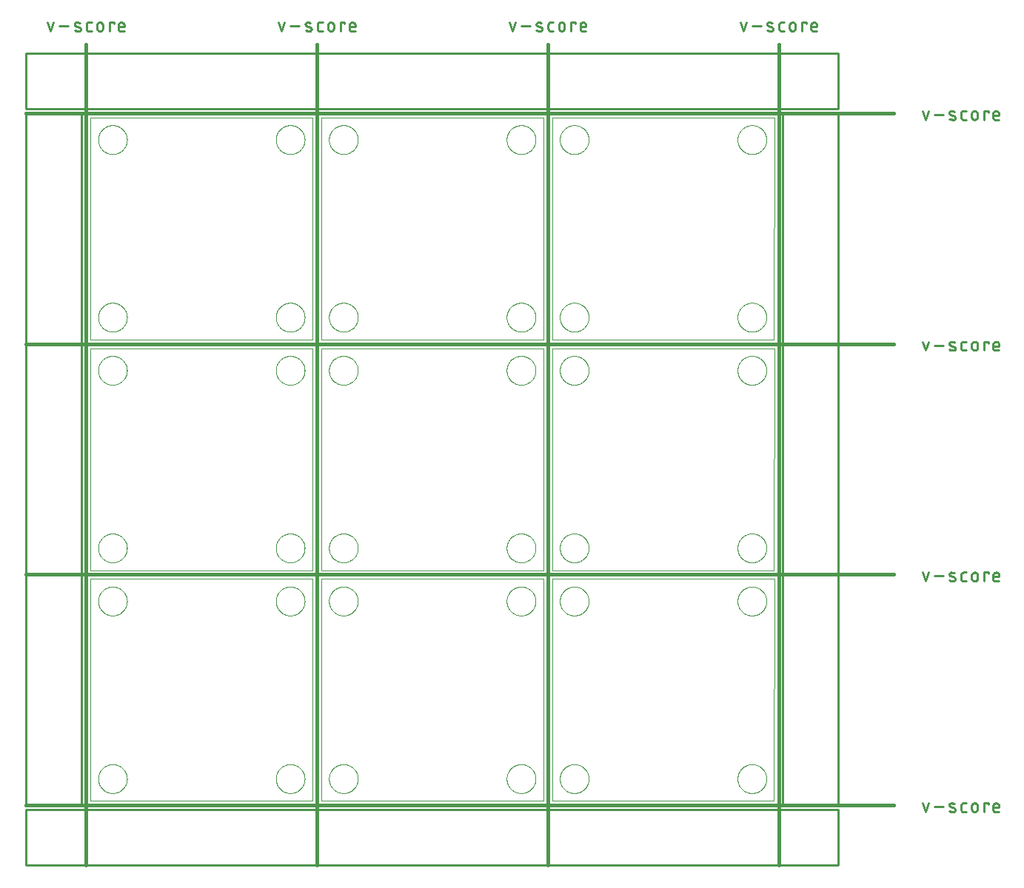
<source format=gko>
G04 EAGLE Gerber RS-274X export*
G75*
%MOMM*%
%FSLAX34Y34*%
%LPD*%
%IN*%
%IPPOS*%
%AMOC8*
5,1,8,0,0,1.08239X$1,22.5*%
G01*
%ADD10C,0.000000*%
%ADD11C,0.381000*%
%ADD12C,0.279400*%
%ADD13C,0.254000*%


D10*
X0Y0D02*
X253800Y0D01*
X254000Y254000D01*
X0Y254000D01*
X0Y0D01*
X264008Y0D02*
X517808Y0D01*
X518008Y254000D01*
X264008Y254000D01*
X264008Y0D01*
X527990Y0D02*
X781790Y0D01*
X781990Y254000D01*
X527990Y254000D01*
X527990Y0D01*
X253800Y264008D02*
X0Y264008D01*
X253800Y264008D02*
X254000Y518008D01*
X0Y518008D01*
X0Y264008D01*
X264008Y264008D02*
X517808Y264008D01*
X518008Y518008D01*
X264008Y518008D01*
X264008Y264008D01*
X527990Y264008D02*
X781790Y264008D01*
X781990Y518008D01*
X527990Y518008D01*
X527990Y264008D01*
X253800Y527990D02*
X0Y527990D01*
X253800Y527990D02*
X254000Y781990D01*
X0Y781990D01*
X0Y527990D01*
X264008Y527990D02*
X517808Y527990D01*
X518008Y781990D01*
X264008Y781990D01*
X264008Y527990D01*
X527990Y527990D02*
X781790Y527990D01*
X781990Y781990D01*
X527990Y781990D01*
X527990Y527990D01*
D11*
X-5004Y865505D02*
X-5004Y-73508D01*
D12*
X-45385Y880872D02*
X-48715Y890863D01*
X-42054Y890863D02*
X-45385Y880872D01*
X-35270Y886700D02*
X-25279Y886700D01*
X-16725Y886700D02*
X-12562Y885035D01*
X-16725Y886699D02*
X-16810Y886735D01*
X-16893Y886775D01*
X-16974Y886818D01*
X-17054Y886865D01*
X-17131Y886915D01*
X-17207Y886968D01*
X-17280Y887024D01*
X-17350Y887084D01*
X-17418Y887146D01*
X-17483Y887211D01*
X-17545Y887279D01*
X-17605Y887350D01*
X-17661Y887423D01*
X-17714Y887498D01*
X-17764Y887576D01*
X-17810Y887655D01*
X-17853Y887737D01*
X-17893Y887820D01*
X-17929Y887905D01*
X-17961Y887991D01*
X-17990Y888079D01*
X-18014Y888168D01*
X-18035Y888258D01*
X-18052Y888348D01*
X-18066Y888439D01*
X-18075Y888531D01*
X-18080Y888623D01*
X-18082Y888715D01*
X-18080Y888807D01*
X-18073Y888899D01*
X-18063Y888991D01*
X-18049Y889082D01*
X-18031Y889173D01*
X-18009Y889262D01*
X-17983Y889351D01*
X-17953Y889438D01*
X-17920Y889524D01*
X-17883Y889608D01*
X-17843Y889691D01*
X-17799Y889772D01*
X-17752Y889851D01*
X-17701Y889928D01*
X-17647Y890003D01*
X-17590Y890076D01*
X-17530Y890146D01*
X-17467Y890213D01*
X-17401Y890277D01*
X-17333Y890339D01*
X-17262Y890398D01*
X-17188Y890453D01*
X-17112Y890506D01*
X-17034Y890555D01*
X-16954Y890601D01*
X-16873Y890643D01*
X-16789Y890682D01*
X-16704Y890717D01*
X-16617Y890748D01*
X-16529Y890776D01*
X-16440Y890800D01*
X-16350Y890820D01*
X-16260Y890837D01*
X-16168Y890849D01*
X-16076Y890858D01*
X-15984Y890862D01*
X-15892Y890863D01*
X-15665Y890857D01*
X-15438Y890846D01*
X-15211Y890829D01*
X-14985Y890806D01*
X-14759Y890779D01*
X-14534Y890745D01*
X-14310Y890707D01*
X-14087Y890663D01*
X-13865Y890614D01*
X-13644Y890559D01*
X-13425Y890499D01*
X-13207Y890434D01*
X-12991Y890363D01*
X-12777Y890288D01*
X-12564Y890207D01*
X-12354Y890121D01*
X-12145Y890030D01*
X-12561Y885035D02*
X-12476Y884999D01*
X-12393Y884959D01*
X-12312Y884916D01*
X-12232Y884869D01*
X-12155Y884819D01*
X-12079Y884766D01*
X-12006Y884710D01*
X-11936Y884650D01*
X-11868Y884588D01*
X-11803Y884523D01*
X-11741Y884455D01*
X-11681Y884384D01*
X-11625Y884311D01*
X-11572Y884236D01*
X-11522Y884158D01*
X-11476Y884079D01*
X-11433Y883997D01*
X-11393Y883914D01*
X-11357Y883829D01*
X-11325Y883743D01*
X-11296Y883655D01*
X-11272Y883566D01*
X-11251Y883476D01*
X-11234Y883386D01*
X-11220Y883295D01*
X-11211Y883203D01*
X-11206Y883111D01*
X-11204Y883019D01*
X-11206Y882927D01*
X-11213Y882835D01*
X-11223Y882743D01*
X-11237Y882652D01*
X-11255Y882561D01*
X-11277Y882472D01*
X-11303Y882383D01*
X-11333Y882296D01*
X-11366Y882210D01*
X-11403Y882126D01*
X-11443Y882043D01*
X-11487Y881962D01*
X-11534Y881883D01*
X-11585Y881806D01*
X-11639Y881731D01*
X-11696Y881658D01*
X-11756Y881588D01*
X-11819Y881521D01*
X-11885Y881457D01*
X-11953Y881395D01*
X-12024Y881336D01*
X-12098Y881281D01*
X-12174Y881228D01*
X-12252Y881179D01*
X-12332Y881133D01*
X-12413Y881091D01*
X-12497Y881052D01*
X-12582Y881017D01*
X-12669Y880986D01*
X-12757Y880958D01*
X-12846Y880934D01*
X-12936Y880914D01*
X-13026Y880897D01*
X-13118Y880885D01*
X-13210Y880876D01*
X-13302Y880872D01*
X-13394Y880871D01*
X-13395Y880872D02*
X-13729Y880881D01*
X-14062Y880898D01*
X-14395Y880922D01*
X-14728Y880955D01*
X-15059Y880995D01*
X-15390Y881043D01*
X-15719Y881099D01*
X-16047Y881162D01*
X-16373Y881234D01*
X-16697Y881313D01*
X-17020Y881399D01*
X-17340Y881494D01*
X-17658Y881596D01*
X-17974Y881705D01*
X-1902Y880872D02*
X1428Y880872D01*
X-1902Y880872D02*
X-2000Y880874D01*
X-2098Y880880D01*
X-2196Y880889D01*
X-2293Y880903D01*
X-2389Y880920D01*
X-2485Y880941D01*
X-2580Y880966D01*
X-2674Y880994D01*
X-2767Y881026D01*
X-2858Y881062D01*
X-2948Y881101D01*
X-3036Y881144D01*
X-3123Y881191D01*
X-3207Y881240D01*
X-3290Y881293D01*
X-3370Y881349D01*
X-3449Y881408D01*
X-3524Y881471D01*
X-3598Y881536D01*
X-3668Y881604D01*
X-3736Y881674D01*
X-3802Y881748D01*
X-3864Y881824D01*
X-3923Y881902D01*
X-3979Y881982D01*
X-4032Y882065D01*
X-4082Y882149D01*
X-4128Y882236D01*
X-4171Y882324D01*
X-4210Y882414D01*
X-4246Y882505D01*
X-4278Y882598D01*
X-4306Y882692D01*
X-4331Y882787D01*
X-4352Y882883D01*
X-4369Y882979D01*
X-4383Y883076D01*
X-4392Y883174D01*
X-4398Y883272D01*
X-4400Y883370D01*
X-4400Y888365D01*
X-4398Y888463D01*
X-4392Y888561D01*
X-4383Y888659D01*
X-4369Y888756D01*
X-4352Y888852D01*
X-4331Y888948D01*
X-4306Y889043D01*
X-4278Y889137D01*
X-4246Y889230D01*
X-4210Y889321D01*
X-4171Y889411D01*
X-4128Y889499D01*
X-4081Y889586D01*
X-4032Y889670D01*
X-3979Y889753D01*
X-3923Y889833D01*
X-3864Y889911D01*
X-3801Y889987D01*
X-3736Y890061D01*
X-3668Y890131D01*
X-3598Y890199D01*
X-3524Y890264D01*
X-3448Y890327D01*
X-3370Y890386D01*
X-3290Y890442D01*
X-3207Y890495D01*
X-3123Y890544D01*
X-3036Y890591D01*
X-2948Y890634D01*
X-2858Y890673D01*
X-2767Y890709D01*
X-2674Y890741D01*
X-2580Y890769D01*
X-2485Y890794D01*
X-2389Y890815D01*
X-2293Y890832D01*
X-2196Y890846D01*
X-2098Y890855D01*
X-2000Y890861D01*
X-1902Y890863D01*
X1428Y890863D01*
X7558Y887532D02*
X7558Y884202D01*
X7558Y887532D02*
X7560Y887646D01*
X7566Y887759D01*
X7575Y887873D01*
X7589Y887985D01*
X7606Y888098D01*
X7628Y888210D01*
X7653Y888320D01*
X7681Y888430D01*
X7714Y888539D01*
X7750Y888647D01*
X7790Y888754D01*
X7834Y888859D01*
X7881Y888962D01*
X7931Y889064D01*
X7985Y889164D01*
X8043Y889262D01*
X8104Y889358D01*
X8167Y889452D01*
X8235Y889544D01*
X8305Y889634D01*
X8378Y889720D01*
X8454Y889805D01*
X8533Y889887D01*
X8615Y889966D01*
X8700Y890042D01*
X8786Y890115D01*
X8876Y890185D01*
X8968Y890253D01*
X9062Y890316D01*
X9158Y890377D01*
X9256Y890435D01*
X9356Y890489D01*
X9458Y890539D01*
X9561Y890586D01*
X9666Y890630D01*
X9773Y890670D01*
X9881Y890706D01*
X9990Y890739D01*
X10100Y890767D01*
X10210Y890792D01*
X10322Y890814D01*
X10435Y890831D01*
X10547Y890845D01*
X10661Y890854D01*
X10774Y890860D01*
X10888Y890862D01*
X11002Y890860D01*
X11115Y890854D01*
X11229Y890845D01*
X11341Y890831D01*
X11454Y890814D01*
X11566Y890792D01*
X11676Y890767D01*
X11786Y890739D01*
X11895Y890706D01*
X12003Y890670D01*
X12110Y890630D01*
X12215Y890586D01*
X12318Y890539D01*
X12420Y890489D01*
X12520Y890435D01*
X12618Y890377D01*
X12714Y890316D01*
X12808Y890253D01*
X12900Y890185D01*
X12990Y890115D01*
X13076Y890042D01*
X13161Y889966D01*
X13243Y889887D01*
X13322Y889805D01*
X13398Y889720D01*
X13471Y889634D01*
X13541Y889544D01*
X13609Y889452D01*
X13672Y889358D01*
X13733Y889262D01*
X13791Y889164D01*
X13845Y889064D01*
X13895Y888962D01*
X13942Y888859D01*
X13986Y888754D01*
X14026Y888647D01*
X14062Y888539D01*
X14095Y888430D01*
X14123Y888320D01*
X14148Y888210D01*
X14170Y888098D01*
X14187Y887985D01*
X14201Y887873D01*
X14210Y887759D01*
X14216Y887646D01*
X14218Y887532D01*
X14218Y884202D01*
X14216Y884088D01*
X14210Y883975D01*
X14201Y883861D01*
X14187Y883749D01*
X14170Y883636D01*
X14148Y883524D01*
X14123Y883414D01*
X14095Y883304D01*
X14062Y883195D01*
X14026Y883087D01*
X13986Y882980D01*
X13942Y882875D01*
X13895Y882772D01*
X13845Y882670D01*
X13791Y882570D01*
X13733Y882472D01*
X13672Y882376D01*
X13609Y882282D01*
X13541Y882190D01*
X13471Y882100D01*
X13398Y882014D01*
X13322Y881929D01*
X13243Y881847D01*
X13161Y881768D01*
X13076Y881692D01*
X12990Y881619D01*
X12900Y881549D01*
X12808Y881481D01*
X12714Y881418D01*
X12618Y881357D01*
X12520Y881299D01*
X12420Y881245D01*
X12318Y881195D01*
X12215Y881148D01*
X12110Y881104D01*
X12003Y881064D01*
X11895Y881028D01*
X11786Y880995D01*
X11676Y880967D01*
X11566Y880942D01*
X11454Y880920D01*
X11341Y880903D01*
X11229Y880889D01*
X11115Y880880D01*
X11002Y880874D01*
X10888Y880872D01*
X10774Y880874D01*
X10661Y880880D01*
X10547Y880889D01*
X10435Y880903D01*
X10322Y880920D01*
X10210Y880942D01*
X10100Y880967D01*
X9990Y880995D01*
X9881Y881028D01*
X9773Y881064D01*
X9666Y881104D01*
X9561Y881148D01*
X9458Y881195D01*
X9356Y881245D01*
X9256Y881299D01*
X9158Y881357D01*
X9062Y881418D01*
X8968Y881481D01*
X8876Y881549D01*
X8786Y881619D01*
X8700Y881692D01*
X8615Y881768D01*
X8533Y881847D01*
X8454Y881929D01*
X8378Y882014D01*
X8305Y882100D01*
X8235Y882190D01*
X8167Y882282D01*
X8104Y882376D01*
X8043Y882472D01*
X7985Y882570D01*
X7931Y882670D01*
X7881Y882772D01*
X7834Y882875D01*
X7790Y882980D01*
X7750Y883087D01*
X7714Y883195D01*
X7681Y883304D01*
X7653Y883414D01*
X7628Y883524D01*
X7606Y883636D01*
X7589Y883749D01*
X7575Y883861D01*
X7566Y883975D01*
X7560Y884088D01*
X7558Y884202D01*
X21754Y880872D02*
X21754Y890863D01*
X26749Y890863D01*
X26749Y889198D01*
X34544Y880872D02*
X38707Y880872D01*
X34544Y880872D02*
X34446Y880874D01*
X34348Y880880D01*
X34250Y880889D01*
X34153Y880903D01*
X34057Y880920D01*
X33961Y880941D01*
X33866Y880966D01*
X33772Y880994D01*
X33679Y881026D01*
X33588Y881062D01*
X33498Y881101D01*
X33410Y881144D01*
X33323Y881191D01*
X33239Y881240D01*
X33156Y881293D01*
X33076Y881349D01*
X32998Y881408D01*
X32922Y881471D01*
X32848Y881536D01*
X32778Y881604D01*
X32710Y881674D01*
X32645Y881748D01*
X32582Y881824D01*
X32523Y881902D01*
X32467Y881982D01*
X32414Y882065D01*
X32365Y882149D01*
X32318Y882236D01*
X32275Y882324D01*
X32236Y882414D01*
X32200Y882505D01*
X32168Y882598D01*
X32140Y882692D01*
X32115Y882787D01*
X32094Y882883D01*
X32077Y882979D01*
X32063Y883076D01*
X32054Y883174D01*
X32048Y883272D01*
X32046Y883370D01*
X32047Y883370D02*
X32047Y887532D01*
X32049Y887646D01*
X32055Y887759D01*
X32064Y887873D01*
X32078Y887985D01*
X32095Y888098D01*
X32117Y888210D01*
X32142Y888320D01*
X32170Y888430D01*
X32203Y888539D01*
X32239Y888647D01*
X32279Y888754D01*
X32323Y888859D01*
X32370Y888962D01*
X32420Y889064D01*
X32474Y889164D01*
X32532Y889262D01*
X32593Y889358D01*
X32656Y889452D01*
X32724Y889544D01*
X32794Y889634D01*
X32867Y889720D01*
X32943Y889805D01*
X33022Y889887D01*
X33104Y889966D01*
X33189Y890042D01*
X33275Y890115D01*
X33365Y890185D01*
X33457Y890253D01*
X33551Y890316D01*
X33647Y890377D01*
X33745Y890435D01*
X33845Y890489D01*
X33947Y890539D01*
X34050Y890586D01*
X34155Y890630D01*
X34262Y890670D01*
X34370Y890706D01*
X34479Y890739D01*
X34589Y890767D01*
X34699Y890792D01*
X34811Y890814D01*
X34924Y890831D01*
X35036Y890845D01*
X35150Y890854D01*
X35263Y890860D01*
X35377Y890862D01*
X35491Y890860D01*
X35604Y890854D01*
X35718Y890845D01*
X35830Y890831D01*
X35943Y890814D01*
X36055Y890792D01*
X36165Y890767D01*
X36275Y890739D01*
X36384Y890706D01*
X36492Y890670D01*
X36599Y890630D01*
X36704Y890586D01*
X36807Y890539D01*
X36909Y890489D01*
X37009Y890435D01*
X37107Y890377D01*
X37203Y890316D01*
X37297Y890253D01*
X37389Y890185D01*
X37479Y890115D01*
X37565Y890042D01*
X37650Y889966D01*
X37732Y889887D01*
X37811Y889805D01*
X37887Y889720D01*
X37960Y889634D01*
X38030Y889544D01*
X38098Y889452D01*
X38161Y889358D01*
X38222Y889262D01*
X38280Y889164D01*
X38334Y889064D01*
X38384Y888962D01*
X38431Y888859D01*
X38475Y888754D01*
X38515Y888647D01*
X38551Y888539D01*
X38584Y888430D01*
X38612Y888320D01*
X38637Y888210D01*
X38659Y888098D01*
X38676Y887985D01*
X38690Y887873D01*
X38699Y887759D01*
X38705Y887646D01*
X38707Y887532D01*
X38707Y885867D01*
X32047Y885867D01*
D11*
X259004Y865505D02*
X259004Y-73508D01*
D12*
X218623Y880872D02*
X215293Y890863D01*
X221953Y890863D02*
X218623Y880872D01*
X228738Y886700D02*
X238729Y886700D01*
X247283Y886700D02*
X251446Y885035D01*
X247283Y886699D02*
X247198Y886735D01*
X247115Y886775D01*
X247034Y886818D01*
X246954Y886865D01*
X246877Y886915D01*
X246801Y886968D01*
X246728Y887024D01*
X246658Y887084D01*
X246590Y887146D01*
X246525Y887211D01*
X246463Y887279D01*
X246403Y887350D01*
X246347Y887423D01*
X246294Y887498D01*
X246244Y887576D01*
X246198Y887655D01*
X246155Y887737D01*
X246115Y887820D01*
X246079Y887905D01*
X246047Y887991D01*
X246018Y888079D01*
X245994Y888168D01*
X245973Y888258D01*
X245956Y888348D01*
X245942Y888439D01*
X245933Y888531D01*
X245928Y888623D01*
X245926Y888715D01*
X245928Y888807D01*
X245935Y888899D01*
X245945Y888991D01*
X245959Y889082D01*
X245977Y889173D01*
X245999Y889262D01*
X246025Y889351D01*
X246055Y889438D01*
X246088Y889524D01*
X246125Y889608D01*
X246165Y889691D01*
X246209Y889772D01*
X246256Y889851D01*
X246307Y889928D01*
X246361Y890003D01*
X246418Y890076D01*
X246478Y890146D01*
X246541Y890213D01*
X246607Y890277D01*
X246675Y890339D01*
X246746Y890398D01*
X246820Y890453D01*
X246896Y890506D01*
X246974Y890555D01*
X247054Y890601D01*
X247135Y890643D01*
X247219Y890682D01*
X247304Y890717D01*
X247391Y890748D01*
X247479Y890776D01*
X247568Y890800D01*
X247658Y890820D01*
X247748Y890837D01*
X247840Y890849D01*
X247932Y890858D01*
X248024Y890862D01*
X248116Y890863D01*
X248343Y890857D01*
X248570Y890846D01*
X248797Y890829D01*
X249023Y890806D01*
X249249Y890779D01*
X249474Y890745D01*
X249698Y890707D01*
X249921Y890663D01*
X250143Y890614D01*
X250364Y890559D01*
X250583Y890499D01*
X250801Y890434D01*
X251017Y890363D01*
X251231Y890288D01*
X251444Y890207D01*
X251654Y890121D01*
X251863Y890030D01*
X251446Y885035D02*
X251531Y884999D01*
X251614Y884959D01*
X251695Y884916D01*
X251775Y884869D01*
X251852Y884819D01*
X251928Y884766D01*
X252001Y884710D01*
X252071Y884650D01*
X252139Y884588D01*
X252204Y884523D01*
X252266Y884455D01*
X252326Y884384D01*
X252382Y884311D01*
X252435Y884236D01*
X252485Y884158D01*
X252531Y884079D01*
X252574Y883997D01*
X252614Y883914D01*
X252650Y883829D01*
X252682Y883743D01*
X252711Y883655D01*
X252735Y883566D01*
X252756Y883476D01*
X252773Y883386D01*
X252787Y883295D01*
X252796Y883203D01*
X252801Y883111D01*
X252803Y883019D01*
X252801Y882927D01*
X252794Y882835D01*
X252784Y882743D01*
X252770Y882652D01*
X252752Y882561D01*
X252730Y882472D01*
X252704Y882383D01*
X252674Y882296D01*
X252641Y882210D01*
X252604Y882126D01*
X252564Y882043D01*
X252520Y881962D01*
X252473Y881883D01*
X252422Y881806D01*
X252368Y881731D01*
X252311Y881658D01*
X252251Y881588D01*
X252188Y881521D01*
X252122Y881457D01*
X252054Y881395D01*
X251983Y881336D01*
X251909Y881281D01*
X251833Y881228D01*
X251755Y881179D01*
X251675Y881133D01*
X251594Y881091D01*
X251510Y881052D01*
X251425Y881017D01*
X251338Y880986D01*
X251250Y880958D01*
X251161Y880934D01*
X251071Y880914D01*
X250981Y880897D01*
X250889Y880885D01*
X250797Y880876D01*
X250705Y880872D01*
X250613Y880871D01*
X250613Y880872D02*
X250279Y880881D01*
X249946Y880898D01*
X249613Y880922D01*
X249280Y880955D01*
X248949Y880995D01*
X248618Y881043D01*
X248289Y881099D01*
X247961Y881162D01*
X247635Y881234D01*
X247311Y881313D01*
X246988Y881399D01*
X246668Y881494D01*
X246350Y881596D01*
X246034Y881705D01*
X262106Y880872D02*
X265436Y880872D01*
X262106Y880872D02*
X262008Y880874D01*
X261910Y880880D01*
X261812Y880889D01*
X261715Y880903D01*
X261619Y880920D01*
X261523Y880941D01*
X261428Y880966D01*
X261334Y880994D01*
X261241Y881026D01*
X261150Y881062D01*
X261060Y881101D01*
X260972Y881144D01*
X260885Y881191D01*
X260801Y881240D01*
X260718Y881293D01*
X260638Y881349D01*
X260560Y881408D01*
X260484Y881471D01*
X260410Y881536D01*
X260340Y881604D01*
X260272Y881674D01*
X260207Y881748D01*
X260144Y881824D01*
X260085Y881902D01*
X260029Y881982D01*
X259976Y882065D01*
X259927Y882149D01*
X259880Y882236D01*
X259837Y882324D01*
X259798Y882414D01*
X259762Y882505D01*
X259730Y882598D01*
X259702Y882692D01*
X259677Y882787D01*
X259656Y882883D01*
X259639Y882979D01*
X259625Y883076D01*
X259616Y883174D01*
X259610Y883272D01*
X259608Y883370D01*
X259608Y888365D01*
X259610Y888463D01*
X259616Y888561D01*
X259625Y888659D01*
X259639Y888756D01*
X259656Y888852D01*
X259677Y888948D01*
X259702Y889043D01*
X259730Y889137D01*
X259762Y889230D01*
X259798Y889321D01*
X259837Y889411D01*
X259880Y889499D01*
X259927Y889586D01*
X259976Y889670D01*
X260029Y889753D01*
X260085Y889833D01*
X260144Y889912D01*
X260207Y889987D01*
X260272Y890061D01*
X260340Y890131D01*
X260410Y890199D01*
X260484Y890265D01*
X260560Y890327D01*
X260638Y890386D01*
X260718Y890442D01*
X260801Y890495D01*
X260885Y890545D01*
X260972Y890591D01*
X261060Y890634D01*
X261150Y890673D01*
X261241Y890709D01*
X261334Y890741D01*
X261428Y890769D01*
X261523Y890794D01*
X261619Y890815D01*
X261715Y890832D01*
X261812Y890846D01*
X261910Y890855D01*
X262008Y890861D01*
X262106Y890863D01*
X265436Y890863D01*
X271565Y887532D02*
X271565Y884202D01*
X271566Y887532D02*
X271568Y887646D01*
X271574Y887759D01*
X271583Y887873D01*
X271597Y887985D01*
X271614Y888098D01*
X271636Y888210D01*
X271661Y888320D01*
X271689Y888430D01*
X271722Y888539D01*
X271758Y888647D01*
X271798Y888754D01*
X271842Y888859D01*
X271889Y888962D01*
X271939Y889064D01*
X271993Y889164D01*
X272051Y889262D01*
X272112Y889358D01*
X272175Y889452D01*
X272243Y889544D01*
X272313Y889634D01*
X272386Y889720D01*
X272462Y889805D01*
X272541Y889887D01*
X272623Y889966D01*
X272708Y890042D01*
X272794Y890115D01*
X272884Y890185D01*
X272976Y890253D01*
X273070Y890316D01*
X273166Y890377D01*
X273264Y890435D01*
X273364Y890489D01*
X273466Y890539D01*
X273569Y890586D01*
X273674Y890630D01*
X273781Y890670D01*
X273889Y890706D01*
X273998Y890739D01*
X274108Y890767D01*
X274218Y890792D01*
X274330Y890814D01*
X274443Y890831D01*
X274555Y890845D01*
X274669Y890854D01*
X274782Y890860D01*
X274896Y890862D01*
X275010Y890860D01*
X275123Y890854D01*
X275237Y890845D01*
X275349Y890831D01*
X275462Y890814D01*
X275574Y890792D01*
X275684Y890767D01*
X275794Y890739D01*
X275903Y890706D01*
X276011Y890670D01*
X276118Y890630D01*
X276223Y890586D01*
X276326Y890539D01*
X276428Y890489D01*
X276528Y890435D01*
X276626Y890377D01*
X276722Y890316D01*
X276816Y890253D01*
X276908Y890185D01*
X276998Y890115D01*
X277084Y890042D01*
X277169Y889966D01*
X277251Y889887D01*
X277330Y889805D01*
X277406Y889720D01*
X277479Y889634D01*
X277549Y889544D01*
X277617Y889452D01*
X277680Y889358D01*
X277741Y889262D01*
X277799Y889164D01*
X277853Y889064D01*
X277903Y888962D01*
X277950Y888859D01*
X277994Y888754D01*
X278034Y888647D01*
X278070Y888539D01*
X278103Y888430D01*
X278131Y888320D01*
X278156Y888210D01*
X278178Y888098D01*
X278195Y887985D01*
X278209Y887873D01*
X278218Y887759D01*
X278224Y887646D01*
X278226Y887532D01*
X278226Y884202D01*
X278224Y884088D01*
X278218Y883975D01*
X278209Y883861D01*
X278195Y883749D01*
X278178Y883636D01*
X278156Y883524D01*
X278131Y883414D01*
X278103Y883304D01*
X278070Y883195D01*
X278034Y883087D01*
X277994Y882980D01*
X277950Y882875D01*
X277903Y882772D01*
X277853Y882670D01*
X277799Y882570D01*
X277741Y882472D01*
X277680Y882376D01*
X277617Y882282D01*
X277549Y882190D01*
X277479Y882100D01*
X277406Y882014D01*
X277330Y881929D01*
X277251Y881847D01*
X277169Y881768D01*
X277084Y881692D01*
X276998Y881619D01*
X276908Y881549D01*
X276816Y881481D01*
X276722Y881418D01*
X276626Y881357D01*
X276528Y881299D01*
X276428Y881245D01*
X276326Y881195D01*
X276223Y881148D01*
X276118Y881104D01*
X276011Y881064D01*
X275903Y881028D01*
X275794Y880995D01*
X275684Y880967D01*
X275574Y880942D01*
X275462Y880920D01*
X275349Y880903D01*
X275237Y880889D01*
X275123Y880880D01*
X275010Y880874D01*
X274896Y880872D01*
X274782Y880874D01*
X274669Y880880D01*
X274555Y880889D01*
X274443Y880903D01*
X274330Y880920D01*
X274218Y880942D01*
X274108Y880967D01*
X273998Y880995D01*
X273889Y881028D01*
X273781Y881064D01*
X273674Y881104D01*
X273569Y881148D01*
X273466Y881195D01*
X273364Y881245D01*
X273264Y881299D01*
X273166Y881357D01*
X273070Y881418D01*
X272976Y881481D01*
X272884Y881549D01*
X272794Y881619D01*
X272708Y881692D01*
X272623Y881768D01*
X272541Y881847D01*
X272462Y881929D01*
X272386Y882014D01*
X272313Y882100D01*
X272243Y882190D01*
X272175Y882282D01*
X272112Y882376D01*
X272051Y882472D01*
X271993Y882570D01*
X271939Y882670D01*
X271889Y882772D01*
X271842Y882875D01*
X271798Y882980D01*
X271758Y883087D01*
X271722Y883195D01*
X271689Y883304D01*
X271661Y883414D01*
X271636Y883524D01*
X271614Y883636D01*
X271597Y883749D01*
X271583Y883861D01*
X271574Y883975D01*
X271568Y884088D01*
X271566Y884202D01*
X285761Y880872D02*
X285761Y890863D01*
X290757Y890863D01*
X290757Y889198D01*
X298552Y880872D02*
X302715Y880872D01*
X298552Y880872D02*
X298454Y880874D01*
X298356Y880880D01*
X298258Y880889D01*
X298161Y880903D01*
X298065Y880920D01*
X297969Y880941D01*
X297874Y880966D01*
X297780Y880994D01*
X297687Y881026D01*
X297596Y881062D01*
X297506Y881101D01*
X297418Y881144D01*
X297331Y881191D01*
X297247Y881240D01*
X297164Y881293D01*
X297084Y881349D01*
X297006Y881408D01*
X296930Y881471D01*
X296856Y881536D01*
X296786Y881604D01*
X296718Y881674D01*
X296653Y881748D01*
X296590Y881824D01*
X296531Y881902D01*
X296475Y881982D01*
X296422Y882065D01*
X296373Y882149D01*
X296326Y882236D01*
X296283Y882324D01*
X296244Y882414D01*
X296208Y882505D01*
X296176Y882598D01*
X296148Y882692D01*
X296123Y882787D01*
X296102Y882883D01*
X296085Y882979D01*
X296071Y883076D01*
X296062Y883174D01*
X296056Y883272D01*
X296054Y883370D01*
X296054Y887532D01*
X296055Y887532D02*
X296057Y887646D01*
X296063Y887759D01*
X296072Y887873D01*
X296086Y887985D01*
X296103Y888098D01*
X296125Y888210D01*
X296150Y888320D01*
X296178Y888430D01*
X296211Y888539D01*
X296247Y888647D01*
X296287Y888754D01*
X296331Y888859D01*
X296378Y888962D01*
X296428Y889064D01*
X296482Y889164D01*
X296540Y889262D01*
X296601Y889358D01*
X296664Y889452D01*
X296732Y889544D01*
X296802Y889634D01*
X296875Y889720D01*
X296951Y889805D01*
X297030Y889887D01*
X297112Y889966D01*
X297197Y890042D01*
X297283Y890115D01*
X297373Y890185D01*
X297465Y890253D01*
X297559Y890316D01*
X297655Y890377D01*
X297753Y890435D01*
X297853Y890489D01*
X297955Y890539D01*
X298058Y890586D01*
X298163Y890630D01*
X298270Y890670D01*
X298378Y890706D01*
X298487Y890739D01*
X298597Y890767D01*
X298707Y890792D01*
X298819Y890814D01*
X298932Y890831D01*
X299044Y890845D01*
X299158Y890854D01*
X299271Y890860D01*
X299385Y890862D01*
X299499Y890860D01*
X299612Y890854D01*
X299726Y890845D01*
X299838Y890831D01*
X299951Y890814D01*
X300063Y890792D01*
X300173Y890767D01*
X300283Y890739D01*
X300392Y890706D01*
X300500Y890670D01*
X300607Y890630D01*
X300712Y890586D01*
X300815Y890539D01*
X300917Y890489D01*
X301017Y890435D01*
X301115Y890377D01*
X301211Y890316D01*
X301305Y890253D01*
X301397Y890185D01*
X301487Y890115D01*
X301573Y890042D01*
X301658Y889966D01*
X301740Y889887D01*
X301819Y889805D01*
X301895Y889720D01*
X301968Y889634D01*
X302038Y889544D01*
X302106Y889452D01*
X302169Y889358D01*
X302230Y889262D01*
X302288Y889164D01*
X302342Y889064D01*
X302392Y888962D01*
X302439Y888859D01*
X302483Y888754D01*
X302523Y888647D01*
X302559Y888539D01*
X302592Y888430D01*
X302620Y888320D01*
X302645Y888210D01*
X302667Y888098D01*
X302684Y887985D01*
X302698Y887873D01*
X302707Y887759D01*
X302713Y887646D01*
X302715Y887532D01*
X302715Y885867D01*
X296054Y885867D01*
D11*
X523011Y865505D02*
X523011Y-73508D01*
D12*
X482631Y880872D02*
X479301Y890863D01*
X485961Y890863D02*
X482631Y880872D01*
X492746Y886700D02*
X502736Y886700D01*
X511291Y886700D02*
X515454Y885035D01*
X511290Y886699D02*
X511205Y886735D01*
X511122Y886775D01*
X511041Y886818D01*
X510961Y886865D01*
X510884Y886915D01*
X510808Y886968D01*
X510735Y887024D01*
X510665Y887084D01*
X510597Y887146D01*
X510532Y887211D01*
X510470Y887279D01*
X510410Y887350D01*
X510354Y887423D01*
X510301Y887498D01*
X510251Y887576D01*
X510205Y887655D01*
X510162Y887737D01*
X510122Y887820D01*
X510086Y887905D01*
X510054Y887991D01*
X510025Y888079D01*
X510001Y888168D01*
X509980Y888258D01*
X509963Y888348D01*
X509949Y888439D01*
X509940Y888531D01*
X509935Y888623D01*
X509933Y888715D01*
X509935Y888807D01*
X509942Y888899D01*
X509952Y888991D01*
X509966Y889082D01*
X509984Y889173D01*
X510006Y889262D01*
X510032Y889351D01*
X510062Y889438D01*
X510095Y889524D01*
X510132Y889608D01*
X510172Y889691D01*
X510216Y889772D01*
X510263Y889851D01*
X510314Y889928D01*
X510368Y890003D01*
X510425Y890076D01*
X510485Y890146D01*
X510548Y890213D01*
X510614Y890277D01*
X510682Y890339D01*
X510753Y890398D01*
X510827Y890453D01*
X510903Y890506D01*
X510981Y890555D01*
X511061Y890601D01*
X511142Y890643D01*
X511226Y890682D01*
X511311Y890717D01*
X511398Y890748D01*
X511486Y890776D01*
X511575Y890800D01*
X511665Y890820D01*
X511755Y890837D01*
X511847Y890849D01*
X511939Y890858D01*
X512031Y890862D01*
X512123Y890863D01*
X512350Y890857D01*
X512577Y890846D01*
X512804Y890829D01*
X513030Y890806D01*
X513256Y890779D01*
X513481Y890745D01*
X513705Y890707D01*
X513928Y890663D01*
X514150Y890614D01*
X514371Y890559D01*
X514590Y890499D01*
X514808Y890434D01*
X515024Y890363D01*
X515238Y890288D01*
X515451Y890207D01*
X515661Y890121D01*
X515870Y890030D01*
X515454Y885035D02*
X515539Y884999D01*
X515622Y884959D01*
X515703Y884916D01*
X515783Y884869D01*
X515860Y884819D01*
X515936Y884766D01*
X516009Y884710D01*
X516079Y884650D01*
X516147Y884588D01*
X516212Y884523D01*
X516274Y884455D01*
X516334Y884384D01*
X516390Y884311D01*
X516443Y884236D01*
X516493Y884158D01*
X516539Y884079D01*
X516582Y883997D01*
X516622Y883914D01*
X516658Y883829D01*
X516690Y883743D01*
X516719Y883655D01*
X516743Y883566D01*
X516764Y883476D01*
X516781Y883386D01*
X516795Y883295D01*
X516804Y883203D01*
X516809Y883111D01*
X516811Y883019D01*
X516809Y882927D01*
X516802Y882835D01*
X516792Y882743D01*
X516778Y882652D01*
X516760Y882561D01*
X516738Y882472D01*
X516712Y882383D01*
X516682Y882296D01*
X516649Y882210D01*
X516612Y882126D01*
X516572Y882043D01*
X516528Y881962D01*
X516481Y881883D01*
X516430Y881806D01*
X516376Y881731D01*
X516319Y881658D01*
X516259Y881588D01*
X516196Y881521D01*
X516130Y881457D01*
X516062Y881395D01*
X515991Y881336D01*
X515917Y881281D01*
X515841Y881228D01*
X515763Y881179D01*
X515683Y881133D01*
X515602Y881091D01*
X515518Y881052D01*
X515433Y881017D01*
X515346Y880986D01*
X515258Y880958D01*
X515169Y880934D01*
X515079Y880914D01*
X514989Y880897D01*
X514897Y880885D01*
X514805Y880876D01*
X514713Y880872D01*
X514621Y880871D01*
X514621Y880872D02*
X514287Y880881D01*
X513954Y880898D01*
X513621Y880922D01*
X513288Y880955D01*
X512957Y880995D01*
X512626Y881043D01*
X512297Y881099D01*
X511969Y881162D01*
X511643Y881234D01*
X511319Y881313D01*
X510996Y881399D01*
X510676Y881494D01*
X510358Y881596D01*
X510042Y881705D01*
X526113Y880872D02*
X529443Y880872D01*
X526113Y880872D02*
X526015Y880874D01*
X525917Y880880D01*
X525819Y880889D01*
X525722Y880903D01*
X525626Y880920D01*
X525530Y880941D01*
X525435Y880966D01*
X525341Y880994D01*
X525248Y881026D01*
X525157Y881062D01*
X525067Y881101D01*
X524979Y881144D01*
X524892Y881191D01*
X524808Y881240D01*
X524725Y881293D01*
X524645Y881349D01*
X524567Y881408D01*
X524491Y881471D01*
X524417Y881536D01*
X524347Y881604D01*
X524279Y881674D01*
X524214Y881748D01*
X524151Y881824D01*
X524092Y881902D01*
X524036Y881982D01*
X523983Y882065D01*
X523934Y882149D01*
X523887Y882236D01*
X523844Y882324D01*
X523805Y882414D01*
X523769Y882505D01*
X523737Y882598D01*
X523709Y882692D01*
X523684Y882787D01*
X523663Y882883D01*
X523646Y882979D01*
X523632Y883076D01*
X523623Y883174D01*
X523617Y883272D01*
X523615Y883370D01*
X523615Y888365D01*
X523617Y888463D01*
X523623Y888561D01*
X523632Y888659D01*
X523646Y888756D01*
X523663Y888852D01*
X523684Y888948D01*
X523709Y889043D01*
X523737Y889137D01*
X523769Y889230D01*
X523805Y889321D01*
X523844Y889411D01*
X523887Y889499D01*
X523934Y889586D01*
X523983Y889670D01*
X524036Y889753D01*
X524092Y889833D01*
X524151Y889912D01*
X524214Y889987D01*
X524279Y890061D01*
X524347Y890131D01*
X524417Y890199D01*
X524491Y890265D01*
X524567Y890327D01*
X524645Y890386D01*
X524725Y890442D01*
X524808Y890495D01*
X524892Y890545D01*
X524979Y890591D01*
X525067Y890634D01*
X525157Y890673D01*
X525248Y890709D01*
X525341Y890741D01*
X525435Y890769D01*
X525530Y890794D01*
X525626Y890815D01*
X525722Y890832D01*
X525819Y890846D01*
X525917Y890855D01*
X526015Y890861D01*
X526113Y890863D01*
X529443Y890863D01*
X535573Y887532D02*
X535573Y884202D01*
X535573Y887532D02*
X535575Y887646D01*
X535581Y887759D01*
X535590Y887873D01*
X535604Y887985D01*
X535621Y888098D01*
X535643Y888210D01*
X535668Y888320D01*
X535696Y888430D01*
X535729Y888539D01*
X535765Y888647D01*
X535805Y888754D01*
X535849Y888859D01*
X535896Y888962D01*
X535946Y889064D01*
X536000Y889164D01*
X536058Y889262D01*
X536119Y889358D01*
X536182Y889452D01*
X536250Y889544D01*
X536320Y889634D01*
X536393Y889720D01*
X536469Y889805D01*
X536548Y889887D01*
X536630Y889966D01*
X536715Y890042D01*
X536801Y890115D01*
X536891Y890185D01*
X536983Y890253D01*
X537077Y890316D01*
X537173Y890377D01*
X537271Y890435D01*
X537371Y890489D01*
X537473Y890539D01*
X537576Y890586D01*
X537681Y890630D01*
X537788Y890670D01*
X537896Y890706D01*
X538005Y890739D01*
X538115Y890767D01*
X538225Y890792D01*
X538337Y890814D01*
X538450Y890831D01*
X538562Y890845D01*
X538676Y890854D01*
X538789Y890860D01*
X538903Y890862D01*
X539017Y890860D01*
X539130Y890854D01*
X539244Y890845D01*
X539356Y890831D01*
X539469Y890814D01*
X539581Y890792D01*
X539691Y890767D01*
X539801Y890739D01*
X539910Y890706D01*
X540018Y890670D01*
X540125Y890630D01*
X540230Y890586D01*
X540333Y890539D01*
X540435Y890489D01*
X540535Y890435D01*
X540633Y890377D01*
X540729Y890316D01*
X540823Y890253D01*
X540915Y890185D01*
X541005Y890115D01*
X541091Y890042D01*
X541176Y889966D01*
X541258Y889887D01*
X541337Y889805D01*
X541413Y889720D01*
X541486Y889634D01*
X541556Y889544D01*
X541624Y889452D01*
X541687Y889358D01*
X541748Y889262D01*
X541806Y889164D01*
X541860Y889064D01*
X541910Y888962D01*
X541957Y888859D01*
X542001Y888754D01*
X542041Y888647D01*
X542077Y888539D01*
X542110Y888430D01*
X542138Y888320D01*
X542163Y888210D01*
X542185Y888098D01*
X542202Y887985D01*
X542216Y887873D01*
X542225Y887759D01*
X542231Y887646D01*
X542233Y887532D01*
X542233Y884202D01*
X542231Y884088D01*
X542225Y883975D01*
X542216Y883861D01*
X542202Y883749D01*
X542185Y883636D01*
X542163Y883524D01*
X542138Y883414D01*
X542110Y883304D01*
X542077Y883195D01*
X542041Y883087D01*
X542001Y882980D01*
X541957Y882875D01*
X541910Y882772D01*
X541860Y882670D01*
X541806Y882570D01*
X541748Y882472D01*
X541687Y882376D01*
X541624Y882282D01*
X541556Y882190D01*
X541486Y882100D01*
X541413Y882014D01*
X541337Y881929D01*
X541258Y881847D01*
X541176Y881768D01*
X541091Y881692D01*
X541005Y881619D01*
X540915Y881549D01*
X540823Y881481D01*
X540729Y881418D01*
X540633Y881357D01*
X540535Y881299D01*
X540435Y881245D01*
X540333Y881195D01*
X540230Y881148D01*
X540125Y881104D01*
X540018Y881064D01*
X539910Y881028D01*
X539801Y880995D01*
X539691Y880967D01*
X539581Y880942D01*
X539469Y880920D01*
X539356Y880903D01*
X539244Y880889D01*
X539130Y880880D01*
X539017Y880874D01*
X538903Y880872D01*
X538789Y880874D01*
X538676Y880880D01*
X538562Y880889D01*
X538450Y880903D01*
X538337Y880920D01*
X538225Y880942D01*
X538115Y880967D01*
X538005Y880995D01*
X537896Y881028D01*
X537788Y881064D01*
X537681Y881104D01*
X537576Y881148D01*
X537473Y881195D01*
X537371Y881245D01*
X537271Y881299D01*
X537173Y881357D01*
X537077Y881418D01*
X536983Y881481D01*
X536891Y881549D01*
X536801Y881619D01*
X536715Y881692D01*
X536630Y881768D01*
X536548Y881847D01*
X536469Y881929D01*
X536393Y882014D01*
X536320Y882100D01*
X536250Y882190D01*
X536182Y882282D01*
X536119Y882376D01*
X536058Y882472D01*
X536000Y882570D01*
X535946Y882670D01*
X535896Y882772D01*
X535849Y882875D01*
X535805Y882980D01*
X535765Y883087D01*
X535729Y883195D01*
X535696Y883304D01*
X535668Y883414D01*
X535643Y883524D01*
X535621Y883636D01*
X535604Y883749D01*
X535590Y883861D01*
X535581Y883975D01*
X535575Y884088D01*
X535573Y884202D01*
X549769Y880872D02*
X549769Y890863D01*
X554764Y890863D01*
X554764Y889198D01*
X562560Y880872D02*
X566722Y880872D01*
X562560Y880872D02*
X562462Y880874D01*
X562364Y880880D01*
X562266Y880889D01*
X562169Y880903D01*
X562073Y880920D01*
X561977Y880941D01*
X561882Y880966D01*
X561788Y880994D01*
X561695Y881026D01*
X561604Y881062D01*
X561514Y881101D01*
X561426Y881144D01*
X561339Y881191D01*
X561255Y881240D01*
X561172Y881293D01*
X561092Y881349D01*
X561014Y881408D01*
X560938Y881471D01*
X560864Y881536D01*
X560794Y881604D01*
X560726Y881674D01*
X560661Y881748D01*
X560598Y881824D01*
X560539Y881902D01*
X560483Y881982D01*
X560430Y882065D01*
X560381Y882149D01*
X560334Y882236D01*
X560291Y882324D01*
X560252Y882414D01*
X560216Y882505D01*
X560184Y882598D01*
X560156Y882692D01*
X560131Y882787D01*
X560110Y882883D01*
X560093Y882979D01*
X560079Y883076D01*
X560070Y883174D01*
X560064Y883272D01*
X560062Y883370D01*
X560062Y887532D01*
X560064Y887646D01*
X560070Y887759D01*
X560079Y887873D01*
X560093Y887985D01*
X560110Y888098D01*
X560132Y888210D01*
X560157Y888320D01*
X560185Y888430D01*
X560218Y888539D01*
X560254Y888647D01*
X560294Y888754D01*
X560338Y888859D01*
X560385Y888962D01*
X560435Y889064D01*
X560489Y889164D01*
X560547Y889262D01*
X560608Y889358D01*
X560671Y889452D01*
X560739Y889544D01*
X560809Y889634D01*
X560882Y889720D01*
X560958Y889805D01*
X561037Y889887D01*
X561119Y889966D01*
X561204Y890042D01*
X561290Y890115D01*
X561380Y890185D01*
X561472Y890253D01*
X561566Y890316D01*
X561662Y890377D01*
X561760Y890435D01*
X561860Y890489D01*
X561962Y890539D01*
X562065Y890586D01*
X562170Y890630D01*
X562277Y890670D01*
X562385Y890706D01*
X562494Y890739D01*
X562604Y890767D01*
X562714Y890792D01*
X562826Y890814D01*
X562939Y890831D01*
X563051Y890845D01*
X563165Y890854D01*
X563278Y890860D01*
X563392Y890862D01*
X563506Y890860D01*
X563619Y890854D01*
X563733Y890845D01*
X563845Y890831D01*
X563958Y890814D01*
X564070Y890792D01*
X564180Y890767D01*
X564290Y890739D01*
X564399Y890706D01*
X564507Y890670D01*
X564614Y890630D01*
X564719Y890586D01*
X564822Y890539D01*
X564924Y890489D01*
X565024Y890435D01*
X565122Y890377D01*
X565218Y890316D01*
X565312Y890253D01*
X565404Y890185D01*
X565494Y890115D01*
X565580Y890042D01*
X565665Y889966D01*
X565747Y889887D01*
X565826Y889805D01*
X565902Y889720D01*
X565975Y889634D01*
X566045Y889544D01*
X566113Y889452D01*
X566176Y889358D01*
X566237Y889262D01*
X566295Y889164D01*
X566349Y889064D01*
X566399Y888962D01*
X566446Y888859D01*
X566490Y888754D01*
X566530Y888647D01*
X566566Y888539D01*
X566599Y888430D01*
X566627Y888320D01*
X566652Y888210D01*
X566674Y888098D01*
X566691Y887985D01*
X566705Y887873D01*
X566714Y887759D01*
X566720Y887646D01*
X566722Y887532D01*
X566722Y885867D01*
X560062Y885867D01*
D11*
X786994Y865505D02*
X786994Y-73508D01*
D12*
X746613Y880872D02*
X743283Y890863D01*
X749943Y890863D02*
X746613Y880872D01*
X756728Y886700D02*
X766718Y886700D01*
X775273Y886700D02*
X779436Y885035D01*
X775273Y886699D02*
X775188Y886735D01*
X775105Y886775D01*
X775024Y886818D01*
X774944Y886865D01*
X774867Y886915D01*
X774791Y886968D01*
X774718Y887024D01*
X774648Y887084D01*
X774580Y887146D01*
X774515Y887211D01*
X774453Y887279D01*
X774393Y887350D01*
X774337Y887423D01*
X774284Y887498D01*
X774234Y887576D01*
X774188Y887655D01*
X774145Y887737D01*
X774105Y887820D01*
X774069Y887905D01*
X774037Y887991D01*
X774008Y888079D01*
X773984Y888168D01*
X773963Y888258D01*
X773946Y888348D01*
X773932Y888439D01*
X773923Y888531D01*
X773918Y888623D01*
X773916Y888715D01*
X773918Y888807D01*
X773925Y888899D01*
X773935Y888991D01*
X773949Y889082D01*
X773967Y889173D01*
X773989Y889262D01*
X774015Y889351D01*
X774045Y889438D01*
X774078Y889524D01*
X774115Y889608D01*
X774155Y889691D01*
X774199Y889772D01*
X774246Y889851D01*
X774297Y889928D01*
X774351Y890003D01*
X774408Y890076D01*
X774468Y890146D01*
X774531Y890213D01*
X774597Y890277D01*
X774665Y890339D01*
X774736Y890398D01*
X774810Y890453D01*
X774886Y890506D01*
X774964Y890555D01*
X775044Y890601D01*
X775125Y890643D01*
X775209Y890682D01*
X775294Y890717D01*
X775381Y890748D01*
X775469Y890776D01*
X775558Y890800D01*
X775648Y890820D01*
X775738Y890837D01*
X775830Y890849D01*
X775922Y890858D01*
X776014Y890862D01*
X776106Y890863D01*
X776105Y890863D02*
X776332Y890857D01*
X776559Y890846D01*
X776786Y890829D01*
X777012Y890806D01*
X777238Y890779D01*
X777463Y890745D01*
X777687Y890707D01*
X777910Y890663D01*
X778132Y890614D01*
X778353Y890559D01*
X778572Y890499D01*
X778790Y890434D01*
X779006Y890363D01*
X779220Y890288D01*
X779433Y890207D01*
X779643Y890121D01*
X779852Y890030D01*
X779436Y885035D02*
X779521Y884999D01*
X779604Y884959D01*
X779685Y884916D01*
X779765Y884869D01*
X779842Y884819D01*
X779918Y884766D01*
X779991Y884710D01*
X780061Y884650D01*
X780129Y884588D01*
X780194Y884523D01*
X780256Y884455D01*
X780316Y884384D01*
X780372Y884311D01*
X780425Y884236D01*
X780475Y884158D01*
X780521Y884079D01*
X780564Y883997D01*
X780604Y883914D01*
X780640Y883829D01*
X780672Y883743D01*
X780701Y883655D01*
X780725Y883566D01*
X780746Y883476D01*
X780763Y883386D01*
X780777Y883295D01*
X780786Y883203D01*
X780791Y883111D01*
X780793Y883019D01*
X780791Y882927D01*
X780784Y882835D01*
X780774Y882743D01*
X780760Y882652D01*
X780742Y882561D01*
X780720Y882472D01*
X780694Y882383D01*
X780664Y882296D01*
X780631Y882210D01*
X780594Y882126D01*
X780554Y882043D01*
X780510Y881962D01*
X780463Y881883D01*
X780412Y881806D01*
X780358Y881731D01*
X780301Y881658D01*
X780241Y881588D01*
X780178Y881521D01*
X780112Y881457D01*
X780044Y881395D01*
X779973Y881336D01*
X779899Y881281D01*
X779823Y881228D01*
X779745Y881179D01*
X779665Y881133D01*
X779584Y881091D01*
X779500Y881052D01*
X779415Y881017D01*
X779328Y880986D01*
X779240Y880958D01*
X779151Y880934D01*
X779061Y880914D01*
X778971Y880897D01*
X778879Y880885D01*
X778787Y880876D01*
X778695Y880872D01*
X778603Y880871D01*
X778603Y880872D02*
X778269Y880881D01*
X777936Y880898D01*
X777603Y880922D01*
X777270Y880955D01*
X776939Y880995D01*
X776608Y881043D01*
X776279Y881099D01*
X775951Y881162D01*
X775625Y881234D01*
X775301Y881313D01*
X774978Y881399D01*
X774658Y881494D01*
X774340Y881596D01*
X774024Y881705D01*
X790095Y880872D02*
X793426Y880872D01*
X790095Y880872D02*
X789997Y880874D01*
X789899Y880880D01*
X789801Y880889D01*
X789704Y880903D01*
X789608Y880920D01*
X789512Y880941D01*
X789417Y880966D01*
X789323Y880994D01*
X789230Y881026D01*
X789139Y881062D01*
X789049Y881101D01*
X788961Y881144D01*
X788874Y881191D01*
X788790Y881240D01*
X788707Y881293D01*
X788627Y881349D01*
X788549Y881408D01*
X788473Y881471D01*
X788399Y881536D01*
X788329Y881604D01*
X788261Y881674D01*
X788196Y881748D01*
X788133Y881824D01*
X788074Y881902D01*
X788018Y881982D01*
X787965Y882065D01*
X787916Y882149D01*
X787869Y882236D01*
X787826Y882324D01*
X787787Y882414D01*
X787751Y882505D01*
X787719Y882598D01*
X787691Y882692D01*
X787666Y882787D01*
X787645Y882883D01*
X787628Y882979D01*
X787614Y883076D01*
X787605Y883174D01*
X787599Y883272D01*
X787597Y883370D01*
X787598Y883370D02*
X787598Y888365D01*
X787597Y888365D02*
X787599Y888463D01*
X787605Y888561D01*
X787614Y888659D01*
X787628Y888756D01*
X787645Y888852D01*
X787666Y888948D01*
X787691Y889043D01*
X787719Y889137D01*
X787751Y889230D01*
X787787Y889321D01*
X787826Y889411D01*
X787869Y889499D01*
X787916Y889586D01*
X787965Y889670D01*
X788018Y889753D01*
X788074Y889833D01*
X788133Y889912D01*
X788196Y889987D01*
X788261Y890061D01*
X788329Y890131D01*
X788399Y890199D01*
X788473Y890265D01*
X788549Y890327D01*
X788627Y890386D01*
X788707Y890442D01*
X788790Y890495D01*
X788874Y890545D01*
X788961Y890591D01*
X789049Y890634D01*
X789139Y890673D01*
X789230Y890709D01*
X789323Y890741D01*
X789417Y890769D01*
X789512Y890794D01*
X789608Y890815D01*
X789704Y890832D01*
X789801Y890846D01*
X789899Y890855D01*
X789997Y890861D01*
X790095Y890863D01*
X793426Y890863D01*
X799555Y887532D02*
X799555Y884202D01*
X799555Y887532D02*
X799557Y887646D01*
X799563Y887759D01*
X799572Y887873D01*
X799586Y887985D01*
X799603Y888098D01*
X799625Y888210D01*
X799650Y888320D01*
X799678Y888430D01*
X799711Y888539D01*
X799747Y888647D01*
X799787Y888754D01*
X799831Y888859D01*
X799878Y888962D01*
X799928Y889064D01*
X799982Y889164D01*
X800040Y889262D01*
X800101Y889358D01*
X800164Y889452D01*
X800232Y889544D01*
X800302Y889634D01*
X800375Y889720D01*
X800451Y889805D01*
X800530Y889887D01*
X800612Y889966D01*
X800697Y890042D01*
X800783Y890115D01*
X800873Y890185D01*
X800965Y890253D01*
X801059Y890316D01*
X801155Y890377D01*
X801253Y890435D01*
X801353Y890489D01*
X801455Y890539D01*
X801558Y890586D01*
X801663Y890630D01*
X801770Y890670D01*
X801878Y890706D01*
X801987Y890739D01*
X802097Y890767D01*
X802207Y890792D01*
X802319Y890814D01*
X802432Y890831D01*
X802544Y890845D01*
X802658Y890854D01*
X802771Y890860D01*
X802885Y890862D01*
X802999Y890860D01*
X803112Y890854D01*
X803226Y890845D01*
X803338Y890831D01*
X803451Y890814D01*
X803563Y890792D01*
X803673Y890767D01*
X803783Y890739D01*
X803892Y890706D01*
X804000Y890670D01*
X804107Y890630D01*
X804212Y890586D01*
X804315Y890539D01*
X804417Y890489D01*
X804517Y890435D01*
X804615Y890377D01*
X804711Y890316D01*
X804805Y890253D01*
X804897Y890185D01*
X804987Y890115D01*
X805073Y890042D01*
X805158Y889966D01*
X805240Y889887D01*
X805319Y889805D01*
X805395Y889720D01*
X805468Y889634D01*
X805538Y889544D01*
X805606Y889452D01*
X805669Y889358D01*
X805730Y889262D01*
X805788Y889164D01*
X805842Y889064D01*
X805892Y888962D01*
X805939Y888859D01*
X805983Y888754D01*
X806023Y888647D01*
X806059Y888539D01*
X806092Y888430D01*
X806120Y888320D01*
X806145Y888210D01*
X806167Y888098D01*
X806184Y887985D01*
X806198Y887873D01*
X806207Y887759D01*
X806213Y887646D01*
X806215Y887532D01*
X806216Y887532D02*
X806216Y884202D01*
X806215Y884202D02*
X806213Y884088D01*
X806207Y883975D01*
X806198Y883861D01*
X806184Y883749D01*
X806167Y883636D01*
X806145Y883524D01*
X806120Y883414D01*
X806092Y883304D01*
X806059Y883195D01*
X806023Y883087D01*
X805983Y882980D01*
X805939Y882875D01*
X805892Y882772D01*
X805842Y882670D01*
X805788Y882570D01*
X805730Y882472D01*
X805669Y882376D01*
X805606Y882282D01*
X805538Y882190D01*
X805468Y882100D01*
X805395Y882014D01*
X805319Y881929D01*
X805240Y881847D01*
X805158Y881768D01*
X805073Y881692D01*
X804987Y881619D01*
X804897Y881549D01*
X804805Y881481D01*
X804711Y881418D01*
X804615Y881357D01*
X804517Y881299D01*
X804417Y881245D01*
X804315Y881195D01*
X804212Y881148D01*
X804107Y881104D01*
X804000Y881064D01*
X803892Y881028D01*
X803783Y880995D01*
X803673Y880967D01*
X803563Y880942D01*
X803451Y880920D01*
X803338Y880903D01*
X803226Y880889D01*
X803112Y880880D01*
X802999Y880874D01*
X802885Y880872D01*
X802771Y880874D01*
X802658Y880880D01*
X802544Y880889D01*
X802432Y880903D01*
X802319Y880920D01*
X802207Y880942D01*
X802097Y880967D01*
X801987Y880995D01*
X801878Y881028D01*
X801770Y881064D01*
X801663Y881104D01*
X801558Y881148D01*
X801455Y881195D01*
X801353Y881245D01*
X801253Y881299D01*
X801155Y881357D01*
X801059Y881418D01*
X800965Y881481D01*
X800873Y881549D01*
X800783Y881619D01*
X800697Y881692D01*
X800612Y881768D01*
X800530Y881847D01*
X800451Y881929D01*
X800375Y882014D01*
X800302Y882100D01*
X800232Y882190D01*
X800164Y882282D01*
X800101Y882376D01*
X800040Y882472D01*
X799982Y882570D01*
X799928Y882670D01*
X799878Y882772D01*
X799831Y882875D01*
X799787Y882980D01*
X799747Y883087D01*
X799711Y883195D01*
X799678Y883304D01*
X799650Y883414D01*
X799625Y883524D01*
X799603Y883636D01*
X799586Y883749D01*
X799572Y883861D01*
X799563Y883975D01*
X799557Y884088D01*
X799555Y884202D01*
X813751Y880872D02*
X813751Y890863D01*
X818747Y890863D01*
X818747Y889198D01*
X826542Y880872D02*
X830705Y880872D01*
X826542Y880872D02*
X826444Y880874D01*
X826346Y880880D01*
X826248Y880889D01*
X826151Y880903D01*
X826055Y880920D01*
X825959Y880941D01*
X825864Y880966D01*
X825770Y880994D01*
X825677Y881026D01*
X825586Y881062D01*
X825496Y881101D01*
X825408Y881144D01*
X825321Y881191D01*
X825237Y881240D01*
X825154Y881293D01*
X825074Y881349D01*
X824996Y881408D01*
X824920Y881471D01*
X824846Y881536D01*
X824776Y881604D01*
X824708Y881674D01*
X824643Y881748D01*
X824580Y881824D01*
X824521Y881902D01*
X824465Y881982D01*
X824412Y882065D01*
X824363Y882149D01*
X824316Y882236D01*
X824273Y882324D01*
X824234Y882414D01*
X824198Y882505D01*
X824166Y882598D01*
X824138Y882692D01*
X824113Y882787D01*
X824092Y882883D01*
X824075Y882979D01*
X824061Y883076D01*
X824052Y883174D01*
X824046Y883272D01*
X824044Y883370D01*
X824044Y887532D01*
X824046Y887646D01*
X824052Y887759D01*
X824061Y887873D01*
X824075Y887985D01*
X824092Y888098D01*
X824114Y888210D01*
X824139Y888320D01*
X824167Y888430D01*
X824200Y888539D01*
X824236Y888647D01*
X824276Y888754D01*
X824320Y888859D01*
X824367Y888962D01*
X824417Y889064D01*
X824471Y889164D01*
X824529Y889262D01*
X824590Y889358D01*
X824653Y889452D01*
X824721Y889544D01*
X824791Y889634D01*
X824864Y889720D01*
X824940Y889805D01*
X825019Y889887D01*
X825101Y889966D01*
X825186Y890042D01*
X825272Y890115D01*
X825362Y890185D01*
X825454Y890253D01*
X825548Y890316D01*
X825644Y890377D01*
X825742Y890435D01*
X825842Y890489D01*
X825944Y890539D01*
X826047Y890586D01*
X826152Y890630D01*
X826259Y890670D01*
X826367Y890706D01*
X826476Y890739D01*
X826586Y890767D01*
X826696Y890792D01*
X826808Y890814D01*
X826921Y890831D01*
X827033Y890845D01*
X827147Y890854D01*
X827260Y890860D01*
X827374Y890862D01*
X827488Y890860D01*
X827601Y890854D01*
X827715Y890845D01*
X827827Y890831D01*
X827940Y890814D01*
X828052Y890792D01*
X828162Y890767D01*
X828272Y890739D01*
X828381Y890706D01*
X828489Y890670D01*
X828596Y890630D01*
X828701Y890586D01*
X828804Y890539D01*
X828906Y890489D01*
X829006Y890435D01*
X829104Y890377D01*
X829200Y890316D01*
X829294Y890253D01*
X829386Y890185D01*
X829476Y890115D01*
X829562Y890042D01*
X829647Y889966D01*
X829729Y889887D01*
X829808Y889805D01*
X829884Y889720D01*
X829957Y889634D01*
X830027Y889544D01*
X830095Y889452D01*
X830158Y889358D01*
X830219Y889262D01*
X830277Y889164D01*
X830331Y889064D01*
X830381Y888962D01*
X830428Y888859D01*
X830472Y888754D01*
X830512Y888647D01*
X830548Y888539D01*
X830581Y888430D01*
X830609Y888320D01*
X830634Y888210D01*
X830656Y888098D01*
X830673Y887985D01*
X830687Y887873D01*
X830696Y887759D01*
X830702Y887646D01*
X830704Y887532D01*
X830705Y887532D02*
X830705Y885867D01*
X824044Y885867D01*
D11*
X918997Y-5004D02*
X-73508Y-5004D01*
D12*
X951487Y-2506D02*
X954817Y-12497D01*
X958147Y-2506D01*
X964932Y-6669D02*
X974922Y-6669D01*
X983477Y-6669D02*
X987640Y-8334D01*
X983476Y-6670D02*
X983391Y-6634D01*
X983308Y-6594D01*
X983227Y-6551D01*
X983147Y-6504D01*
X983070Y-6454D01*
X982994Y-6401D01*
X982921Y-6345D01*
X982851Y-6285D01*
X982783Y-6223D01*
X982718Y-6158D01*
X982656Y-6090D01*
X982596Y-6019D01*
X982540Y-5946D01*
X982487Y-5871D01*
X982437Y-5793D01*
X982391Y-5714D01*
X982348Y-5632D01*
X982308Y-5549D01*
X982272Y-5464D01*
X982240Y-5378D01*
X982211Y-5290D01*
X982187Y-5201D01*
X982166Y-5111D01*
X982149Y-5021D01*
X982135Y-4930D01*
X982126Y-4838D01*
X982121Y-4746D01*
X982119Y-4654D01*
X982121Y-4562D01*
X982128Y-4470D01*
X982138Y-4378D01*
X982152Y-4287D01*
X982170Y-4196D01*
X982192Y-4107D01*
X982218Y-4018D01*
X982248Y-3931D01*
X982281Y-3845D01*
X982318Y-3761D01*
X982358Y-3678D01*
X982402Y-3597D01*
X982449Y-3518D01*
X982500Y-3441D01*
X982554Y-3366D01*
X982611Y-3293D01*
X982671Y-3223D01*
X982734Y-3156D01*
X982800Y-3092D01*
X982868Y-3030D01*
X982939Y-2971D01*
X983013Y-2916D01*
X983089Y-2863D01*
X983167Y-2814D01*
X983247Y-2768D01*
X983328Y-2726D01*
X983412Y-2687D01*
X983497Y-2652D01*
X983584Y-2621D01*
X983672Y-2593D01*
X983761Y-2569D01*
X983851Y-2549D01*
X983941Y-2532D01*
X984033Y-2520D01*
X984125Y-2511D01*
X984217Y-2507D01*
X984309Y-2506D01*
X984536Y-2512D01*
X984763Y-2523D01*
X984990Y-2540D01*
X985216Y-2563D01*
X985442Y-2590D01*
X985667Y-2624D01*
X985891Y-2662D01*
X986114Y-2706D01*
X986336Y-2755D01*
X986557Y-2810D01*
X986776Y-2870D01*
X986994Y-2935D01*
X987210Y-3006D01*
X987424Y-3081D01*
X987637Y-3162D01*
X987847Y-3248D01*
X988056Y-3339D01*
X987640Y-8333D02*
X987725Y-8369D01*
X987808Y-8409D01*
X987889Y-8452D01*
X987969Y-8499D01*
X988046Y-8549D01*
X988122Y-8602D01*
X988195Y-8658D01*
X988265Y-8718D01*
X988333Y-8780D01*
X988398Y-8845D01*
X988460Y-8913D01*
X988520Y-8984D01*
X988576Y-9057D01*
X988629Y-9132D01*
X988679Y-9210D01*
X988725Y-9289D01*
X988768Y-9371D01*
X988808Y-9454D01*
X988844Y-9539D01*
X988876Y-9625D01*
X988905Y-9713D01*
X988929Y-9802D01*
X988950Y-9892D01*
X988967Y-9982D01*
X988981Y-10073D01*
X988990Y-10165D01*
X988995Y-10257D01*
X988997Y-10349D01*
X988995Y-10441D01*
X988988Y-10533D01*
X988978Y-10625D01*
X988964Y-10716D01*
X988946Y-10807D01*
X988924Y-10896D01*
X988898Y-10985D01*
X988868Y-11072D01*
X988835Y-11158D01*
X988798Y-11242D01*
X988758Y-11325D01*
X988714Y-11406D01*
X988667Y-11485D01*
X988616Y-11562D01*
X988562Y-11637D01*
X988505Y-11710D01*
X988445Y-11780D01*
X988382Y-11847D01*
X988316Y-11911D01*
X988248Y-11973D01*
X988177Y-12032D01*
X988103Y-12087D01*
X988027Y-12140D01*
X987949Y-12189D01*
X987869Y-12235D01*
X987788Y-12277D01*
X987704Y-12316D01*
X987619Y-12351D01*
X987532Y-12382D01*
X987444Y-12410D01*
X987355Y-12434D01*
X987265Y-12454D01*
X987175Y-12471D01*
X987083Y-12483D01*
X986991Y-12492D01*
X986899Y-12496D01*
X986807Y-12497D01*
X986473Y-12488D01*
X986140Y-12471D01*
X985807Y-12447D01*
X985474Y-12414D01*
X985143Y-12374D01*
X984812Y-12326D01*
X984483Y-12270D01*
X984155Y-12207D01*
X983829Y-12135D01*
X983505Y-12056D01*
X983182Y-11970D01*
X982862Y-11875D01*
X982544Y-11773D01*
X982228Y-11664D01*
X998299Y-12497D02*
X1001629Y-12497D01*
X998299Y-12497D02*
X998201Y-12495D01*
X998103Y-12489D01*
X998005Y-12480D01*
X997908Y-12466D01*
X997812Y-12449D01*
X997716Y-12428D01*
X997621Y-12403D01*
X997527Y-12375D01*
X997434Y-12343D01*
X997343Y-12307D01*
X997253Y-12268D01*
X997165Y-12225D01*
X997078Y-12178D01*
X996994Y-12129D01*
X996911Y-12076D01*
X996831Y-12020D01*
X996753Y-11961D01*
X996677Y-11899D01*
X996603Y-11833D01*
X996533Y-11765D01*
X996465Y-11695D01*
X996400Y-11621D01*
X996337Y-11546D01*
X996278Y-11467D01*
X996222Y-11387D01*
X996169Y-11304D01*
X996120Y-11220D01*
X996073Y-11133D01*
X996030Y-11045D01*
X995991Y-10955D01*
X995955Y-10864D01*
X995923Y-10771D01*
X995895Y-10677D01*
X995870Y-10582D01*
X995849Y-10486D01*
X995832Y-10390D01*
X995818Y-10293D01*
X995809Y-10195D01*
X995803Y-10097D01*
X995801Y-9999D01*
X995801Y-5004D01*
X995803Y-4906D01*
X995809Y-4808D01*
X995818Y-4710D01*
X995832Y-4613D01*
X995849Y-4517D01*
X995870Y-4421D01*
X995895Y-4326D01*
X995923Y-4232D01*
X995955Y-4139D01*
X995991Y-4048D01*
X996030Y-3958D01*
X996073Y-3870D01*
X996120Y-3783D01*
X996169Y-3699D01*
X996222Y-3616D01*
X996278Y-3536D01*
X996337Y-3458D01*
X996400Y-3382D01*
X996465Y-3308D01*
X996533Y-3238D01*
X996603Y-3170D01*
X996677Y-3105D01*
X996753Y-3042D01*
X996831Y-2983D01*
X996911Y-2927D01*
X996994Y-2874D01*
X997078Y-2825D01*
X997165Y-2778D01*
X997253Y-2735D01*
X997343Y-2696D01*
X997434Y-2660D01*
X997527Y-2628D01*
X997621Y-2600D01*
X997716Y-2575D01*
X997812Y-2554D01*
X997908Y-2537D01*
X998005Y-2523D01*
X998103Y-2514D01*
X998201Y-2508D01*
X998299Y-2506D01*
X1001629Y-2506D01*
X1007759Y-5836D02*
X1007759Y-9167D01*
X1007759Y-5836D02*
X1007761Y-5722D01*
X1007767Y-5609D01*
X1007776Y-5495D01*
X1007790Y-5383D01*
X1007807Y-5270D01*
X1007829Y-5158D01*
X1007854Y-5048D01*
X1007882Y-4938D01*
X1007915Y-4829D01*
X1007951Y-4721D01*
X1007991Y-4614D01*
X1008035Y-4509D01*
X1008082Y-4406D01*
X1008132Y-4304D01*
X1008186Y-4204D01*
X1008244Y-4106D01*
X1008305Y-4010D01*
X1008368Y-3916D01*
X1008436Y-3824D01*
X1008506Y-3734D01*
X1008579Y-3648D01*
X1008655Y-3563D01*
X1008734Y-3481D01*
X1008816Y-3402D01*
X1008901Y-3326D01*
X1008987Y-3253D01*
X1009077Y-3183D01*
X1009169Y-3115D01*
X1009263Y-3052D01*
X1009359Y-2991D01*
X1009457Y-2933D01*
X1009557Y-2879D01*
X1009659Y-2829D01*
X1009762Y-2782D01*
X1009867Y-2738D01*
X1009974Y-2698D01*
X1010082Y-2662D01*
X1010191Y-2629D01*
X1010301Y-2601D01*
X1010411Y-2576D01*
X1010523Y-2554D01*
X1010636Y-2537D01*
X1010748Y-2523D01*
X1010862Y-2514D01*
X1010975Y-2508D01*
X1011089Y-2506D01*
X1011203Y-2508D01*
X1011316Y-2514D01*
X1011430Y-2523D01*
X1011542Y-2537D01*
X1011655Y-2554D01*
X1011767Y-2576D01*
X1011877Y-2601D01*
X1011987Y-2629D01*
X1012096Y-2662D01*
X1012204Y-2698D01*
X1012311Y-2738D01*
X1012416Y-2782D01*
X1012519Y-2829D01*
X1012621Y-2879D01*
X1012721Y-2933D01*
X1012819Y-2991D01*
X1012915Y-3052D01*
X1013009Y-3115D01*
X1013101Y-3183D01*
X1013191Y-3253D01*
X1013277Y-3326D01*
X1013362Y-3402D01*
X1013444Y-3481D01*
X1013523Y-3563D01*
X1013599Y-3648D01*
X1013672Y-3734D01*
X1013742Y-3824D01*
X1013810Y-3916D01*
X1013873Y-4010D01*
X1013934Y-4106D01*
X1013992Y-4204D01*
X1014046Y-4304D01*
X1014096Y-4406D01*
X1014143Y-4509D01*
X1014187Y-4614D01*
X1014227Y-4721D01*
X1014263Y-4829D01*
X1014296Y-4938D01*
X1014324Y-5048D01*
X1014349Y-5158D01*
X1014371Y-5270D01*
X1014388Y-5383D01*
X1014402Y-5495D01*
X1014411Y-5609D01*
X1014417Y-5722D01*
X1014419Y-5836D01*
X1014419Y-9167D01*
X1014417Y-9281D01*
X1014411Y-9394D01*
X1014402Y-9508D01*
X1014388Y-9620D01*
X1014371Y-9733D01*
X1014349Y-9845D01*
X1014324Y-9955D01*
X1014296Y-10065D01*
X1014263Y-10174D01*
X1014227Y-10282D01*
X1014187Y-10389D01*
X1014143Y-10494D01*
X1014096Y-10597D01*
X1014046Y-10699D01*
X1013992Y-10799D01*
X1013934Y-10897D01*
X1013873Y-10993D01*
X1013810Y-11087D01*
X1013742Y-11179D01*
X1013672Y-11269D01*
X1013599Y-11355D01*
X1013523Y-11440D01*
X1013444Y-11522D01*
X1013362Y-11601D01*
X1013277Y-11677D01*
X1013191Y-11750D01*
X1013101Y-11820D01*
X1013009Y-11888D01*
X1012915Y-11951D01*
X1012819Y-12012D01*
X1012721Y-12070D01*
X1012621Y-12124D01*
X1012519Y-12174D01*
X1012416Y-12221D01*
X1012311Y-12265D01*
X1012204Y-12305D01*
X1012096Y-12341D01*
X1011987Y-12374D01*
X1011877Y-12402D01*
X1011767Y-12427D01*
X1011655Y-12449D01*
X1011542Y-12466D01*
X1011430Y-12480D01*
X1011316Y-12489D01*
X1011203Y-12495D01*
X1011089Y-12497D01*
X1010975Y-12495D01*
X1010862Y-12489D01*
X1010748Y-12480D01*
X1010636Y-12466D01*
X1010523Y-12449D01*
X1010411Y-12427D01*
X1010301Y-12402D01*
X1010191Y-12374D01*
X1010082Y-12341D01*
X1009974Y-12305D01*
X1009867Y-12265D01*
X1009762Y-12221D01*
X1009659Y-12174D01*
X1009557Y-12124D01*
X1009457Y-12070D01*
X1009359Y-12012D01*
X1009263Y-11951D01*
X1009169Y-11888D01*
X1009077Y-11820D01*
X1008987Y-11750D01*
X1008901Y-11677D01*
X1008816Y-11601D01*
X1008734Y-11522D01*
X1008655Y-11440D01*
X1008579Y-11355D01*
X1008506Y-11269D01*
X1008436Y-11179D01*
X1008368Y-11087D01*
X1008305Y-10993D01*
X1008244Y-10897D01*
X1008186Y-10799D01*
X1008132Y-10699D01*
X1008082Y-10597D01*
X1008035Y-10494D01*
X1007991Y-10389D01*
X1007951Y-10282D01*
X1007915Y-10174D01*
X1007882Y-10065D01*
X1007854Y-9955D01*
X1007829Y-9845D01*
X1007807Y-9733D01*
X1007790Y-9620D01*
X1007776Y-9508D01*
X1007767Y-9394D01*
X1007761Y-9281D01*
X1007759Y-9167D01*
X1021955Y-12497D02*
X1021955Y-2506D01*
X1026950Y-2506D01*
X1026950Y-4171D01*
X1034746Y-12497D02*
X1038908Y-12497D01*
X1034746Y-12497D02*
X1034648Y-12495D01*
X1034550Y-12489D01*
X1034452Y-12480D01*
X1034355Y-12466D01*
X1034259Y-12449D01*
X1034163Y-12428D01*
X1034068Y-12403D01*
X1033974Y-12375D01*
X1033881Y-12343D01*
X1033790Y-12307D01*
X1033700Y-12268D01*
X1033612Y-12225D01*
X1033525Y-12178D01*
X1033441Y-12129D01*
X1033358Y-12076D01*
X1033278Y-12020D01*
X1033200Y-11961D01*
X1033124Y-11899D01*
X1033050Y-11833D01*
X1032980Y-11765D01*
X1032912Y-11695D01*
X1032847Y-11621D01*
X1032784Y-11546D01*
X1032725Y-11467D01*
X1032669Y-11387D01*
X1032616Y-11304D01*
X1032567Y-11220D01*
X1032520Y-11133D01*
X1032477Y-11045D01*
X1032438Y-10955D01*
X1032402Y-10864D01*
X1032370Y-10771D01*
X1032342Y-10677D01*
X1032317Y-10582D01*
X1032296Y-10486D01*
X1032279Y-10390D01*
X1032265Y-10293D01*
X1032256Y-10195D01*
X1032250Y-10097D01*
X1032248Y-9999D01*
X1032248Y-5836D01*
X1032250Y-5722D01*
X1032256Y-5609D01*
X1032265Y-5495D01*
X1032279Y-5383D01*
X1032296Y-5270D01*
X1032318Y-5158D01*
X1032343Y-5048D01*
X1032371Y-4938D01*
X1032404Y-4829D01*
X1032440Y-4721D01*
X1032480Y-4614D01*
X1032524Y-4509D01*
X1032571Y-4406D01*
X1032621Y-4304D01*
X1032675Y-4204D01*
X1032733Y-4106D01*
X1032794Y-4010D01*
X1032857Y-3916D01*
X1032925Y-3824D01*
X1032995Y-3734D01*
X1033068Y-3648D01*
X1033144Y-3563D01*
X1033223Y-3481D01*
X1033305Y-3402D01*
X1033390Y-3326D01*
X1033476Y-3253D01*
X1033566Y-3183D01*
X1033658Y-3115D01*
X1033752Y-3052D01*
X1033848Y-2991D01*
X1033946Y-2933D01*
X1034046Y-2879D01*
X1034148Y-2829D01*
X1034251Y-2782D01*
X1034356Y-2738D01*
X1034463Y-2698D01*
X1034571Y-2662D01*
X1034680Y-2629D01*
X1034790Y-2601D01*
X1034900Y-2576D01*
X1035012Y-2554D01*
X1035125Y-2537D01*
X1035237Y-2523D01*
X1035351Y-2514D01*
X1035464Y-2508D01*
X1035578Y-2506D01*
X1035692Y-2508D01*
X1035805Y-2514D01*
X1035919Y-2523D01*
X1036031Y-2537D01*
X1036144Y-2554D01*
X1036256Y-2576D01*
X1036366Y-2601D01*
X1036476Y-2629D01*
X1036585Y-2662D01*
X1036693Y-2698D01*
X1036800Y-2738D01*
X1036905Y-2782D01*
X1037008Y-2829D01*
X1037110Y-2879D01*
X1037210Y-2933D01*
X1037308Y-2991D01*
X1037404Y-3052D01*
X1037498Y-3115D01*
X1037590Y-3183D01*
X1037680Y-3253D01*
X1037766Y-3326D01*
X1037851Y-3402D01*
X1037933Y-3481D01*
X1038012Y-3563D01*
X1038088Y-3648D01*
X1038161Y-3734D01*
X1038231Y-3824D01*
X1038299Y-3916D01*
X1038362Y-4010D01*
X1038423Y-4106D01*
X1038481Y-4204D01*
X1038535Y-4304D01*
X1038585Y-4406D01*
X1038632Y-4509D01*
X1038676Y-4614D01*
X1038716Y-4721D01*
X1038752Y-4829D01*
X1038785Y-4938D01*
X1038813Y-5048D01*
X1038838Y-5158D01*
X1038860Y-5270D01*
X1038877Y-5383D01*
X1038891Y-5495D01*
X1038900Y-5609D01*
X1038906Y-5722D01*
X1038908Y-5836D01*
X1038908Y-7502D01*
X1032248Y-7502D01*
D11*
X918997Y259004D02*
X-73508Y259004D01*
D12*
X951487Y261501D02*
X954817Y251511D01*
X958147Y261501D01*
X964932Y257339D02*
X974922Y257339D01*
X983477Y257339D02*
X987640Y255674D01*
X983476Y257338D02*
X983391Y257374D01*
X983308Y257414D01*
X983227Y257457D01*
X983147Y257504D01*
X983070Y257554D01*
X982994Y257607D01*
X982921Y257663D01*
X982851Y257723D01*
X982783Y257785D01*
X982718Y257850D01*
X982656Y257918D01*
X982596Y257989D01*
X982540Y258062D01*
X982487Y258137D01*
X982437Y258215D01*
X982391Y258294D01*
X982348Y258376D01*
X982308Y258459D01*
X982272Y258544D01*
X982240Y258630D01*
X982211Y258718D01*
X982187Y258807D01*
X982166Y258897D01*
X982149Y258987D01*
X982135Y259078D01*
X982126Y259170D01*
X982121Y259262D01*
X982119Y259354D01*
X982121Y259446D01*
X982128Y259538D01*
X982138Y259630D01*
X982152Y259721D01*
X982170Y259812D01*
X982192Y259901D01*
X982218Y259990D01*
X982248Y260077D01*
X982281Y260163D01*
X982318Y260247D01*
X982358Y260330D01*
X982402Y260411D01*
X982449Y260490D01*
X982500Y260567D01*
X982554Y260642D01*
X982611Y260715D01*
X982671Y260785D01*
X982734Y260852D01*
X982800Y260916D01*
X982868Y260978D01*
X982939Y261037D01*
X983013Y261092D01*
X983089Y261145D01*
X983167Y261194D01*
X983247Y261240D01*
X983328Y261282D01*
X983412Y261321D01*
X983497Y261356D01*
X983584Y261387D01*
X983672Y261415D01*
X983761Y261439D01*
X983851Y261459D01*
X983941Y261476D01*
X984033Y261488D01*
X984125Y261497D01*
X984217Y261501D01*
X984309Y261502D01*
X984536Y261496D01*
X984763Y261485D01*
X984990Y261468D01*
X985216Y261445D01*
X985442Y261418D01*
X985667Y261384D01*
X985891Y261346D01*
X986114Y261302D01*
X986336Y261253D01*
X986557Y261198D01*
X986776Y261138D01*
X986994Y261073D01*
X987210Y261002D01*
X987424Y260927D01*
X987637Y260846D01*
X987847Y260760D01*
X988056Y260669D01*
X987640Y255674D02*
X987725Y255638D01*
X987808Y255598D01*
X987889Y255555D01*
X987969Y255508D01*
X988046Y255458D01*
X988122Y255405D01*
X988195Y255349D01*
X988265Y255289D01*
X988333Y255227D01*
X988398Y255162D01*
X988460Y255094D01*
X988520Y255023D01*
X988576Y254950D01*
X988629Y254875D01*
X988679Y254797D01*
X988725Y254718D01*
X988768Y254636D01*
X988808Y254553D01*
X988844Y254468D01*
X988876Y254382D01*
X988905Y254294D01*
X988929Y254205D01*
X988950Y254115D01*
X988967Y254025D01*
X988981Y253934D01*
X988990Y253842D01*
X988995Y253750D01*
X988997Y253658D01*
X988995Y253566D01*
X988988Y253474D01*
X988978Y253382D01*
X988964Y253291D01*
X988946Y253200D01*
X988924Y253111D01*
X988898Y253022D01*
X988868Y252935D01*
X988835Y252849D01*
X988798Y252765D01*
X988758Y252682D01*
X988714Y252601D01*
X988667Y252522D01*
X988616Y252445D01*
X988562Y252370D01*
X988505Y252297D01*
X988445Y252227D01*
X988382Y252160D01*
X988316Y252096D01*
X988248Y252034D01*
X988177Y251975D01*
X988103Y251920D01*
X988027Y251867D01*
X987949Y251818D01*
X987869Y251772D01*
X987788Y251730D01*
X987704Y251691D01*
X987619Y251656D01*
X987532Y251625D01*
X987444Y251597D01*
X987355Y251573D01*
X987265Y251553D01*
X987175Y251536D01*
X987083Y251524D01*
X986991Y251515D01*
X986899Y251511D01*
X986807Y251510D01*
X986807Y251511D02*
X986473Y251520D01*
X986140Y251537D01*
X985807Y251561D01*
X985474Y251594D01*
X985143Y251634D01*
X984812Y251682D01*
X984483Y251738D01*
X984155Y251801D01*
X983829Y251873D01*
X983505Y251952D01*
X983182Y252038D01*
X982862Y252133D01*
X982544Y252235D01*
X982228Y252344D01*
X998299Y251511D02*
X1001629Y251511D01*
X998299Y251510D02*
X998201Y251512D01*
X998103Y251518D01*
X998005Y251527D01*
X997908Y251541D01*
X997812Y251558D01*
X997716Y251579D01*
X997621Y251604D01*
X997527Y251632D01*
X997434Y251664D01*
X997343Y251700D01*
X997253Y251739D01*
X997165Y251782D01*
X997078Y251829D01*
X996994Y251878D01*
X996911Y251931D01*
X996831Y251987D01*
X996753Y252046D01*
X996677Y252109D01*
X996603Y252174D01*
X996533Y252242D01*
X996465Y252312D01*
X996400Y252386D01*
X996337Y252462D01*
X996278Y252540D01*
X996222Y252620D01*
X996169Y252703D01*
X996120Y252787D01*
X996073Y252874D01*
X996030Y252962D01*
X995991Y253052D01*
X995955Y253143D01*
X995923Y253236D01*
X995895Y253330D01*
X995870Y253425D01*
X995849Y253521D01*
X995832Y253617D01*
X995818Y253714D01*
X995809Y253812D01*
X995803Y253910D01*
X995801Y254008D01*
X995801Y259004D01*
X995803Y259102D01*
X995809Y259200D01*
X995818Y259298D01*
X995832Y259395D01*
X995849Y259491D01*
X995870Y259587D01*
X995895Y259682D01*
X995923Y259776D01*
X995955Y259869D01*
X995991Y259960D01*
X996030Y260050D01*
X996073Y260138D01*
X996120Y260225D01*
X996169Y260309D01*
X996222Y260392D01*
X996278Y260472D01*
X996337Y260551D01*
X996400Y260626D01*
X996465Y260700D01*
X996533Y260770D01*
X996603Y260838D01*
X996677Y260904D01*
X996753Y260966D01*
X996831Y261025D01*
X996911Y261081D01*
X996994Y261134D01*
X997078Y261184D01*
X997165Y261230D01*
X997253Y261273D01*
X997343Y261312D01*
X997434Y261348D01*
X997527Y261380D01*
X997621Y261408D01*
X997716Y261433D01*
X997812Y261454D01*
X997908Y261471D01*
X998005Y261485D01*
X998103Y261494D01*
X998201Y261500D01*
X998299Y261502D01*
X998299Y261501D02*
X1001629Y261501D01*
X1007759Y258171D02*
X1007759Y254841D01*
X1007759Y258171D02*
X1007761Y258285D01*
X1007767Y258398D01*
X1007776Y258512D01*
X1007790Y258624D01*
X1007807Y258737D01*
X1007829Y258849D01*
X1007854Y258959D01*
X1007882Y259069D01*
X1007915Y259178D01*
X1007951Y259286D01*
X1007991Y259393D01*
X1008035Y259498D01*
X1008082Y259601D01*
X1008132Y259703D01*
X1008186Y259803D01*
X1008244Y259901D01*
X1008305Y259997D01*
X1008368Y260091D01*
X1008436Y260183D01*
X1008506Y260273D01*
X1008579Y260359D01*
X1008655Y260444D01*
X1008734Y260526D01*
X1008816Y260605D01*
X1008901Y260681D01*
X1008987Y260754D01*
X1009077Y260824D01*
X1009169Y260892D01*
X1009263Y260955D01*
X1009359Y261016D01*
X1009457Y261074D01*
X1009557Y261128D01*
X1009659Y261178D01*
X1009762Y261225D01*
X1009867Y261269D01*
X1009974Y261309D01*
X1010082Y261345D01*
X1010191Y261378D01*
X1010301Y261406D01*
X1010411Y261431D01*
X1010523Y261453D01*
X1010636Y261470D01*
X1010748Y261484D01*
X1010862Y261493D01*
X1010975Y261499D01*
X1011089Y261501D01*
X1011203Y261499D01*
X1011316Y261493D01*
X1011430Y261484D01*
X1011542Y261470D01*
X1011655Y261453D01*
X1011767Y261431D01*
X1011877Y261406D01*
X1011987Y261378D01*
X1012096Y261345D01*
X1012204Y261309D01*
X1012311Y261269D01*
X1012416Y261225D01*
X1012519Y261178D01*
X1012621Y261128D01*
X1012721Y261074D01*
X1012819Y261016D01*
X1012915Y260955D01*
X1013009Y260892D01*
X1013101Y260824D01*
X1013191Y260754D01*
X1013277Y260681D01*
X1013362Y260605D01*
X1013444Y260526D01*
X1013523Y260444D01*
X1013599Y260359D01*
X1013672Y260273D01*
X1013742Y260183D01*
X1013810Y260091D01*
X1013873Y259997D01*
X1013934Y259901D01*
X1013992Y259803D01*
X1014046Y259703D01*
X1014096Y259601D01*
X1014143Y259498D01*
X1014187Y259393D01*
X1014227Y259286D01*
X1014263Y259178D01*
X1014296Y259069D01*
X1014324Y258959D01*
X1014349Y258849D01*
X1014371Y258737D01*
X1014388Y258624D01*
X1014402Y258512D01*
X1014411Y258398D01*
X1014417Y258285D01*
X1014419Y258171D01*
X1014419Y254841D01*
X1014417Y254727D01*
X1014411Y254614D01*
X1014402Y254500D01*
X1014388Y254388D01*
X1014371Y254275D01*
X1014349Y254163D01*
X1014324Y254053D01*
X1014296Y253943D01*
X1014263Y253834D01*
X1014227Y253726D01*
X1014187Y253619D01*
X1014143Y253514D01*
X1014096Y253411D01*
X1014046Y253309D01*
X1013992Y253209D01*
X1013934Y253111D01*
X1013873Y253015D01*
X1013810Y252921D01*
X1013742Y252829D01*
X1013672Y252739D01*
X1013599Y252653D01*
X1013523Y252568D01*
X1013444Y252486D01*
X1013362Y252407D01*
X1013277Y252331D01*
X1013191Y252258D01*
X1013101Y252188D01*
X1013009Y252120D01*
X1012915Y252057D01*
X1012819Y251996D01*
X1012721Y251938D01*
X1012621Y251884D01*
X1012519Y251834D01*
X1012416Y251787D01*
X1012311Y251743D01*
X1012204Y251703D01*
X1012096Y251667D01*
X1011987Y251634D01*
X1011877Y251606D01*
X1011767Y251581D01*
X1011655Y251559D01*
X1011542Y251542D01*
X1011430Y251528D01*
X1011316Y251519D01*
X1011203Y251513D01*
X1011089Y251511D01*
X1010975Y251513D01*
X1010862Y251519D01*
X1010748Y251528D01*
X1010636Y251542D01*
X1010523Y251559D01*
X1010411Y251581D01*
X1010301Y251606D01*
X1010191Y251634D01*
X1010082Y251667D01*
X1009974Y251703D01*
X1009867Y251743D01*
X1009762Y251787D01*
X1009659Y251834D01*
X1009557Y251884D01*
X1009457Y251938D01*
X1009359Y251996D01*
X1009263Y252057D01*
X1009169Y252120D01*
X1009077Y252188D01*
X1008987Y252258D01*
X1008901Y252331D01*
X1008816Y252407D01*
X1008734Y252486D01*
X1008655Y252568D01*
X1008579Y252653D01*
X1008506Y252739D01*
X1008436Y252829D01*
X1008368Y252921D01*
X1008305Y253015D01*
X1008244Y253111D01*
X1008186Y253209D01*
X1008132Y253309D01*
X1008082Y253411D01*
X1008035Y253514D01*
X1007991Y253619D01*
X1007951Y253726D01*
X1007915Y253834D01*
X1007882Y253943D01*
X1007854Y254053D01*
X1007829Y254163D01*
X1007807Y254275D01*
X1007790Y254388D01*
X1007776Y254500D01*
X1007767Y254614D01*
X1007761Y254727D01*
X1007759Y254841D01*
X1021955Y251511D02*
X1021955Y261501D01*
X1026950Y261501D01*
X1026950Y259836D01*
X1034746Y251511D02*
X1038908Y251511D01*
X1034746Y251510D02*
X1034648Y251512D01*
X1034550Y251518D01*
X1034452Y251527D01*
X1034355Y251541D01*
X1034259Y251558D01*
X1034163Y251579D01*
X1034068Y251604D01*
X1033974Y251632D01*
X1033881Y251664D01*
X1033790Y251700D01*
X1033700Y251739D01*
X1033612Y251782D01*
X1033525Y251829D01*
X1033441Y251878D01*
X1033358Y251931D01*
X1033278Y251987D01*
X1033200Y252046D01*
X1033124Y252109D01*
X1033050Y252174D01*
X1032980Y252242D01*
X1032912Y252312D01*
X1032847Y252386D01*
X1032784Y252462D01*
X1032725Y252540D01*
X1032669Y252620D01*
X1032616Y252703D01*
X1032567Y252787D01*
X1032520Y252874D01*
X1032477Y252962D01*
X1032438Y253052D01*
X1032402Y253143D01*
X1032370Y253236D01*
X1032342Y253330D01*
X1032317Y253425D01*
X1032296Y253521D01*
X1032279Y253617D01*
X1032265Y253714D01*
X1032256Y253812D01*
X1032250Y253910D01*
X1032248Y254008D01*
X1032248Y258171D01*
X1032250Y258285D01*
X1032256Y258398D01*
X1032265Y258512D01*
X1032279Y258624D01*
X1032296Y258737D01*
X1032318Y258849D01*
X1032343Y258959D01*
X1032371Y259069D01*
X1032404Y259178D01*
X1032440Y259286D01*
X1032480Y259393D01*
X1032524Y259498D01*
X1032571Y259601D01*
X1032621Y259703D01*
X1032675Y259803D01*
X1032733Y259901D01*
X1032794Y259997D01*
X1032857Y260091D01*
X1032925Y260183D01*
X1032995Y260273D01*
X1033068Y260359D01*
X1033144Y260444D01*
X1033223Y260526D01*
X1033305Y260605D01*
X1033390Y260681D01*
X1033476Y260754D01*
X1033566Y260824D01*
X1033658Y260892D01*
X1033752Y260955D01*
X1033848Y261016D01*
X1033946Y261074D01*
X1034046Y261128D01*
X1034148Y261178D01*
X1034251Y261225D01*
X1034356Y261269D01*
X1034463Y261309D01*
X1034571Y261345D01*
X1034680Y261378D01*
X1034790Y261406D01*
X1034900Y261431D01*
X1035012Y261453D01*
X1035125Y261470D01*
X1035237Y261484D01*
X1035351Y261493D01*
X1035464Y261499D01*
X1035578Y261501D01*
X1035692Y261499D01*
X1035805Y261493D01*
X1035919Y261484D01*
X1036031Y261470D01*
X1036144Y261453D01*
X1036256Y261431D01*
X1036366Y261406D01*
X1036476Y261378D01*
X1036585Y261345D01*
X1036693Y261309D01*
X1036800Y261269D01*
X1036905Y261225D01*
X1037008Y261178D01*
X1037110Y261128D01*
X1037210Y261074D01*
X1037308Y261016D01*
X1037404Y260955D01*
X1037498Y260892D01*
X1037590Y260824D01*
X1037680Y260754D01*
X1037766Y260681D01*
X1037851Y260605D01*
X1037933Y260526D01*
X1038012Y260444D01*
X1038088Y260359D01*
X1038161Y260273D01*
X1038231Y260183D01*
X1038299Y260091D01*
X1038362Y259997D01*
X1038423Y259901D01*
X1038481Y259803D01*
X1038535Y259703D01*
X1038585Y259601D01*
X1038632Y259498D01*
X1038676Y259393D01*
X1038716Y259286D01*
X1038752Y259178D01*
X1038785Y259069D01*
X1038813Y258959D01*
X1038838Y258849D01*
X1038860Y258737D01*
X1038877Y258624D01*
X1038891Y258512D01*
X1038900Y258398D01*
X1038906Y258285D01*
X1038908Y258171D01*
X1038908Y256506D01*
X1032248Y256506D01*
D11*
X918997Y523011D02*
X-73508Y523011D01*
D12*
X951487Y525509D02*
X954817Y515518D01*
X958147Y525509D01*
X964932Y521346D02*
X974922Y521346D01*
X983477Y521346D02*
X987640Y519681D01*
X983476Y521346D02*
X983391Y521382D01*
X983308Y521422D01*
X983227Y521465D01*
X983147Y521512D01*
X983070Y521562D01*
X982994Y521615D01*
X982921Y521671D01*
X982851Y521731D01*
X982783Y521793D01*
X982718Y521858D01*
X982656Y521926D01*
X982596Y521997D01*
X982540Y522070D01*
X982487Y522145D01*
X982437Y522223D01*
X982391Y522302D01*
X982348Y522384D01*
X982308Y522467D01*
X982272Y522552D01*
X982240Y522638D01*
X982211Y522726D01*
X982187Y522815D01*
X982166Y522905D01*
X982149Y522995D01*
X982135Y523086D01*
X982126Y523178D01*
X982121Y523270D01*
X982119Y523362D01*
X982121Y523454D01*
X982128Y523546D01*
X982138Y523638D01*
X982152Y523729D01*
X982170Y523820D01*
X982192Y523909D01*
X982218Y523998D01*
X982248Y524085D01*
X982281Y524171D01*
X982318Y524255D01*
X982358Y524338D01*
X982402Y524419D01*
X982449Y524498D01*
X982500Y524575D01*
X982554Y524650D01*
X982611Y524723D01*
X982671Y524793D01*
X982734Y524860D01*
X982800Y524924D01*
X982868Y524986D01*
X982939Y525045D01*
X983013Y525100D01*
X983089Y525153D01*
X983167Y525202D01*
X983247Y525248D01*
X983328Y525290D01*
X983412Y525329D01*
X983497Y525364D01*
X983584Y525395D01*
X983672Y525423D01*
X983761Y525447D01*
X983851Y525467D01*
X983941Y525484D01*
X984033Y525496D01*
X984125Y525505D01*
X984217Y525509D01*
X984309Y525510D01*
X984309Y525509D02*
X984536Y525503D01*
X984763Y525492D01*
X984990Y525475D01*
X985216Y525452D01*
X985442Y525425D01*
X985667Y525391D01*
X985891Y525353D01*
X986114Y525309D01*
X986336Y525260D01*
X986557Y525205D01*
X986776Y525145D01*
X986994Y525080D01*
X987210Y525009D01*
X987424Y524934D01*
X987637Y524853D01*
X987847Y524767D01*
X988056Y524676D01*
X987640Y519682D02*
X987725Y519646D01*
X987808Y519606D01*
X987889Y519563D01*
X987969Y519516D01*
X988046Y519466D01*
X988122Y519413D01*
X988195Y519357D01*
X988265Y519297D01*
X988333Y519235D01*
X988398Y519170D01*
X988460Y519102D01*
X988520Y519031D01*
X988576Y518958D01*
X988629Y518883D01*
X988679Y518805D01*
X988725Y518726D01*
X988768Y518644D01*
X988808Y518561D01*
X988844Y518476D01*
X988876Y518390D01*
X988905Y518302D01*
X988929Y518213D01*
X988950Y518123D01*
X988967Y518033D01*
X988981Y517942D01*
X988990Y517850D01*
X988995Y517758D01*
X988997Y517666D01*
X988995Y517574D01*
X988988Y517482D01*
X988978Y517390D01*
X988964Y517299D01*
X988946Y517208D01*
X988924Y517119D01*
X988898Y517030D01*
X988868Y516943D01*
X988835Y516857D01*
X988798Y516773D01*
X988758Y516690D01*
X988714Y516609D01*
X988667Y516530D01*
X988616Y516453D01*
X988562Y516378D01*
X988505Y516305D01*
X988445Y516235D01*
X988382Y516168D01*
X988316Y516104D01*
X988248Y516042D01*
X988177Y515983D01*
X988103Y515928D01*
X988027Y515875D01*
X987949Y515826D01*
X987869Y515780D01*
X987788Y515738D01*
X987704Y515699D01*
X987619Y515664D01*
X987532Y515633D01*
X987444Y515605D01*
X987355Y515581D01*
X987265Y515561D01*
X987175Y515544D01*
X987083Y515532D01*
X986991Y515523D01*
X986899Y515519D01*
X986807Y515518D01*
X986473Y515527D01*
X986140Y515544D01*
X985807Y515568D01*
X985474Y515601D01*
X985143Y515641D01*
X984812Y515689D01*
X984483Y515745D01*
X984155Y515808D01*
X983829Y515880D01*
X983505Y515959D01*
X983182Y516045D01*
X982862Y516140D01*
X982544Y516242D01*
X982228Y516351D01*
X998299Y515518D02*
X1001629Y515518D01*
X998299Y515518D02*
X998201Y515520D01*
X998103Y515526D01*
X998005Y515535D01*
X997908Y515549D01*
X997812Y515566D01*
X997716Y515587D01*
X997621Y515612D01*
X997527Y515640D01*
X997434Y515672D01*
X997343Y515708D01*
X997253Y515747D01*
X997165Y515790D01*
X997078Y515837D01*
X996994Y515886D01*
X996911Y515939D01*
X996831Y515995D01*
X996753Y516054D01*
X996677Y516117D01*
X996603Y516182D01*
X996533Y516250D01*
X996465Y516320D01*
X996400Y516394D01*
X996337Y516470D01*
X996278Y516548D01*
X996222Y516628D01*
X996169Y516711D01*
X996120Y516795D01*
X996073Y516882D01*
X996030Y516970D01*
X995991Y517060D01*
X995955Y517151D01*
X995923Y517244D01*
X995895Y517338D01*
X995870Y517433D01*
X995849Y517529D01*
X995832Y517625D01*
X995818Y517722D01*
X995809Y517820D01*
X995803Y517918D01*
X995801Y518016D01*
X995801Y523011D01*
X995803Y523109D01*
X995809Y523207D01*
X995818Y523305D01*
X995832Y523402D01*
X995849Y523498D01*
X995870Y523594D01*
X995895Y523689D01*
X995923Y523783D01*
X995955Y523876D01*
X995991Y523967D01*
X996030Y524057D01*
X996073Y524145D01*
X996120Y524232D01*
X996169Y524316D01*
X996222Y524399D01*
X996278Y524479D01*
X996337Y524558D01*
X996400Y524633D01*
X996465Y524707D01*
X996533Y524777D01*
X996603Y524845D01*
X996677Y524911D01*
X996753Y524973D01*
X996831Y525032D01*
X996911Y525088D01*
X996994Y525141D01*
X997078Y525191D01*
X997165Y525237D01*
X997253Y525280D01*
X997343Y525319D01*
X997434Y525355D01*
X997527Y525387D01*
X997621Y525415D01*
X997716Y525440D01*
X997812Y525461D01*
X997908Y525478D01*
X998005Y525492D01*
X998103Y525501D01*
X998201Y525507D01*
X998299Y525509D01*
X1001629Y525509D01*
X1007759Y522179D02*
X1007759Y518849D01*
X1007759Y522179D02*
X1007761Y522293D01*
X1007767Y522406D01*
X1007776Y522520D01*
X1007790Y522632D01*
X1007807Y522745D01*
X1007829Y522857D01*
X1007854Y522967D01*
X1007882Y523077D01*
X1007915Y523186D01*
X1007951Y523294D01*
X1007991Y523401D01*
X1008035Y523506D01*
X1008082Y523609D01*
X1008132Y523711D01*
X1008186Y523811D01*
X1008244Y523909D01*
X1008305Y524005D01*
X1008368Y524099D01*
X1008436Y524191D01*
X1008506Y524281D01*
X1008579Y524367D01*
X1008655Y524452D01*
X1008734Y524534D01*
X1008816Y524613D01*
X1008901Y524689D01*
X1008987Y524762D01*
X1009077Y524832D01*
X1009169Y524900D01*
X1009263Y524963D01*
X1009359Y525024D01*
X1009457Y525082D01*
X1009557Y525136D01*
X1009659Y525186D01*
X1009762Y525233D01*
X1009867Y525277D01*
X1009974Y525317D01*
X1010082Y525353D01*
X1010191Y525386D01*
X1010301Y525414D01*
X1010411Y525439D01*
X1010523Y525461D01*
X1010636Y525478D01*
X1010748Y525492D01*
X1010862Y525501D01*
X1010975Y525507D01*
X1011089Y525509D01*
X1011203Y525507D01*
X1011316Y525501D01*
X1011430Y525492D01*
X1011542Y525478D01*
X1011655Y525461D01*
X1011767Y525439D01*
X1011877Y525414D01*
X1011987Y525386D01*
X1012096Y525353D01*
X1012204Y525317D01*
X1012311Y525277D01*
X1012416Y525233D01*
X1012519Y525186D01*
X1012621Y525136D01*
X1012721Y525082D01*
X1012819Y525024D01*
X1012915Y524963D01*
X1013009Y524900D01*
X1013101Y524832D01*
X1013191Y524762D01*
X1013277Y524689D01*
X1013362Y524613D01*
X1013444Y524534D01*
X1013523Y524452D01*
X1013599Y524367D01*
X1013672Y524281D01*
X1013742Y524191D01*
X1013810Y524099D01*
X1013873Y524005D01*
X1013934Y523909D01*
X1013992Y523811D01*
X1014046Y523711D01*
X1014096Y523609D01*
X1014143Y523506D01*
X1014187Y523401D01*
X1014227Y523294D01*
X1014263Y523186D01*
X1014296Y523077D01*
X1014324Y522967D01*
X1014349Y522857D01*
X1014371Y522745D01*
X1014388Y522632D01*
X1014402Y522520D01*
X1014411Y522406D01*
X1014417Y522293D01*
X1014419Y522179D01*
X1014419Y518849D01*
X1014417Y518735D01*
X1014411Y518622D01*
X1014402Y518508D01*
X1014388Y518396D01*
X1014371Y518283D01*
X1014349Y518171D01*
X1014324Y518061D01*
X1014296Y517951D01*
X1014263Y517842D01*
X1014227Y517734D01*
X1014187Y517627D01*
X1014143Y517522D01*
X1014096Y517419D01*
X1014046Y517317D01*
X1013992Y517217D01*
X1013934Y517119D01*
X1013873Y517023D01*
X1013810Y516929D01*
X1013742Y516837D01*
X1013672Y516747D01*
X1013599Y516661D01*
X1013523Y516576D01*
X1013444Y516494D01*
X1013362Y516415D01*
X1013277Y516339D01*
X1013191Y516266D01*
X1013101Y516196D01*
X1013009Y516128D01*
X1012915Y516065D01*
X1012819Y516004D01*
X1012721Y515946D01*
X1012621Y515892D01*
X1012519Y515842D01*
X1012416Y515795D01*
X1012311Y515751D01*
X1012204Y515711D01*
X1012096Y515675D01*
X1011987Y515642D01*
X1011877Y515614D01*
X1011767Y515589D01*
X1011655Y515567D01*
X1011542Y515550D01*
X1011430Y515536D01*
X1011316Y515527D01*
X1011203Y515521D01*
X1011089Y515519D01*
X1010975Y515521D01*
X1010862Y515527D01*
X1010748Y515536D01*
X1010636Y515550D01*
X1010523Y515567D01*
X1010411Y515589D01*
X1010301Y515614D01*
X1010191Y515642D01*
X1010082Y515675D01*
X1009974Y515711D01*
X1009867Y515751D01*
X1009762Y515795D01*
X1009659Y515842D01*
X1009557Y515892D01*
X1009457Y515946D01*
X1009359Y516004D01*
X1009263Y516065D01*
X1009169Y516128D01*
X1009077Y516196D01*
X1008987Y516266D01*
X1008901Y516339D01*
X1008816Y516415D01*
X1008734Y516494D01*
X1008655Y516576D01*
X1008579Y516661D01*
X1008506Y516747D01*
X1008436Y516837D01*
X1008368Y516929D01*
X1008305Y517023D01*
X1008244Y517119D01*
X1008186Y517217D01*
X1008132Y517317D01*
X1008082Y517419D01*
X1008035Y517522D01*
X1007991Y517627D01*
X1007951Y517734D01*
X1007915Y517842D01*
X1007882Y517951D01*
X1007854Y518061D01*
X1007829Y518171D01*
X1007807Y518283D01*
X1007790Y518396D01*
X1007776Y518508D01*
X1007767Y518622D01*
X1007761Y518735D01*
X1007759Y518849D01*
X1021955Y515518D02*
X1021955Y525509D01*
X1026950Y525509D01*
X1026950Y523844D01*
X1034746Y515518D02*
X1038908Y515518D01*
X1034746Y515518D02*
X1034648Y515520D01*
X1034550Y515526D01*
X1034452Y515535D01*
X1034355Y515549D01*
X1034259Y515566D01*
X1034163Y515587D01*
X1034068Y515612D01*
X1033974Y515640D01*
X1033881Y515672D01*
X1033790Y515708D01*
X1033700Y515747D01*
X1033612Y515790D01*
X1033525Y515837D01*
X1033441Y515886D01*
X1033358Y515939D01*
X1033278Y515995D01*
X1033200Y516054D01*
X1033124Y516117D01*
X1033050Y516182D01*
X1032980Y516250D01*
X1032912Y516320D01*
X1032847Y516394D01*
X1032784Y516470D01*
X1032725Y516548D01*
X1032669Y516628D01*
X1032616Y516711D01*
X1032567Y516795D01*
X1032520Y516882D01*
X1032477Y516970D01*
X1032438Y517060D01*
X1032402Y517151D01*
X1032370Y517244D01*
X1032342Y517338D01*
X1032317Y517433D01*
X1032296Y517529D01*
X1032279Y517625D01*
X1032265Y517722D01*
X1032256Y517820D01*
X1032250Y517918D01*
X1032248Y518016D01*
X1032248Y522179D01*
X1032250Y522293D01*
X1032256Y522406D01*
X1032265Y522520D01*
X1032279Y522632D01*
X1032296Y522745D01*
X1032318Y522857D01*
X1032343Y522967D01*
X1032371Y523077D01*
X1032404Y523186D01*
X1032440Y523294D01*
X1032480Y523401D01*
X1032524Y523506D01*
X1032571Y523609D01*
X1032621Y523711D01*
X1032675Y523811D01*
X1032733Y523909D01*
X1032794Y524005D01*
X1032857Y524099D01*
X1032925Y524191D01*
X1032995Y524281D01*
X1033068Y524367D01*
X1033144Y524452D01*
X1033223Y524534D01*
X1033305Y524613D01*
X1033390Y524689D01*
X1033476Y524762D01*
X1033566Y524832D01*
X1033658Y524900D01*
X1033752Y524963D01*
X1033848Y525024D01*
X1033946Y525082D01*
X1034046Y525136D01*
X1034148Y525186D01*
X1034251Y525233D01*
X1034356Y525277D01*
X1034463Y525317D01*
X1034571Y525353D01*
X1034680Y525386D01*
X1034790Y525414D01*
X1034900Y525439D01*
X1035012Y525461D01*
X1035125Y525478D01*
X1035237Y525492D01*
X1035351Y525501D01*
X1035464Y525507D01*
X1035578Y525509D01*
X1035692Y525507D01*
X1035805Y525501D01*
X1035919Y525492D01*
X1036031Y525478D01*
X1036144Y525461D01*
X1036256Y525439D01*
X1036366Y525414D01*
X1036476Y525386D01*
X1036585Y525353D01*
X1036693Y525317D01*
X1036800Y525277D01*
X1036905Y525233D01*
X1037008Y525186D01*
X1037110Y525136D01*
X1037210Y525082D01*
X1037308Y525024D01*
X1037404Y524963D01*
X1037498Y524900D01*
X1037590Y524832D01*
X1037680Y524762D01*
X1037766Y524689D01*
X1037851Y524613D01*
X1037933Y524534D01*
X1038012Y524452D01*
X1038088Y524367D01*
X1038161Y524281D01*
X1038231Y524191D01*
X1038299Y524099D01*
X1038362Y524005D01*
X1038423Y523909D01*
X1038481Y523811D01*
X1038535Y523711D01*
X1038585Y523609D01*
X1038632Y523506D01*
X1038676Y523401D01*
X1038716Y523294D01*
X1038752Y523186D01*
X1038785Y523077D01*
X1038813Y522967D01*
X1038838Y522857D01*
X1038860Y522745D01*
X1038877Y522632D01*
X1038891Y522520D01*
X1038900Y522406D01*
X1038906Y522293D01*
X1038908Y522179D01*
X1038908Y520514D01*
X1032248Y520514D01*
D11*
X918997Y786994D02*
X-73508Y786994D01*
D12*
X951487Y789491D02*
X954817Y779501D01*
X958147Y789491D01*
X964932Y785328D02*
X974922Y785328D01*
X983477Y785328D02*
X987640Y783663D01*
X983476Y785328D02*
X983391Y785364D01*
X983308Y785404D01*
X983227Y785447D01*
X983147Y785494D01*
X983070Y785544D01*
X982994Y785597D01*
X982921Y785653D01*
X982851Y785713D01*
X982783Y785775D01*
X982718Y785840D01*
X982656Y785908D01*
X982596Y785979D01*
X982540Y786052D01*
X982487Y786127D01*
X982437Y786205D01*
X982391Y786284D01*
X982348Y786366D01*
X982308Y786449D01*
X982272Y786534D01*
X982240Y786620D01*
X982211Y786708D01*
X982187Y786797D01*
X982166Y786887D01*
X982149Y786977D01*
X982135Y787068D01*
X982126Y787160D01*
X982121Y787252D01*
X982119Y787344D01*
X982121Y787436D01*
X982128Y787528D01*
X982138Y787620D01*
X982152Y787711D01*
X982170Y787802D01*
X982192Y787891D01*
X982218Y787980D01*
X982248Y788067D01*
X982281Y788153D01*
X982318Y788237D01*
X982358Y788320D01*
X982402Y788401D01*
X982449Y788480D01*
X982500Y788557D01*
X982554Y788632D01*
X982611Y788705D01*
X982671Y788775D01*
X982734Y788842D01*
X982800Y788906D01*
X982868Y788968D01*
X982939Y789027D01*
X983013Y789082D01*
X983089Y789135D01*
X983167Y789184D01*
X983247Y789230D01*
X983328Y789272D01*
X983412Y789311D01*
X983497Y789346D01*
X983584Y789377D01*
X983672Y789405D01*
X983761Y789429D01*
X983851Y789449D01*
X983941Y789466D01*
X984033Y789478D01*
X984125Y789487D01*
X984217Y789491D01*
X984309Y789492D01*
X984536Y789486D01*
X984763Y789475D01*
X984990Y789458D01*
X985216Y789435D01*
X985442Y789408D01*
X985667Y789374D01*
X985891Y789336D01*
X986114Y789292D01*
X986336Y789243D01*
X986557Y789188D01*
X986776Y789128D01*
X986994Y789063D01*
X987210Y788992D01*
X987424Y788917D01*
X987637Y788836D01*
X987847Y788750D01*
X988056Y788659D01*
X987640Y783664D02*
X987725Y783628D01*
X987808Y783588D01*
X987889Y783545D01*
X987969Y783498D01*
X988046Y783448D01*
X988122Y783395D01*
X988195Y783339D01*
X988265Y783279D01*
X988333Y783217D01*
X988398Y783152D01*
X988460Y783084D01*
X988520Y783013D01*
X988576Y782940D01*
X988629Y782865D01*
X988679Y782787D01*
X988725Y782708D01*
X988768Y782626D01*
X988808Y782543D01*
X988844Y782458D01*
X988876Y782372D01*
X988905Y782284D01*
X988929Y782195D01*
X988950Y782105D01*
X988967Y782015D01*
X988981Y781924D01*
X988990Y781832D01*
X988995Y781740D01*
X988997Y781648D01*
X988995Y781556D01*
X988988Y781464D01*
X988978Y781372D01*
X988964Y781281D01*
X988946Y781190D01*
X988924Y781101D01*
X988898Y781012D01*
X988868Y780925D01*
X988835Y780839D01*
X988798Y780755D01*
X988758Y780672D01*
X988714Y780591D01*
X988667Y780512D01*
X988616Y780435D01*
X988562Y780360D01*
X988505Y780287D01*
X988445Y780217D01*
X988382Y780150D01*
X988316Y780086D01*
X988248Y780024D01*
X988177Y779965D01*
X988103Y779910D01*
X988027Y779857D01*
X987949Y779808D01*
X987869Y779762D01*
X987788Y779720D01*
X987704Y779681D01*
X987619Y779646D01*
X987532Y779615D01*
X987444Y779587D01*
X987355Y779563D01*
X987265Y779543D01*
X987175Y779526D01*
X987083Y779514D01*
X986991Y779505D01*
X986899Y779501D01*
X986807Y779500D01*
X986473Y779509D01*
X986140Y779526D01*
X985807Y779550D01*
X985474Y779583D01*
X985143Y779623D01*
X984812Y779671D01*
X984483Y779727D01*
X984155Y779790D01*
X983829Y779862D01*
X983505Y779941D01*
X983182Y780027D01*
X982862Y780122D01*
X982544Y780224D01*
X982228Y780333D01*
X998299Y779501D02*
X1001629Y779501D01*
X998299Y779500D02*
X998201Y779502D01*
X998103Y779508D01*
X998005Y779517D01*
X997908Y779531D01*
X997812Y779548D01*
X997716Y779569D01*
X997621Y779594D01*
X997527Y779622D01*
X997434Y779654D01*
X997343Y779690D01*
X997253Y779729D01*
X997165Y779772D01*
X997078Y779819D01*
X996994Y779868D01*
X996911Y779921D01*
X996831Y779977D01*
X996753Y780036D01*
X996677Y780099D01*
X996603Y780164D01*
X996533Y780232D01*
X996465Y780302D01*
X996400Y780376D01*
X996337Y780452D01*
X996278Y780530D01*
X996222Y780610D01*
X996169Y780693D01*
X996120Y780777D01*
X996073Y780864D01*
X996030Y780952D01*
X995991Y781042D01*
X995955Y781133D01*
X995923Y781226D01*
X995895Y781320D01*
X995870Y781415D01*
X995849Y781511D01*
X995832Y781607D01*
X995818Y781704D01*
X995809Y781802D01*
X995803Y781900D01*
X995801Y781998D01*
X995801Y786994D01*
X995803Y787092D01*
X995809Y787190D01*
X995818Y787288D01*
X995832Y787385D01*
X995849Y787481D01*
X995870Y787577D01*
X995895Y787672D01*
X995923Y787766D01*
X995955Y787859D01*
X995991Y787950D01*
X996030Y788040D01*
X996073Y788128D01*
X996120Y788215D01*
X996169Y788299D01*
X996222Y788382D01*
X996278Y788462D01*
X996337Y788541D01*
X996400Y788616D01*
X996465Y788690D01*
X996533Y788760D01*
X996603Y788828D01*
X996677Y788894D01*
X996753Y788956D01*
X996831Y789015D01*
X996911Y789071D01*
X996994Y789124D01*
X997078Y789174D01*
X997165Y789220D01*
X997253Y789263D01*
X997343Y789302D01*
X997434Y789338D01*
X997527Y789370D01*
X997621Y789398D01*
X997716Y789423D01*
X997812Y789444D01*
X997908Y789461D01*
X998005Y789475D01*
X998103Y789484D01*
X998201Y789490D01*
X998299Y789492D01*
X998299Y789491D02*
X1001629Y789491D01*
X1007759Y786161D02*
X1007759Y782831D01*
X1007759Y786161D02*
X1007761Y786275D01*
X1007767Y786388D01*
X1007776Y786502D01*
X1007790Y786614D01*
X1007807Y786727D01*
X1007829Y786839D01*
X1007854Y786949D01*
X1007882Y787059D01*
X1007915Y787168D01*
X1007951Y787276D01*
X1007991Y787383D01*
X1008035Y787488D01*
X1008082Y787591D01*
X1008132Y787693D01*
X1008186Y787793D01*
X1008244Y787891D01*
X1008305Y787987D01*
X1008368Y788081D01*
X1008436Y788173D01*
X1008506Y788263D01*
X1008579Y788349D01*
X1008655Y788434D01*
X1008734Y788516D01*
X1008816Y788595D01*
X1008901Y788671D01*
X1008987Y788744D01*
X1009077Y788814D01*
X1009169Y788882D01*
X1009263Y788945D01*
X1009359Y789006D01*
X1009457Y789064D01*
X1009557Y789118D01*
X1009659Y789168D01*
X1009762Y789215D01*
X1009867Y789259D01*
X1009974Y789299D01*
X1010082Y789335D01*
X1010191Y789368D01*
X1010301Y789396D01*
X1010411Y789421D01*
X1010523Y789443D01*
X1010636Y789460D01*
X1010748Y789474D01*
X1010862Y789483D01*
X1010975Y789489D01*
X1011089Y789491D01*
X1011203Y789489D01*
X1011316Y789483D01*
X1011430Y789474D01*
X1011542Y789460D01*
X1011655Y789443D01*
X1011767Y789421D01*
X1011877Y789396D01*
X1011987Y789368D01*
X1012096Y789335D01*
X1012204Y789299D01*
X1012311Y789259D01*
X1012416Y789215D01*
X1012519Y789168D01*
X1012621Y789118D01*
X1012721Y789064D01*
X1012819Y789006D01*
X1012915Y788945D01*
X1013009Y788882D01*
X1013101Y788814D01*
X1013191Y788744D01*
X1013277Y788671D01*
X1013362Y788595D01*
X1013444Y788516D01*
X1013523Y788434D01*
X1013599Y788349D01*
X1013672Y788263D01*
X1013742Y788173D01*
X1013810Y788081D01*
X1013873Y787987D01*
X1013934Y787891D01*
X1013992Y787793D01*
X1014046Y787693D01*
X1014096Y787591D01*
X1014143Y787488D01*
X1014187Y787383D01*
X1014227Y787276D01*
X1014263Y787168D01*
X1014296Y787059D01*
X1014324Y786949D01*
X1014349Y786839D01*
X1014371Y786727D01*
X1014388Y786614D01*
X1014402Y786502D01*
X1014411Y786388D01*
X1014417Y786275D01*
X1014419Y786161D01*
X1014419Y782831D01*
X1014417Y782717D01*
X1014411Y782604D01*
X1014402Y782490D01*
X1014388Y782378D01*
X1014371Y782265D01*
X1014349Y782153D01*
X1014324Y782043D01*
X1014296Y781933D01*
X1014263Y781824D01*
X1014227Y781716D01*
X1014187Y781609D01*
X1014143Y781504D01*
X1014096Y781401D01*
X1014046Y781299D01*
X1013992Y781199D01*
X1013934Y781101D01*
X1013873Y781005D01*
X1013810Y780911D01*
X1013742Y780819D01*
X1013672Y780729D01*
X1013599Y780643D01*
X1013523Y780558D01*
X1013444Y780476D01*
X1013362Y780397D01*
X1013277Y780321D01*
X1013191Y780248D01*
X1013101Y780178D01*
X1013009Y780110D01*
X1012915Y780047D01*
X1012819Y779986D01*
X1012721Y779928D01*
X1012621Y779874D01*
X1012519Y779824D01*
X1012416Y779777D01*
X1012311Y779733D01*
X1012204Y779693D01*
X1012096Y779657D01*
X1011987Y779624D01*
X1011877Y779596D01*
X1011767Y779571D01*
X1011655Y779549D01*
X1011542Y779532D01*
X1011430Y779518D01*
X1011316Y779509D01*
X1011203Y779503D01*
X1011089Y779501D01*
X1010975Y779503D01*
X1010862Y779509D01*
X1010748Y779518D01*
X1010636Y779532D01*
X1010523Y779549D01*
X1010411Y779571D01*
X1010301Y779596D01*
X1010191Y779624D01*
X1010082Y779657D01*
X1009974Y779693D01*
X1009867Y779733D01*
X1009762Y779777D01*
X1009659Y779824D01*
X1009557Y779874D01*
X1009457Y779928D01*
X1009359Y779986D01*
X1009263Y780047D01*
X1009169Y780110D01*
X1009077Y780178D01*
X1008987Y780248D01*
X1008901Y780321D01*
X1008816Y780397D01*
X1008734Y780476D01*
X1008655Y780558D01*
X1008579Y780643D01*
X1008506Y780729D01*
X1008436Y780819D01*
X1008368Y780911D01*
X1008305Y781005D01*
X1008244Y781101D01*
X1008186Y781199D01*
X1008132Y781299D01*
X1008082Y781401D01*
X1008035Y781504D01*
X1007991Y781609D01*
X1007951Y781716D01*
X1007915Y781824D01*
X1007882Y781933D01*
X1007854Y782043D01*
X1007829Y782153D01*
X1007807Y782265D01*
X1007790Y782378D01*
X1007776Y782490D01*
X1007767Y782604D01*
X1007761Y782717D01*
X1007759Y782831D01*
X1021955Y779501D02*
X1021955Y789491D01*
X1026950Y789491D01*
X1026950Y787826D01*
X1034746Y779501D02*
X1038908Y779501D01*
X1034746Y779500D02*
X1034648Y779502D01*
X1034550Y779508D01*
X1034452Y779517D01*
X1034355Y779531D01*
X1034259Y779548D01*
X1034163Y779569D01*
X1034068Y779594D01*
X1033974Y779622D01*
X1033881Y779654D01*
X1033790Y779690D01*
X1033700Y779729D01*
X1033612Y779772D01*
X1033525Y779819D01*
X1033441Y779868D01*
X1033358Y779921D01*
X1033278Y779977D01*
X1033200Y780036D01*
X1033124Y780099D01*
X1033050Y780164D01*
X1032980Y780232D01*
X1032912Y780302D01*
X1032847Y780376D01*
X1032784Y780452D01*
X1032725Y780530D01*
X1032669Y780610D01*
X1032616Y780693D01*
X1032567Y780777D01*
X1032520Y780864D01*
X1032477Y780952D01*
X1032438Y781042D01*
X1032402Y781133D01*
X1032370Y781226D01*
X1032342Y781320D01*
X1032317Y781415D01*
X1032296Y781511D01*
X1032279Y781607D01*
X1032265Y781704D01*
X1032256Y781802D01*
X1032250Y781900D01*
X1032248Y781998D01*
X1032248Y786161D01*
X1032250Y786275D01*
X1032256Y786388D01*
X1032265Y786502D01*
X1032279Y786614D01*
X1032296Y786727D01*
X1032318Y786839D01*
X1032343Y786949D01*
X1032371Y787059D01*
X1032404Y787168D01*
X1032440Y787276D01*
X1032480Y787383D01*
X1032524Y787488D01*
X1032571Y787591D01*
X1032621Y787693D01*
X1032675Y787793D01*
X1032733Y787891D01*
X1032794Y787987D01*
X1032857Y788081D01*
X1032925Y788173D01*
X1032995Y788263D01*
X1033068Y788349D01*
X1033144Y788434D01*
X1033223Y788516D01*
X1033305Y788595D01*
X1033390Y788671D01*
X1033476Y788744D01*
X1033566Y788814D01*
X1033658Y788882D01*
X1033752Y788945D01*
X1033848Y789006D01*
X1033946Y789064D01*
X1034046Y789118D01*
X1034148Y789168D01*
X1034251Y789215D01*
X1034356Y789259D01*
X1034463Y789299D01*
X1034571Y789335D01*
X1034680Y789368D01*
X1034790Y789396D01*
X1034900Y789421D01*
X1035012Y789443D01*
X1035125Y789460D01*
X1035237Y789474D01*
X1035351Y789483D01*
X1035464Y789489D01*
X1035578Y789491D01*
X1035692Y789489D01*
X1035805Y789483D01*
X1035919Y789474D01*
X1036031Y789460D01*
X1036144Y789443D01*
X1036256Y789421D01*
X1036366Y789396D01*
X1036476Y789368D01*
X1036585Y789335D01*
X1036693Y789299D01*
X1036800Y789259D01*
X1036905Y789215D01*
X1037008Y789168D01*
X1037110Y789118D01*
X1037210Y789064D01*
X1037308Y789006D01*
X1037404Y788945D01*
X1037498Y788882D01*
X1037590Y788814D01*
X1037680Y788744D01*
X1037766Y788671D01*
X1037851Y788595D01*
X1037933Y788516D01*
X1038012Y788434D01*
X1038088Y788349D01*
X1038161Y788263D01*
X1038231Y788173D01*
X1038299Y788081D01*
X1038362Y787987D01*
X1038423Y787891D01*
X1038481Y787793D01*
X1038535Y787693D01*
X1038585Y787591D01*
X1038632Y787488D01*
X1038676Y787383D01*
X1038716Y787276D01*
X1038752Y787168D01*
X1038785Y787059D01*
X1038813Y786949D01*
X1038838Y786839D01*
X1038860Y786727D01*
X1038877Y786614D01*
X1038891Y786502D01*
X1038900Y786388D01*
X1038906Y786275D01*
X1038908Y786161D01*
X1038908Y784496D01*
X1032248Y784496D01*
D13*
X855497Y-10008D02*
X-73508Y-10008D01*
X855497Y-10008D02*
X855497Y-73508D01*
X-73508Y-73508D01*
X-73508Y-10008D01*
X791997Y786917D02*
X855497Y786917D01*
X855497Y-4928D01*
X791997Y-4928D01*
X791997Y786917D01*
X855497Y855497D02*
X-73508Y855497D01*
X855497Y855497D02*
X855497Y791997D01*
X-73508Y791997D01*
X-73508Y855497D01*
X-73508Y786917D02*
X-10008Y786917D01*
X-10008Y-4928D01*
X-73508Y-4928D01*
X-73508Y786917D01*
D10*
X8890Y228600D02*
X8895Y229005D01*
X8910Y229410D01*
X8935Y229815D01*
X8970Y230218D01*
X9014Y230621D01*
X9069Y231023D01*
X9133Y231423D01*
X9207Y231821D01*
X9291Y232217D01*
X9385Y232612D01*
X9488Y233003D01*
X9601Y233393D01*
X9723Y233779D01*
X9855Y234162D01*
X9996Y234542D01*
X10147Y234918D01*
X10306Y235291D01*
X10475Y235659D01*
X10653Y236023D01*
X10839Y236383D01*
X11035Y236738D01*
X11239Y237088D01*
X11451Y237433D01*
X11672Y237772D01*
X11902Y238107D01*
X12139Y238435D01*
X12384Y238757D01*
X12638Y239074D01*
X12898Y239384D01*
X13167Y239687D01*
X13443Y239984D01*
X13726Y240274D01*
X14016Y240557D01*
X14313Y240833D01*
X14616Y241102D01*
X14926Y241362D01*
X15243Y241616D01*
X15565Y241861D01*
X15893Y242098D01*
X16228Y242328D01*
X16567Y242549D01*
X16912Y242761D01*
X17262Y242965D01*
X17617Y243161D01*
X17977Y243347D01*
X18341Y243525D01*
X18709Y243694D01*
X19082Y243853D01*
X19458Y244004D01*
X19838Y244145D01*
X20221Y244277D01*
X20607Y244399D01*
X20997Y244512D01*
X21388Y244615D01*
X21783Y244709D01*
X22179Y244793D01*
X22577Y244867D01*
X22977Y244931D01*
X23379Y244986D01*
X23782Y245030D01*
X24185Y245065D01*
X24590Y245090D01*
X24995Y245105D01*
X25400Y245110D01*
X25805Y245105D01*
X26210Y245090D01*
X26615Y245065D01*
X27018Y245030D01*
X27421Y244986D01*
X27823Y244931D01*
X28223Y244867D01*
X28621Y244793D01*
X29017Y244709D01*
X29412Y244615D01*
X29803Y244512D01*
X30193Y244399D01*
X30579Y244277D01*
X30962Y244145D01*
X31342Y244004D01*
X31718Y243853D01*
X32091Y243694D01*
X32459Y243525D01*
X32823Y243347D01*
X33183Y243161D01*
X33538Y242965D01*
X33888Y242761D01*
X34233Y242549D01*
X34572Y242328D01*
X34907Y242098D01*
X35235Y241861D01*
X35557Y241616D01*
X35874Y241362D01*
X36184Y241102D01*
X36487Y240833D01*
X36784Y240557D01*
X37074Y240274D01*
X37357Y239984D01*
X37633Y239687D01*
X37902Y239384D01*
X38162Y239074D01*
X38416Y238757D01*
X38661Y238435D01*
X38898Y238107D01*
X39128Y237772D01*
X39349Y237433D01*
X39561Y237088D01*
X39765Y236738D01*
X39961Y236383D01*
X40147Y236023D01*
X40325Y235659D01*
X40494Y235291D01*
X40653Y234918D01*
X40804Y234542D01*
X40945Y234162D01*
X41077Y233779D01*
X41199Y233393D01*
X41312Y233003D01*
X41415Y232612D01*
X41509Y232217D01*
X41593Y231821D01*
X41667Y231423D01*
X41731Y231023D01*
X41786Y230621D01*
X41830Y230218D01*
X41865Y229815D01*
X41890Y229410D01*
X41905Y229005D01*
X41910Y228600D01*
X41905Y228195D01*
X41890Y227790D01*
X41865Y227385D01*
X41830Y226982D01*
X41786Y226579D01*
X41731Y226177D01*
X41667Y225777D01*
X41593Y225379D01*
X41509Y224983D01*
X41415Y224588D01*
X41312Y224197D01*
X41199Y223807D01*
X41077Y223421D01*
X40945Y223038D01*
X40804Y222658D01*
X40653Y222282D01*
X40494Y221909D01*
X40325Y221541D01*
X40147Y221177D01*
X39961Y220817D01*
X39765Y220462D01*
X39561Y220112D01*
X39349Y219767D01*
X39128Y219428D01*
X38898Y219093D01*
X38661Y218765D01*
X38416Y218443D01*
X38162Y218126D01*
X37902Y217816D01*
X37633Y217513D01*
X37357Y217216D01*
X37074Y216926D01*
X36784Y216643D01*
X36487Y216367D01*
X36184Y216098D01*
X35874Y215838D01*
X35557Y215584D01*
X35235Y215339D01*
X34907Y215102D01*
X34572Y214872D01*
X34233Y214651D01*
X33888Y214439D01*
X33538Y214235D01*
X33183Y214039D01*
X32823Y213853D01*
X32459Y213675D01*
X32091Y213506D01*
X31718Y213347D01*
X31342Y213196D01*
X30962Y213055D01*
X30579Y212923D01*
X30193Y212801D01*
X29803Y212688D01*
X29412Y212585D01*
X29017Y212491D01*
X28621Y212407D01*
X28223Y212333D01*
X27823Y212269D01*
X27421Y212214D01*
X27018Y212170D01*
X26615Y212135D01*
X26210Y212110D01*
X25805Y212095D01*
X25400Y212090D01*
X24995Y212095D01*
X24590Y212110D01*
X24185Y212135D01*
X23782Y212170D01*
X23379Y212214D01*
X22977Y212269D01*
X22577Y212333D01*
X22179Y212407D01*
X21783Y212491D01*
X21388Y212585D01*
X20997Y212688D01*
X20607Y212801D01*
X20221Y212923D01*
X19838Y213055D01*
X19458Y213196D01*
X19082Y213347D01*
X18709Y213506D01*
X18341Y213675D01*
X17977Y213853D01*
X17617Y214039D01*
X17262Y214235D01*
X16912Y214439D01*
X16567Y214651D01*
X16228Y214872D01*
X15893Y215102D01*
X15565Y215339D01*
X15243Y215584D01*
X14926Y215838D01*
X14616Y216098D01*
X14313Y216367D01*
X14016Y216643D01*
X13726Y216926D01*
X13443Y217216D01*
X13167Y217513D01*
X12898Y217816D01*
X12638Y218126D01*
X12384Y218443D01*
X12139Y218765D01*
X11902Y219093D01*
X11672Y219428D01*
X11451Y219767D01*
X11239Y220112D01*
X11035Y220462D01*
X10839Y220817D01*
X10653Y221177D01*
X10475Y221541D01*
X10306Y221909D01*
X10147Y222282D01*
X9996Y222658D01*
X9855Y223038D01*
X9723Y223421D01*
X9601Y223807D01*
X9488Y224197D01*
X9385Y224588D01*
X9291Y224983D01*
X9207Y225379D01*
X9133Y225777D01*
X9069Y226177D01*
X9014Y226579D01*
X8970Y226982D01*
X8935Y227385D01*
X8910Y227790D01*
X8895Y228195D01*
X8890Y228600D01*
X212090Y228600D02*
X212095Y229005D01*
X212110Y229410D01*
X212135Y229815D01*
X212170Y230218D01*
X212214Y230621D01*
X212269Y231023D01*
X212333Y231423D01*
X212407Y231821D01*
X212491Y232217D01*
X212585Y232612D01*
X212688Y233003D01*
X212801Y233393D01*
X212923Y233779D01*
X213055Y234162D01*
X213196Y234542D01*
X213347Y234918D01*
X213506Y235291D01*
X213675Y235659D01*
X213853Y236023D01*
X214039Y236383D01*
X214235Y236738D01*
X214439Y237088D01*
X214651Y237433D01*
X214872Y237772D01*
X215102Y238107D01*
X215339Y238435D01*
X215584Y238757D01*
X215838Y239074D01*
X216098Y239384D01*
X216367Y239687D01*
X216643Y239984D01*
X216926Y240274D01*
X217216Y240557D01*
X217513Y240833D01*
X217816Y241102D01*
X218126Y241362D01*
X218443Y241616D01*
X218765Y241861D01*
X219093Y242098D01*
X219428Y242328D01*
X219767Y242549D01*
X220112Y242761D01*
X220462Y242965D01*
X220817Y243161D01*
X221177Y243347D01*
X221541Y243525D01*
X221909Y243694D01*
X222282Y243853D01*
X222658Y244004D01*
X223038Y244145D01*
X223421Y244277D01*
X223807Y244399D01*
X224197Y244512D01*
X224588Y244615D01*
X224983Y244709D01*
X225379Y244793D01*
X225777Y244867D01*
X226177Y244931D01*
X226579Y244986D01*
X226982Y245030D01*
X227385Y245065D01*
X227790Y245090D01*
X228195Y245105D01*
X228600Y245110D01*
X229005Y245105D01*
X229410Y245090D01*
X229815Y245065D01*
X230218Y245030D01*
X230621Y244986D01*
X231023Y244931D01*
X231423Y244867D01*
X231821Y244793D01*
X232217Y244709D01*
X232612Y244615D01*
X233003Y244512D01*
X233393Y244399D01*
X233779Y244277D01*
X234162Y244145D01*
X234542Y244004D01*
X234918Y243853D01*
X235291Y243694D01*
X235659Y243525D01*
X236023Y243347D01*
X236383Y243161D01*
X236738Y242965D01*
X237088Y242761D01*
X237433Y242549D01*
X237772Y242328D01*
X238107Y242098D01*
X238435Y241861D01*
X238757Y241616D01*
X239074Y241362D01*
X239384Y241102D01*
X239687Y240833D01*
X239984Y240557D01*
X240274Y240274D01*
X240557Y239984D01*
X240833Y239687D01*
X241102Y239384D01*
X241362Y239074D01*
X241616Y238757D01*
X241861Y238435D01*
X242098Y238107D01*
X242328Y237772D01*
X242549Y237433D01*
X242761Y237088D01*
X242965Y236738D01*
X243161Y236383D01*
X243347Y236023D01*
X243525Y235659D01*
X243694Y235291D01*
X243853Y234918D01*
X244004Y234542D01*
X244145Y234162D01*
X244277Y233779D01*
X244399Y233393D01*
X244512Y233003D01*
X244615Y232612D01*
X244709Y232217D01*
X244793Y231821D01*
X244867Y231423D01*
X244931Y231023D01*
X244986Y230621D01*
X245030Y230218D01*
X245065Y229815D01*
X245090Y229410D01*
X245105Y229005D01*
X245110Y228600D01*
X245105Y228195D01*
X245090Y227790D01*
X245065Y227385D01*
X245030Y226982D01*
X244986Y226579D01*
X244931Y226177D01*
X244867Y225777D01*
X244793Y225379D01*
X244709Y224983D01*
X244615Y224588D01*
X244512Y224197D01*
X244399Y223807D01*
X244277Y223421D01*
X244145Y223038D01*
X244004Y222658D01*
X243853Y222282D01*
X243694Y221909D01*
X243525Y221541D01*
X243347Y221177D01*
X243161Y220817D01*
X242965Y220462D01*
X242761Y220112D01*
X242549Y219767D01*
X242328Y219428D01*
X242098Y219093D01*
X241861Y218765D01*
X241616Y218443D01*
X241362Y218126D01*
X241102Y217816D01*
X240833Y217513D01*
X240557Y217216D01*
X240274Y216926D01*
X239984Y216643D01*
X239687Y216367D01*
X239384Y216098D01*
X239074Y215838D01*
X238757Y215584D01*
X238435Y215339D01*
X238107Y215102D01*
X237772Y214872D01*
X237433Y214651D01*
X237088Y214439D01*
X236738Y214235D01*
X236383Y214039D01*
X236023Y213853D01*
X235659Y213675D01*
X235291Y213506D01*
X234918Y213347D01*
X234542Y213196D01*
X234162Y213055D01*
X233779Y212923D01*
X233393Y212801D01*
X233003Y212688D01*
X232612Y212585D01*
X232217Y212491D01*
X231821Y212407D01*
X231423Y212333D01*
X231023Y212269D01*
X230621Y212214D01*
X230218Y212170D01*
X229815Y212135D01*
X229410Y212110D01*
X229005Y212095D01*
X228600Y212090D01*
X228195Y212095D01*
X227790Y212110D01*
X227385Y212135D01*
X226982Y212170D01*
X226579Y212214D01*
X226177Y212269D01*
X225777Y212333D01*
X225379Y212407D01*
X224983Y212491D01*
X224588Y212585D01*
X224197Y212688D01*
X223807Y212801D01*
X223421Y212923D01*
X223038Y213055D01*
X222658Y213196D01*
X222282Y213347D01*
X221909Y213506D01*
X221541Y213675D01*
X221177Y213853D01*
X220817Y214039D01*
X220462Y214235D01*
X220112Y214439D01*
X219767Y214651D01*
X219428Y214872D01*
X219093Y215102D01*
X218765Y215339D01*
X218443Y215584D01*
X218126Y215838D01*
X217816Y216098D01*
X217513Y216367D01*
X217216Y216643D01*
X216926Y216926D01*
X216643Y217216D01*
X216367Y217513D01*
X216098Y217816D01*
X215838Y218126D01*
X215584Y218443D01*
X215339Y218765D01*
X215102Y219093D01*
X214872Y219428D01*
X214651Y219767D01*
X214439Y220112D01*
X214235Y220462D01*
X214039Y220817D01*
X213853Y221177D01*
X213675Y221541D01*
X213506Y221909D01*
X213347Y222282D01*
X213196Y222658D01*
X213055Y223038D01*
X212923Y223421D01*
X212801Y223807D01*
X212688Y224197D01*
X212585Y224588D01*
X212491Y224983D01*
X212407Y225379D01*
X212333Y225777D01*
X212269Y226177D01*
X212214Y226579D01*
X212170Y226982D01*
X212135Y227385D01*
X212110Y227790D01*
X212095Y228195D01*
X212090Y228600D01*
X212090Y25400D02*
X212095Y25805D01*
X212110Y26210D01*
X212135Y26615D01*
X212170Y27018D01*
X212214Y27421D01*
X212269Y27823D01*
X212333Y28223D01*
X212407Y28621D01*
X212491Y29017D01*
X212585Y29412D01*
X212688Y29803D01*
X212801Y30193D01*
X212923Y30579D01*
X213055Y30962D01*
X213196Y31342D01*
X213347Y31718D01*
X213506Y32091D01*
X213675Y32459D01*
X213853Y32823D01*
X214039Y33183D01*
X214235Y33538D01*
X214439Y33888D01*
X214651Y34233D01*
X214872Y34572D01*
X215102Y34907D01*
X215339Y35235D01*
X215584Y35557D01*
X215838Y35874D01*
X216098Y36184D01*
X216367Y36487D01*
X216643Y36784D01*
X216926Y37074D01*
X217216Y37357D01*
X217513Y37633D01*
X217816Y37902D01*
X218126Y38162D01*
X218443Y38416D01*
X218765Y38661D01*
X219093Y38898D01*
X219428Y39128D01*
X219767Y39349D01*
X220112Y39561D01*
X220462Y39765D01*
X220817Y39961D01*
X221177Y40147D01*
X221541Y40325D01*
X221909Y40494D01*
X222282Y40653D01*
X222658Y40804D01*
X223038Y40945D01*
X223421Y41077D01*
X223807Y41199D01*
X224197Y41312D01*
X224588Y41415D01*
X224983Y41509D01*
X225379Y41593D01*
X225777Y41667D01*
X226177Y41731D01*
X226579Y41786D01*
X226982Y41830D01*
X227385Y41865D01*
X227790Y41890D01*
X228195Y41905D01*
X228600Y41910D01*
X229005Y41905D01*
X229410Y41890D01*
X229815Y41865D01*
X230218Y41830D01*
X230621Y41786D01*
X231023Y41731D01*
X231423Y41667D01*
X231821Y41593D01*
X232217Y41509D01*
X232612Y41415D01*
X233003Y41312D01*
X233393Y41199D01*
X233779Y41077D01*
X234162Y40945D01*
X234542Y40804D01*
X234918Y40653D01*
X235291Y40494D01*
X235659Y40325D01*
X236023Y40147D01*
X236383Y39961D01*
X236738Y39765D01*
X237088Y39561D01*
X237433Y39349D01*
X237772Y39128D01*
X238107Y38898D01*
X238435Y38661D01*
X238757Y38416D01*
X239074Y38162D01*
X239384Y37902D01*
X239687Y37633D01*
X239984Y37357D01*
X240274Y37074D01*
X240557Y36784D01*
X240833Y36487D01*
X241102Y36184D01*
X241362Y35874D01*
X241616Y35557D01*
X241861Y35235D01*
X242098Y34907D01*
X242328Y34572D01*
X242549Y34233D01*
X242761Y33888D01*
X242965Y33538D01*
X243161Y33183D01*
X243347Y32823D01*
X243525Y32459D01*
X243694Y32091D01*
X243853Y31718D01*
X244004Y31342D01*
X244145Y30962D01*
X244277Y30579D01*
X244399Y30193D01*
X244512Y29803D01*
X244615Y29412D01*
X244709Y29017D01*
X244793Y28621D01*
X244867Y28223D01*
X244931Y27823D01*
X244986Y27421D01*
X245030Y27018D01*
X245065Y26615D01*
X245090Y26210D01*
X245105Y25805D01*
X245110Y25400D01*
X245105Y24995D01*
X245090Y24590D01*
X245065Y24185D01*
X245030Y23782D01*
X244986Y23379D01*
X244931Y22977D01*
X244867Y22577D01*
X244793Y22179D01*
X244709Y21783D01*
X244615Y21388D01*
X244512Y20997D01*
X244399Y20607D01*
X244277Y20221D01*
X244145Y19838D01*
X244004Y19458D01*
X243853Y19082D01*
X243694Y18709D01*
X243525Y18341D01*
X243347Y17977D01*
X243161Y17617D01*
X242965Y17262D01*
X242761Y16912D01*
X242549Y16567D01*
X242328Y16228D01*
X242098Y15893D01*
X241861Y15565D01*
X241616Y15243D01*
X241362Y14926D01*
X241102Y14616D01*
X240833Y14313D01*
X240557Y14016D01*
X240274Y13726D01*
X239984Y13443D01*
X239687Y13167D01*
X239384Y12898D01*
X239074Y12638D01*
X238757Y12384D01*
X238435Y12139D01*
X238107Y11902D01*
X237772Y11672D01*
X237433Y11451D01*
X237088Y11239D01*
X236738Y11035D01*
X236383Y10839D01*
X236023Y10653D01*
X235659Y10475D01*
X235291Y10306D01*
X234918Y10147D01*
X234542Y9996D01*
X234162Y9855D01*
X233779Y9723D01*
X233393Y9601D01*
X233003Y9488D01*
X232612Y9385D01*
X232217Y9291D01*
X231821Y9207D01*
X231423Y9133D01*
X231023Y9069D01*
X230621Y9014D01*
X230218Y8970D01*
X229815Y8935D01*
X229410Y8910D01*
X229005Y8895D01*
X228600Y8890D01*
X228195Y8895D01*
X227790Y8910D01*
X227385Y8935D01*
X226982Y8970D01*
X226579Y9014D01*
X226177Y9069D01*
X225777Y9133D01*
X225379Y9207D01*
X224983Y9291D01*
X224588Y9385D01*
X224197Y9488D01*
X223807Y9601D01*
X223421Y9723D01*
X223038Y9855D01*
X222658Y9996D01*
X222282Y10147D01*
X221909Y10306D01*
X221541Y10475D01*
X221177Y10653D01*
X220817Y10839D01*
X220462Y11035D01*
X220112Y11239D01*
X219767Y11451D01*
X219428Y11672D01*
X219093Y11902D01*
X218765Y12139D01*
X218443Y12384D01*
X218126Y12638D01*
X217816Y12898D01*
X217513Y13167D01*
X217216Y13443D01*
X216926Y13726D01*
X216643Y14016D01*
X216367Y14313D01*
X216098Y14616D01*
X215838Y14926D01*
X215584Y15243D01*
X215339Y15565D01*
X215102Y15893D01*
X214872Y16228D01*
X214651Y16567D01*
X214439Y16912D01*
X214235Y17262D01*
X214039Y17617D01*
X213853Y17977D01*
X213675Y18341D01*
X213506Y18709D01*
X213347Y19082D01*
X213196Y19458D01*
X213055Y19838D01*
X212923Y20221D01*
X212801Y20607D01*
X212688Y20997D01*
X212585Y21388D01*
X212491Y21783D01*
X212407Y22179D01*
X212333Y22577D01*
X212269Y22977D01*
X212214Y23379D01*
X212170Y23782D01*
X212135Y24185D01*
X212110Y24590D01*
X212095Y24995D01*
X212090Y25400D01*
X8890Y25400D02*
X8895Y25805D01*
X8910Y26210D01*
X8935Y26615D01*
X8970Y27018D01*
X9014Y27421D01*
X9069Y27823D01*
X9133Y28223D01*
X9207Y28621D01*
X9291Y29017D01*
X9385Y29412D01*
X9488Y29803D01*
X9601Y30193D01*
X9723Y30579D01*
X9855Y30962D01*
X9996Y31342D01*
X10147Y31718D01*
X10306Y32091D01*
X10475Y32459D01*
X10653Y32823D01*
X10839Y33183D01*
X11035Y33538D01*
X11239Y33888D01*
X11451Y34233D01*
X11672Y34572D01*
X11902Y34907D01*
X12139Y35235D01*
X12384Y35557D01*
X12638Y35874D01*
X12898Y36184D01*
X13167Y36487D01*
X13443Y36784D01*
X13726Y37074D01*
X14016Y37357D01*
X14313Y37633D01*
X14616Y37902D01*
X14926Y38162D01*
X15243Y38416D01*
X15565Y38661D01*
X15893Y38898D01*
X16228Y39128D01*
X16567Y39349D01*
X16912Y39561D01*
X17262Y39765D01*
X17617Y39961D01*
X17977Y40147D01*
X18341Y40325D01*
X18709Y40494D01*
X19082Y40653D01*
X19458Y40804D01*
X19838Y40945D01*
X20221Y41077D01*
X20607Y41199D01*
X20997Y41312D01*
X21388Y41415D01*
X21783Y41509D01*
X22179Y41593D01*
X22577Y41667D01*
X22977Y41731D01*
X23379Y41786D01*
X23782Y41830D01*
X24185Y41865D01*
X24590Y41890D01*
X24995Y41905D01*
X25400Y41910D01*
X25805Y41905D01*
X26210Y41890D01*
X26615Y41865D01*
X27018Y41830D01*
X27421Y41786D01*
X27823Y41731D01*
X28223Y41667D01*
X28621Y41593D01*
X29017Y41509D01*
X29412Y41415D01*
X29803Y41312D01*
X30193Y41199D01*
X30579Y41077D01*
X30962Y40945D01*
X31342Y40804D01*
X31718Y40653D01*
X32091Y40494D01*
X32459Y40325D01*
X32823Y40147D01*
X33183Y39961D01*
X33538Y39765D01*
X33888Y39561D01*
X34233Y39349D01*
X34572Y39128D01*
X34907Y38898D01*
X35235Y38661D01*
X35557Y38416D01*
X35874Y38162D01*
X36184Y37902D01*
X36487Y37633D01*
X36784Y37357D01*
X37074Y37074D01*
X37357Y36784D01*
X37633Y36487D01*
X37902Y36184D01*
X38162Y35874D01*
X38416Y35557D01*
X38661Y35235D01*
X38898Y34907D01*
X39128Y34572D01*
X39349Y34233D01*
X39561Y33888D01*
X39765Y33538D01*
X39961Y33183D01*
X40147Y32823D01*
X40325Y32459D01*
X40494Y32091D01*
X40653Y31718D01*
X40804Y31342D01*
X40945Y30962D01*
X41077Y30579D01*
X41199Y30193D01*
X41312Y29803D01*
X41415Y29412D01*
X41509Y29017D01*
X41593Y28621D01*
X41667Y28223D01*
X41731Y27823D01*
X41786Y27421D01*
X41830Y27018D01*
X41865Y26615D01*
X41890Y26210D01*
X41905Y25805D01*
X41910Y25400D01*
X41905Y24995D01*
X41890Y24590D01*
X41865Y24185D01*
X41830Y23782D01*
X41786Y23379D01*
X41731Y22977D01*
X41667Y22577D01*
X41593Y22179D01*
X41509Y21783D01*
X41415Y21388D01*
X41312Y20997D01*
X41199Y20607D01*
X41077Y20221D01*
X40945Y19838D01*
X40804Y19458D01*
X40653Y19082D01*
X40494Y18709D01*
X40325Y18341D01*
X40147Y17977D01*
X39961Y17617D01*
X39765Y17262D01*
X39561Y16912D01*
X39349Y16567D01*
X39128Y16228D01*
X38898Y15893D01*
X38661Y15565D01*
X38416Y15243D01*
X38162Y14926D01*
X37902Y14616D01*
X37633Y14313D01*
X37357Y14016D01*
X37074Y13726D01*
X36784Y13443D01*
X36487Y13167D01*
X36184Y12898D01*
X35874Y12638D01*
X35557Y12384D01*
X35235Y12139D01*
X34907Y11902D01*
X34572Y11672D01*
X34233Y11451D01*
X33888Y11239D01*
X33538Y11035D01*
X33183Y10839D01*
X32823Y10653D01*
X32459Y10475D01*
X32091Y10306D01*
X31718Y10147D01*
X31342Y9996D01*
X30962Y9855D01*
X30579Y9723D01*
X30193Y9601D01*
X29803Y9488D01*
X29412Y9385D01*
X29017Y9291D01*
X28621Y9207D01*
X28223Y9133D01*
X27823Y9069D01*
X27421Y9014D01*
X27018Y8970D01*
X26615Y8935D01*
X26210Y8910D01*
X25805Y8895D01*
X25400Y8890D01*
X24995Y8895D01*
X24590Y8910D01*
X24185Y8935D01*
X23782Y8970D01*
X23379Y9014D01*
X22977Y9069D01*
X22577Y9133D01*
X22179Y9207D01*
X21783Y9291D01*
X21388Y9385D01*
X20997Y9488D01*
X20607Y9601D01*
X20221Y9723D01*
X19838Y9855D01*
X19458Y9996D01*
X19082Y10147D01*
X18709Y10306D01*
X18341Y10475D01*
X17977Y10653D01*
X17617Y10839D01*
X17262Y11035D01*
X16912Y11239D01*
X16567Y11451D01*
X16228Y11672D01*
X15893Y11902D01*
X15565Y12139D01*
X15243Y12384D01*
X14926Y12638D01*
X14616Y12898D01*
X14313Y13167D01*
X14016Y13443D01*
X13726Y13726D01*
X13443Y14016D01*
X13167Y14313D01*
X12898Y14616D01*
X12638Y14926D01*
X12384Y15243D01*
X12139Y15565D01*
X11902Y15893D01*
X11672Y16228D01*
X11451Y16567D01*
X11239Y16912D01*
X11035Y17262D01*
X10839Y17617D01*
X10653Y17977D01*
X10475Y18341D01*
X10306Y18709D01*
X10147Y19082D01*
X9996Y19458D01*
X9855Y19838D01*
X9723Y20221D01*
X9601Y20607D01*
X9488Y20997D01*
X9385Y21388D01*
X9291Y21783D01*
X9207Y22179D01*
X9133Y22577D01*
X9069Y22977D01*
X9014Y23379D01*
X8970Y23782D01*
X8935Y24185D01*
X8910Y24590D01*
X8895Y24995D01*
X8890Y25400D01*
X272898Y228600D02*
X272903Y229005D01*
X272918Y229410D01*
X272943Y229815D01*
X272978Y230218D01*
X273022Y230621D01*
X273077Y231023D01*
X273141Y231423D01*
X273215Y231821D01*
X273299Y232217D01*
X273393Y232612D01*
X273496Y233003D01*
X273609Y233393D01*
X273731Y233779D01*
X273863Y234162D01*
X274004Y234542D01*
X274155Y234918D01*
X274314Y235291D01*
X274483Y235659D01*
X274661Y236023D01*
X274847Y236383D01*
X275043Y236738D01*
X275247Y237088D01*
X275459Y237433D01*
X275680Y237772D01*
X275910Y238107D01*
X276147Y238435D01*
X276392Y238757D01*
X276646Y239074D01*
X276906Y239384D01*
X277175Y239687D01*
X277451Y239984D01*
X277734Y240274D01*
X278024Y240557D01*
X278321Y240833D01*
X278624Y241102D01*
X278934Y241362D01*
X279251Y241616D01*
X279573Y241861D01*
X279901Y242098D01*
X280236Y242328D01*
X280575Y242549D01*
X280920Y242761D01*
X281270Y242965D01*
X281625Y243161D01*
X281985Y243347D01*
X282349Y243525D01*
X282717Y243694D01*
X283090Y243853D01*
X283466Y244004D01*
X283846Y244145D01*
X284229Y244277D01*
X284615Y244399D01*
X285005Y244512D01*
X285396Y244615D01*
X285791Y244709D01*
X286187Y244793D01*
X286585Y244867D01*
X286985Y244931D01*
X287387Y244986D01*
X287790Y245030D01*
X288193Y245065D01*
X288598Y245090D01*
X289003Y245105D01*
X289408Y245110D01*
X289813Y245105D01*
X290218Y245090D01*
X290623Y245065D01*
X291026Y245030D01*
X291429Y244986D01*
X291831Y244931D01*
X292231Y244867D01*
X292629Y244793D01*
X293025Y244709D01*
X293420Y244615D01*
X293811Y244512D01*
X294201Y244399D01*
X294587Y244277D01*
X294970Y244145D01*
X295350Y244004D01*
X295726Y243853D01*
X296099Y243694D01*
X296467Y243525D01*
X296831Y243347D01*
X297191Y243161D01*
X297546Y242965D01*
X297896Y242761D01*
X298241Y242549D01*
X298580Y242328D01*
X298915Y242098D01*
X299243Y241861D01*
X299565Y241616D01*
X299882Y241362D01*
X300192Y241102D01*
X300495Y240833D01*
X300792Y240557D01*
X301082Y240274D01*
X301365Y239984D01*
X301641Y239687D01*
X301910Y239384D01*
X302170Y239074D01*
X302424Y238757D01*
X302669Y238435D01*
X302906Y238107D01*
X303136Y237772D01*
X303357Y237433D01*
X303569Y237088D01*
X303773Y236738D01*
X303969Y236383D01*
X304155Y236023D01*
X304333Y235659D01*
X304502Y235291D01*
X304661Y234918D01*
X304812Y234542D01*
X304953Y234162D01*
X305085Y233779D01*
X305207Y233393D01*
X305320Y233003D01*
X305423Y232612D01*
X305517Y232217D01*
X305601Y231821D01*
X305675Y231423D01*
X305739Y231023D01*
X305794Y230621D01*
X305838Y230218D01*
X305873Y229815D01*
X305898Y229410D01*
X305913Y229005D01*
X305918Y228600D01*
X305913Y228195D01*
X305898Y227790D01*
X305873Y227385D01*
X305838Y226982D01*
X305794Y226579D01*
X305739Y226177D01*
X305675Y225777D01*
X305601Y225379D01*
X305517Y224983D01*
X305423Y224588D01*
X305320Y224197D01*
X305207Y223807D01*
X305085Y223421D01*
X304953Y223038D01*
X304812Y222658D01*
X304661Y222282D01*
X304502Y221909D01*
X304333Y221541D01*
X304155Y221177D01*
X303969Y220817D01*
X303773Y220462D01*
X303569Y220112D01*
X303357Y219767D01*
X303136Y219428D01*
X302906Y219093D01*
X302669Y218765D01*
X302424Y218443D01*
X302170Y218126D01*
X301910Y217816D01*
X301641Y217513D01*
X301365Y217216D01*
X301082Y216926D01*
X300792Y216643D01*
X300495Y216367D01*
X300192Y216098D01*
X299882Y215838D01*
X299565Y215584D01*
X299243Y215339D01*
X298915Y215102D01*
X298580Y214872D01*
X298241Y214651D01*
X297896Y214439D01*
X297546Y214235D01*
X297191Y214039D01*
X296831Y213853D01*
X296467Y213675D01*
X296099Y213506D01*
X295726Y213347D01*
X295350Y213196D01*
X294970Y213055D01*
X294587Y212923D01*
X294201Y212801D01*
X293811Y212688D01*
X293420Y212585D01*
X293025Y212491D01*
X292629Y212407D01*
X292231Y212333D01*
X291831Y212269D01*
X291429Y212214D01*
X291026Y212170D01*
X290623Y212135D01*
X290218Y212110D01*
X289813Y212095D01*
X289408Y212090D01*
X289003Y212095D01*
X288598Y212110D01*
X288193Y212135D01*
X287790Y212170D01*
X287387Y212214D01*
X286985Y212269D01*
X286585Y212333D01*
X286187Y212407D01*
X285791Y212491D01*
X285396Y212585D01*
X285005Y212688D01*
X284615Y212801D01*
X284229Y212923D01*
X283846Y213055D01*
X283466Y213196D01*
X283090Y213347D01*
X282717Y213506D01*
X282349Y213675D01*
X281985Y213853D01*
X281625Y214039D01*
X281270Y214235D01*
X280920Y214439D01*
X280575Y214651D01*
X280236Y214872D01*
X279901Y215102D01*
X279573Y215339D01*
X279251Y215584D01*
X278934Y215838D01*
X278624Y216098D01*
X278321Y216367D01*
X278024Y216643D01*
X277734Y216926D01*
X277451Y217216D01*
X277175Y217513D01*
X276906Y217816D01*
X276646Y218126D01*
X276392Y218443D01*
X276147Y218765D01*
X275910Y219093D01*
X275680Y219428D01*
X275459Y219767D01*
X275247Y220112D01*
X275043Y220462D01*
X274847Y220817D01*
X274661Y221177D01*
X274483Y221541D01*
X274314Y221909D01*
X274155Y222282D01*
X274004Y222658D01*
X273863Y223038D01*
X273731Y223421D01*
X273609Y223807D01*
X273496Y224197D01*
X273393Y224588D01*
X273299Y224983D01*
X273215Y225379D01*
X273141Y225777D01*
X273077Y226177D01*
X273022Y226579D01*
X272978Y226982D01*
X272943Y227385D01*
X272918Y227790D01*
X272903Y228195D01*
X272898Y228600D01*
X476098Y228600D02*
X476103Y229005D01*
X476118Y229410D01*
X476143Y229815D01*
X476178Y230218D01*
X476222Y230621D01*
X476277Y231023D01*
X476341Y231423D01*
X476415Y231821D01*
X476499Y232217D01*
X476593Y232612D01*
X476696Y233003D01*
X476809Y233393D01*
X476931Y233779D01*
X477063Y234162D01*
X477204Y234542D01*
X477355Y234918D01*
X477514Y235291D01*
X477683Y235659D01*
X477861Y236023D01*
X478047Y236383D01*
X478243Y236738D01*
X478447Y237088D01*
X478659Y237433D01*
X478880Y237772D01*
X479110Y238107D01*
X479347Y238435D01*
X479592Y238757D01*
X479846Y239074D01*
X480106Y239384D01*
X480375Y239687D01*
X480651Y239984D01*
X480934Y240274D01*
X481224Y240557D01*
X481521Y240833D01*
X481824Y241102D01*
X482134Y241362D01*
X482451Y241616D01*
X482773Y241861D01*
X483101Y242098D01*
X483436Y242328D01*
X483775Y242549D01*
X484120Y242761D01*
X484470Y242965D01*
X484825Y243161D01*
X485185Y243347D01*
X485549Y243525D01*
X485917Y243694D01*
X486290Y243853D01*
X486666Y244004D01*
X487046Y244145D01*
X487429Y244277D01*
X487815Y244399D01*
X488205Y244512D01*
X488596Y244615D01*
X488991Y244709D01*
X489387Y244793D01*
X489785Y244867D01*
X490185Y244931D01*
X490587Y244986D01*
X490990Y245030D01*
X491393Y245065D01*
X491798Y245090D01*
X492203Y245105D01*
X492608Y245110D01*
X493013Y245105D01*
X493418Y245090D01*
X493823Y245065D01*
X494226Y245030D01*
X494629Y244986D01*
X495031Y244931D01*
X495431Y244867D01*
X495829Y244793D01*
X496225Y244709D01*
X496620Y244615D01*
X497011Y244512D01*
X497401Y244399D01*
X497787Y244277D01*
X498170Y244145D01*
X498550Y244004D01*
X498926Y243853D01*
X499299Y243694D01*
X499667Y243525D01*
X500031Y243347D01*
X500391Y243161D01*
X500746Y242965D01*
X501096Y242761D01*
X501441Y242549D01*
X501780Y242328D01*
X502115Y242098D01*
X502443Y241861D01*
X502765Y241616D01*
X503082Y241362D01*
X503392Y241102D01*
X503695Y240833D01*
X503992Y240557D01*
X504282Y240274D01*
X504565Y239984D01*
X504841Y239687D01*
X505110Y239384D01*
X505370Y239074D01*
X505624Y238757D01*
X505869Y238435D01*
X506106Y238107D01*
X506336Y237772D01*
X506557Y237433D01*
X506769Y237088D01*
X506973Y236738D01*
X507169Y236383D01*
X507355Y236023D01*
X507533Y235659D01*
X507702Y235291D01*
X507861Y234918D01*
X508012Y234542D01*
X508153Y234162D01*
X508285Y233779D01*
X508407Y233393D01*
X508520Y233003D01*
X508623Y232612D01*
X508717Y232217D01*
X508801Y231821D01*
X508875Y231423D01*
X508939Y231023D01*
X508994Y230621D01*
X509038Y230218D01*
X509073Y229815D01*
X509098Y229410D01*
X509113Y229005D01*
X509118Y228600D01*
X509113Y228195D01*
X509098Y227790D01*
X509073Y227385D01*
X509038Y226982D01*
X508994Y226579D01*
X508939Y226177D01*
X508875Y225777D01*
X508801Y225379D01*
X508717Y224983D01*
X508623Y224588D01*
X508520Y224197D01*
X508407Y223807D01*
X508285Y223421D01*
X508153Y223038D01*
X508012Y222658D01*
X507861Y222282D01*
X507702Y221909D01*
X507533Y221541D01*
X507355Y221177D01*
X507169Y220817D01*
X506973Y220462D01*
X506769Y220112D01*
X506557Y219767D01*
X506336Y219428D01*
X506106Y219093D01*
X505869Y218765D01*
X505624Y218443D01*
X505370Y218126D01*
X505110Y217816D01*
X504841Y217513D01*
X504565Y217216D01*
X504282Y216926D01*
X503992Y216643D01*
X503695Y216367D01*
X503392Y216098D01*
X503082Y215838D01*
X502765Y215584D01*
X502443Y215339D01*
X502115Y215102D01*
X501780Y214872D01*
X501441Y214651D01*
X501096Y214439D01*
X500746Y214235D01*
X500391Y214039D01*
X500031Y213853D01*
X499667Y213675D01*
X499299Y213506D01*
X498926Y213347D01*
X498550Y213196D01*
X498170Y213055D01*
X497787Y212923D01*
X497401Y212801D01*
X497011Y212688D01*
X496620Y212585D01*
X496225Y212491D01*
X495829Y212407D01*
X495431Y212333D01*
X495031Y212269D01*
X494629Y212214D01*
X494226Y212170D01*
X493823Y212135D01*
X493418Y212110D01*
X493013Y212095D01*
X492608Y212090D01*
X492203Y212095D01*
X491798Y212110D01*
X491393Y212135D01*
X490990Y212170D01*
X490587Y212214D01*
X490185Y212269D01*
X489785Y212333D01*
X489387Y212407D01*
X488991Y212491D01*
X488596Y212585D01*
X488205Y212688D01*
X487815Y212801D01*
X487429Y212923D01*
X487046Y213055D01*
X486666Y213196D01*
X486290Y213347D01*
X485917Y213506D01*
X485549Y213675D01*
X485185Y213853D01*
X484825Y214039D01*
X484470Y214235D01*
X484120Y214439D01*
X483775Y214651D01*
X483436Y214872D01*
X483101Y215102D01*
X482773Y215339D01*
X482451Y215584D01*
X482134Y215838D01*
X481824Y216098D01*
X481521Y216367D01*
X481224Y216643D01*
X480934Y216926D01*
X480651Y217216D01*
X480375Y217513D01*
X480106Y217816D01*
X479846Y218126D01*
X479592Y218443D01*
X479347Y218765D01*
X479110Y219093D01*
X478880Y219428D01*
X478659Y219767D01*
X478447Y220112D01*
X478243Y220462D01*
X478047Y220817D01*
X477861Y221177D01*
X477683Y221541D01*
X477514Y221909D01*
X477355Y222282D01*
X477204Y222658D01*
X477063Y223038D01*
X476931Y223421D01*
X476809Y223807D01*
X476696Y224197D01*
X476593Y224588D01*
X476499Y224983D01*
X476415Y225379D01*
X476341Y225777D01*
X476277Y226177D01*
X476222Y226579D01*
X476178Y226982D01*
X476143Y227385D01*
X476118Y227790D01*
X476103Y228195D01*
X476098Y228600D01*
X476098Y25400D02*
X476103Y25805D01*
X476118Y26210D01*
X476143Y26615D01*
X476178Y27018D01*
X476222Y27421D01*
X476277Y27823D01*
X476341Y28223D01*
X476415Y28621D01*
X476499Y29017D01*
X476593Y29412D01*
X476696Y29803D01*
X476809Y30193D01*
X476931Y30579D01*
X477063Y30962D01*
X477204Y31342D01*
X477355Y31718D01*
X477514Y32091D01*
X477683Y32459D01*
X477861Y32823D01*
X478047Y33183D01*
X478243Y33538D01*
X478447Y33888D01*
X478659Y34233D01*
X478880Y34572D01*
X479110Y34907D01*
X479347Y35235D01*
X479592Y35557D01*
X479846Y35874D01*
X480106Y36184D01*
X480375Y36487D01*
X480651Y36784D01*
X480934Y37074D01*
X481224Y37357D01*
X481521Y37633D01*
X481824Y37902D01*
X482134Y38162D01*
X482451Y38416D01*
X482773Y38661D01*
X483101Y38898D01*
X483436Y39128D01*
X483775Y39349D01*
X484120Y39561D01*
X484470Y39765D01*
X484825Y39961D01*
X485185Y40147D01*
X485549Y40325D01*
X485917Y40494D01*
X486290Y40653D01*
X486666Y40804D01*
X487046Y40945D01*
X487429Y41077D01*
X487815Y41199D01*
X488205Y41312D01*
X488596Y41415D01*
X488991Y41509D01*
X489387Y41593D01*
X489785Y41667D01*
X490185Y41731D01*
X490587Y41786D01*
X490990Y41830D01*
X491393Y41865D01*
X491798Y41890D01*
X492203Y41905D01*
X492608Y41910D01*
X493013Y41905D01*
X493418Y41890D01*
X493823Y41865D01*
X494226Y41830D01*
X494629Y41786D01*
X495031Y41731D01*
X495431Y41667D01*
X495829Y41593D01*
X496225Y41509D01*
X496620Y41415D01*
X497011Y41312D01*
X497401Y41199D01*
X497787Y41077D01*
X498170Y40945D01*
X498550Y40804D01*
X498926Y40653D01*
X499299Y40494D01*
X499667Y40325D01*
X500031Y40147D01*
X500391Y39961D01*
X500746Y39765D01*
X501096Y39561D01*
X501441Y39349D01*
X501780Y39128D01*
X502115Y38898D01*
X502443Y38661D01*
X502765Y38416D01*
X503082Y38162D01*
X503392Y37902D01*
X503695Y37633D01*
X503992Y37357D01*
X504282Y37074D01*
X504565Y36784D01*
X504841Y36487D01*
X505110Y36184D01*
X505370Y35874D01*
X505624Y35557D01*
X505869Y35235D01*
X506106Y34907D01*
X506336Y34572D01*
X506557Y34233D01*
X506769Y33888D01*
X506973Y33538D01*
X507169Y33183D01*
X507355Y32823D01*
X507533Y32459D01*
X507702Y32091D01*
X507861Y31718D01*
X508012Y31342D01*
X508153Y30962D01*
X508285Y30579D01*
X508407Y30193D01*
X508520Y29803D01*
X508623Y29412D01*
X508717Y29017D01*
X508801Y28621D01*
X508875Y28223D01*
X508939Y27823D01*
X508994Y27421D01*
X509038Y27018D01*
X509073Y26615D01*
X509098Y26210D01*
X509113Y25805D01*
X509118Y25400D01*
X509113Y24995D01*
X509098Y24590D01*
X509073Y24185D01*
X509038Y23782D01*
X508994Y23379D01*
X508939Y22977D01*
X508875Y22577D01*
X508801Y22179D01*
X508717Y21783D01*
X508623Y21388D01*
X508520Y20997D01*
X508407Y20607D01*
X508285Y20221D01*
X508153Y19838D01*
X508012Y19458D01*
X507861Y19082D01*
X507702Y18709D01*
X507533Y18341D01*
X507355Y17977D01*
X507169Y17617D01*
X506973Y17262D01*
X506769Y16912D01*
X506557Y16567D01*
X506336Y16228D01*
X506106Y15893D01*
X505869Y15565D01*
X505624Y15243D01*
X505370Y14926D01*
X505110Y14616D01*
X504841Y14313D01*
X504565Y14016D01*
X504282Y13726D01*
X503992Y13443D01*
X503695Y13167D01*
X503392Y12898D01*
X503082Y12638D01*
X502765Y12384D01*
X502443Y12139D01*
X502115Y11902D01*
X501780Y11672D01*
X501441Y11451D01*
X501096Y11239D01*
X500746Y11035D01*
X500391Y10839D01*
X500031Y10653D01*
X499667Y10475D01*
X499299Y10306D01*
X498926Y10147D01*
X498550Y9996D01*
X498170Y9855D01*
X497787Y9723D01*
X497401Y9601D01*
X497011Y9488D01*
X496620Y9385D01*
X496225Y9291D01*
X495829Y9207D01*
X495431Y9133D01*
X495031Y9069D01*
X494629Y9014D01*
X494226Y8970D01*
X493823Y8935D01*
X493418Y8910D01*
X493013Y8895D01*
X492608Y8890D01*
X492203Y8895D01*
X491798Y8910D01*
X491393Y8935D01*
X490990Y8970D01*
X490587Y9014D01*
X490185Y9069D01*
X489785Y9133D01*
X489387Y9207D01*
X488991Y9291D01*
X488596Y9385D01*
X488205Y9488D01*
X487815Y9601D01*
X487429Y9723D01*
X487046Y9855D01*
X486666Y9996D01*
X486290Y10147D01*
X485917Y10306D01*
X485549Y10475D01*
X485185Y10653D01*
X484825Y10839D01*
X484470Y11035D01*
X484120Y11239D01*
X483775Y11451D01*
X483436Y11672D01*
X483101Y11902D01*
X482773Y12139D01*
X482451Y12384D01*
X482134Y12638D01*
X481824Y12898D01*
X481521Y13167D01*
X481224Y13443D01*
X480934Y13726D01*
X480651Y14016D01*
X480375Y14313D01*
X480106Y14616D01*
X479846Y14926D01*
X479592Y15243D01*
X479347Y15565D01*
X479110Y15893D01*
X478880Y16228D01*
X478659Y16567D01*
X478447Y16912D01*
X478243Y17262D01*
X478047Y17617D01*
X477861Y17977D01*
X477683Y18341D01*
X477514Y18709D01*
X477355Y19082D01*
X477204Y19458D01*
X477063Y19838D01*
X476931Y20221D01*
X476809Y20607D01*
X476696Y20997D01*
X476593Y21388D01*
X476499Y21783D01*
X476415Y22179D01*
X476341Y22577D01*
X476277Y22977D01*
X476222Y23379D01*
X476178Y23782D01*
X476143Y24185D01*
X476118Y24590D01*
X476103Y24995D01*
X476098Y25400D01*
X272898Y25400D02*
X272903Y25805D01*
X272918Y26210D01*
X272943Y26615D01*
X272978Y27018D01*
X273022Y27421D01*
X273077Y27823D01*
X273141Y28223D01*
X273215Y28621D01*
X273299Y29017D01*
X273393Y29412D01*
X273496Y29803D01*
X273609Y30193D01*
X273731Y30579D01*
X273863Y30962D01*
X274004Y31342D01*
X274155Y31718D01*
X274314Y32091D01*
X274483Y32459D01*
X274661Y32823D01*
X274847Y33183D01*
X275043Y33538D01*
X275247Y33888D01*
X275459Y34233D01*
X275680Y34572D01*
X275910Y34907D01*
X276147Y35235D01*
X276392Y35557D01*
X276646Y35874D01*
X276906Y36184D01*
X277175Y36487D01*
X277451Y36784D01*
X277734Y37074D01*
X278024Y37357D01*
X278321Y37633D01*
X278624Y37902D01*
X278934Y38162D01*
X279251Y38416D01*
X279573Y38661D01*
X279901Y38898D01*
X280236Y39128D01*
X280575Y39349D01*
X280920Y39561D01*
X281270Y39765D01*
X281625Y39961D01*
X281985Y40147D01*
X282349Y40325D01*
X282717Y40494D01*
X283090Y40653D01*
X283466Y40804D01*
X283846Y40945D01*
X284229Y41077D01*
X284615Y41199D01*
X285005Y41312D01*
X285396Y41415D01*
X285791Y41509D01*
X286187Y41593D01*
X286585Y41667D01*
X286985Y41731D01*
X287387Y41786D01*
X287790Y41830D01*
X288193Y41865D01*
X288598Y41890D01*
X289003Y41905D01*
X289408Y41910D01*
X289813Y41905D01*
X290218Y41890D01*
X290623Y41865D01*
X291026Y41830D01*
X291429Y41786D01*
X291831Y41731D01*
X292231Y41667D01*
X292629Y41593D01*
X293025Y41509D01*
X293420Y41415D01*
X293811Y41312D01*
X294201Y41199D01*
X294587Y41077D01*
X294970Y40945D01*
X295350Y40804D01*
X295726Y40653D01*
X296099Y40494D01*
X296467Y40325D01*
X296831Y40147D01*
X297191Y39961D01*
X297546Y39765D01*
X297896Y39561D01*
X298241Y39349D01*
X298580Y39128D01*
X298915Y38898D01*
X299243Y38661D01*
X299565Y38416D01*
X299882Y38162D01*
X300192Y37902D01*
X300495Y37633D01*
X300792Y37357D01*
X301082Y37074D01*
X301365Y36784D01*
X301641Y36487D01*
X301910Y36184D01*
X302170Y35874D01*
X302424Y35557D01*
X302669Y35235D01*
X302906Y34907D01*
X303136Y34572D01*
X303357Y34233D01*
X303569Y33888D01*
X303773Y33538D01*
X303969Y33183D01*
X304155Y32823D01*
X304333Y32459D01*
X304502Y32091D01*
X304661Y31718D01*
X304812Y31342D01*
X304953Y30962D01*
X305085Y30579D01*
X305207Y30193D01*
X305320Y29803D01*
X305423Y29412D01*
X305517Y29017D01*
X305601Y28621D01*
X305675Y28223D01*
X305739Y27823D01*
X305794Y27421D01*
X305838Y27018D01*
X305873Y26615D01*
X305898Y26210D01*
X305913Y25805D01*
X305918Y25400D01*
X305913Y24995D01*
X305898Y24590D01*
X305873Y24185D01*
X305838Y23782D01*
X305794Y23379D01*
X305739Y22977D01*
X305675Y22577D01*
X305601Y22179D01*
X305517Y21783D01*
X305423Y21388D01*
X305320Y20997D01*
X305207Y20607D01*
X305085Y20221D01*
X304953Y19838D01*
X304812Y19458D01*
X304661Y19082D01*
X304502Y18709D01*
X304333Y18341D01*
X304155Y17977D01*
X303969Y17617D01*
X303773Y17262D01*
X303569Y16912D01*
X303357Y16567D01*
X303136Y16228D01*
X302906Y15893D01*
X302669Y15565D01*
X302424Y15243D01*
X302170Y14926D01*
X301910Y14616D01*
X301641Y14313D01*
X301365Y14016D01*
X301082Y13726D01*
X300792Y13443D01*
X300495Y13167D01*
X300192Y12898D01*
X299882Y12638D01*
X299565Y12384D01*
X299243Y12139D01*
X298915Y11902D01*
X298580Y11672D01*
X298241Y11451D01*
X297896Y11239D01*
X297546Y11035D01*
X297191Y10839D01*
X296831Y10653D01*
X296467Y10475D01*
X296099Y10306D01*
X295726Y10147D01*
X295350Y9996D01*
X294970Y9855D01*
X294587Y9723D01*
X294201Y9601D01*
X293811Y9488D01*
X293420Y9385D01*
X293025Y9291D01*
X292629Y9207D01*
X292231Y9133D01*
X291831Y9069D01*
X291429Y9014D01*
X291026Y8970D01*
X290623Y8935D01*
X290218Y8910D01*
X289813Y8895D01*
X289408Y8890D01*
X289003Y8895D01*
X288598Y8910D01*
X288193Y8935D01*
X287790Y8970D01*
X287387Y9014D01*
X286985Y9069D01*
X286585Y9133D01*
X286187Y9207D01*
X285791Y9291D01*
X285396Y9385D01*
X285005Y9488D01*
X284615Y9601D01*
X284229Y9723D01*
X283846Y9855D01*
X283466Y9996D01*
X283090Y10147D01*
X282717Y10306D01*
X282349Y10475D01*
X281985Y10653D01*
X281625Y10839D01*
X281270Y11035D01*
X280920Y11239D01*
X280575Y11451D01*
X280236Y11672D01*
X279901Y11902D01*
X279573Y12139D01*
X279251Y12384D01*
X278934Y12638D01*
X278624Y12898D01*
X278321Y13167D01*
X278024Y13443D01*
X277734Y13726D01*
X277451Y14016D01*
X277175Y14313D01*
X276906Y14616D01*
X276646Y14926D01*
X276392Y15243D01*
X276147Y15565D01*
X275910Y15893D01*
X275680Y16228D01*
X275459Y16567D01*
X275247Y16912D01*
X275043Y17262D01*
X274847Y17617D01*
X274661Y17977D01*
X274483Y18341D01*
X274314Y18709D01*
X274155Y19082D01*
X274004Y19458D01*
X273863Y19838D01*
X273731Y20221D01*
X273609Y20607D01*
X273496Y20997D01*
X273393Y21388D01*
X273299Y21783D01*
X273215Y22179D01*
X273141Y22577D01*
X273077Y22977D01*
X273022Y23379D01*
X272978Y23782D01*
X272943Y24185D01*
X272918Y24590D01*
X272903Y24995D01*
X272898Y25400D01*
X536880Y228600D02*
X536885Y229005D01*
X536900Y229410D01*
X536925Y229815D01*
X536960Y230218D01*
X537004Y230621D01*
X537059Y231023D01*
X537123Y231423D01*
X537197Y231821D01*
X537281Y232217D01*
X537375Y232612D01*
X537478Y233003D01*
X537591Y233393D01*
X537713Y233779D01*
X537845Y234162D01*
X537986Y234542D01*
X538137Y234918D01*
X538296Y235291D01*
X538465Y235659D01*
X538643Y236023D01*
X538829Y236383D01*
X539025Y236738D01*
X539229Y237088D01*
X539441Y237433D01*
X539662Y237772D01*
X539892Y238107D01*
X540129Y238435D01*
X540374Y238757D01*
X540628Y239074D01*
X540888Y239384D01*
X541157Y239687D01*
X541433Y239984D01*
X541716Y240274D01*
X542006Y240557D01*
X542303Y240833D01*
X542606Y241102D01*
X542916Y241362D01*
X543233Y241616D01*
X543555Y241861D01*
X543883Y242098D01*
X544218Y242328D01*
X544557Y242549D01*
X544902Y242761D01*
X545252Y242965D01*
X545607Y243161D01*
X545967Y243347D01*
X546331Y243525D01*
X546699Y243694D01*
X547072Y243853D01*
X547448Y244004D01*
X547828Y244145D01*
X548211Y244277D01*
X548597Y244399D01*
X548987Y244512D01*
X549378Y244615D01*
X549773Y244709D01*
X550169Y244793D01*
X550567Y244867D01*
X550967Y244931D01*
X551369Y244986D01*
X551772Y245030D01*
X552175Y245065D01*
X552580Y245090D01*
X552985Y245105D01*
X553390Y245110D01*
X553795Y245105D01*
X554200Y245090D01*
X554605Y245065D01*
X555008Y245030D01*
X555411Y244986D01*
X555813Y244931D01*
X556213Y244867D01*
X556611Y244793D01*
X557007Y244709D01*
X557402Y244615D01*
X557793Y244512D01*
X558183Y244399D01*
X558569Y244277D01*
X558952Y244145D01*
X559332Y244004D01*
X559708Y243853D01*
X560081Y243694D01*
X560449Y243525D01*
X560813Y243347D01*
X561173Y243161D01*
X561528Y242965D01*
X561878Y242761D01*
X562223Y242549D01*
X562562Y242328D01*
X562897Y242098D01*
X563225Y241861D01*
X563547Y241616D01*
X563864Y241362D01*
X564174Y241102D01*
X564477Y240833D01*
X564774Y240557D01*
X565064Y240274D01*
X565347Y239984D01*
X565623Y239687D01*
X565892Y239384D01*
X566152Y239074D01*
X566406Y238757D01*
X566651Y238435D01*
X566888Y238107D01*
X567118Y237772D01*
X567339Y237433D01*
X567551Y237088D01*
X567755Y236738D01*
X567951Y236383D01*
X568137Y236023D01*
X568315Y235659D01*
X568484Y235291D01*
X568643Y234918D01*
X568794Y234542D01*
X568935Y234162D01*
X569067Y233779D01*
X569189Y233393D01*
X569302Y233003D01*
X569405Y232612D01*
X569499Y232217D01*
X569583Y231821D01*
X569657Y231423D01*
X569721Y231023D01*
X569776Y230621D01*
X569820Y230218D01*
X569855Y229815D01*
X569880Y229410D01*
X569895Y229005D01*
X569900Y228600D01*
X569895Y228195D01*
X569880Y227790D01*
X569855Y227385D01*
X569820Y226982D01*
X569776Y226579D01*
X569721Y226177D01*
X569657Y225777D01*
X569583Y225379D01*
X569499Y224983D01*
X569405Y224588D01*
X569302Y224197D01*
X569189Y223807D01*
X569067Y223421D01*
X568935Y223038D01*
X568794Y222658D01*
X568643Y222282D01*
X568484Y221909D01*
X568315Y221541D01*
X568137Y221177D01*
X567951Y220817D01*
X567755Y220462D01*
X567551Y220112D01*
X567339Y219767D01*
X567118Y219428D01*
X566888Y219093D01*
X566651Y218765D01*
X566406Y218443D01*
X566152Y218126D01*
X565892Y217816D01*
X565623Y217513D01*
X565347Y217216D01*
X565064Y216926D01*
X564774Y216643D01*
X564477Y216367D01*
X564174Y216098D01*
X563864Y215838D01*
X563547Y215584D01*
X563225Y215339D01*
X562897Y215102D01*
X562562Y214872D01*
X562223Y214651D01*
X561878Y214439D01*
X561528Y214235D01*
X561173Y214039D01*
X560813Y213853D01*
X560449Y213675D01*
X560081Y213506D01*
X559708Y213347D01*
X559332Y213196D01*
X558952Y213055D01*
X558569Y212923D01*
X558183Y212801D01*
X557793Y212688D01*
X557402Y212585D01*
X557007Y212491D01*
X556611Y212407D01*
X556213Y212333D01*
X555813Y212269D01*
X555411Y212214D01*
X555008Y212170D01*
X554605Y212135D01*
X554200Y212110D01*
X553795Y212095D01*
X553390Y212090D01*
X552985Y212095D01*
X552580Y212110D01*
X552175Y212135D01*
X551772Y212170D01*
X551369Y212214D01*
X550967Y212269D01*
X550567Y212333D01*
X550169Y212407D01*
X549773Y212491D01*
X549378Y212585D01*
X548987Y212688D01*
X548597Y212801D01*
X548211Y212923D01*
X547828Y213055D01*
X547448Y213196D01*
X547072Y213347D01*
X546699Y213506D01*
X546331Y213675D01*
X545967Y213853D01*
X545607Y214039D01*
X545252Y214235D01*
X544902Y214439D01*
X544557Y214651D01*
X544218Y214872D01*
X543883Y215102D01*
X543555Y215339D01*
X543233Y215584D01*
X542916Y215838D01*
X542606Y216098D01*
X542303Y216367D01*
X542006Y216643D01*
X541716Y216926D01*
X541433Y217216D01*
X541157Y217513D01*
X540888Y217816D01*
X540628Y218126D01*
X540374Y218443D01*
X540129Y218765D01*
X539892Y219093D01*
X539662Y219428D01*
X539441Y219767D01*
X539229Y220112D01*
X539025Y220462D01*
X538829Y220817D01*
X538643Y221177D01*
X538465Y221541D01*
X538296Y221909D01*
X538137Y222282D01*
X537986Y222658D01*
X537845Y223038D01*
X537713Y223421D01*
X537591Y223807D01*
X537478Y224197D01*
X537375Y224588D01*
X537281Y224983D01*
X537197Y225379D01*
X537123Y225777D01*
X537059Y226177D01*
X537004Y226579D01*
X536960Y226982D01*
X536925Y227385D01*
X536900Y227790D01*
X536885Y228195D01*
X536880Y228600D01*
X740080Y228600D02*
X740085Y229005D01*
X740100Y229410D01*
X740125Y229815D01*
X740160Y230218D01*
X740204Y230621D01*
X740259Y231023D01*
X740323Y231423D01*
X740397Y231821D01*
X740481Y232217D01*
X740575Y232612D01*
X740678Y233003D01*
X740791Y233393D01*
X740913Y233779D01*
X741045Y234162D01*
X741186Y234542D01*
X741337Y234918D01*
X741496Y235291D01*
X741665Y235659D01*
X741843Y236023D01*
X742029Y236383D01*
X742225Y236738D01*
X742429Y237088D01*
X742641Y237433D01*
X742862Y237772D01*
X743092Y238107D01*
X743329Y238435D01*
X743574Y238757D01*
X743828Y239074D01*
X744088Y239384D01*
X744357Y239687D01*
X744633Y239984D01*
X744916Y240274D01*
X745206Y240557D01*
X745503Y240833D01*
X745806Y241102D01*
X746116Y241362D01*
X746433Y241616D01*
X746755Y241861D01*
X747083Y242098D01*
X747418Y242328D01*
X747757Y242549D01*
X748102Y242761D01*
X748452Y242965D01*
X748807Y243161D01*
X749167Y243347D01*
X749531Y243525D01*
X749899Y243694D01*
X750272Y243853D01*
X750648Y244004D01*
X751028Y244145D01*
X751411Y244277D01*
X751797Y244399D01*
X752187Y244512D01*
X752578Y244615D01*
X752973Y244709D01*
X753369Y244793D01*
X753767Y244867D01*
X754167Y244931D01*
X754569Y244986D01*
X754972Y245030D01*
X755375Y245065D01*
X755780Y245090D01*
X756185Y245105D01*
X756590Y245110D01*
X756995Y245105D01*
X757400Y245090D01*
X757805Y245065D01*
X758208Y245030D01*
X758611Y244986D01*
X759013Y244931D01*
X759413Y244867D01*
X759811Y244793D01*
X760207Y244709D01*
X760602Y244615D01*
X760993Y244512D01*
X761383Y244399D01*
X761769Y244277D01*
X762152Y244145D01*
X762532Y244004D01*
X762908Y243853D01*
X763281Y243694D01*
X763649Y243525D01*
X764013Y243347D01*
X764373Y243161D01*
X764728Y242965D01*
X765078Y242761D01*
X765423Y242549D01*
X765762Y242328D01*
X766097Y242098D01*
X766425Y241861D01*
X766747Y241616D01*
X767064Y241362D01*
X767374Y241102D01*
X767677Y240833D01*
X767974Y240557D01*
X768264Y240274D01*
X768547Y239984D01*
X768823Y239687D01*
X769092Y239384D01*
X769352Y239074D01*
X769606Y238757D01*
X769851Y238435D01*
X770088Y238107D01*
X770318Y237772D01*
X770539Y237433D01*
X770751Y237088D01*
X770955Y236738D01*
X771151Y236383D01*
X771337Y236023D01*
X771515Y235659D01*
X771684Y235291D01*
X771843Y234918D01*
X771994Y234542D01*
X772135Y234162D01*
X772267Y233779D01*
X772389Y233393D01*
X772502Y233003D01*
X772605Y232612D01*
X772699Y232217D01*
X772783Y231821D01*
X772857Y231423D01*
X772921Y231023D01*
X772976Y230621D01*
X773020Y230218D01*
X773055Y229815D01*
X773080Y229410D01*
X773095Y229005D01*
X773100Y228600D01*
X773095Y228195D01*
X773080Y227790D01*
X773055Y227385D01*
X773020Y226982D01*
X772976Y226579D01*
X772921Y226177D01*
X772857Y225777D01*
X772783Y225379D01*
X772699Y224983D01*
X772605Y224588D01*
X772502Y224197D01*
X772389Y223807D01*
X772267Y223421D01*
X772135Y223038D01*
X771994Y222658D01*
X771843Y222282D01*
X771684Y221909D01*
X771515Y221541D01*
X771337Y221177D01*
X771151Y220817D01*
X770955Y220462D01*
X770751Y220112D01*
X770539Y219767D01*
X770318Y219428D01*
X770088Y219093D01*
X769851Y218765D01*
X769606Y218443D01*
X769352Y218126D01*
X769092Y217816D01*
X768823Y217513D01*
X768547Y217216D01*
X768264Y216926D01*
X767974Y216643D01*
X767677Y216367D01*
X767374Y216098D01*
X767064Y215838D01*
X766747Y215584D01*
X766425Y215339D01*
X766097Y215102D01*
X765762Y214872D01*
X765423Y214651D01*
X765078Y214439D01*
X764728Y214235D01*
X764373Y214039D01*
X764013Y213853D01*
X763649Y213675D01*
X763281Y213506D01*
X762908Y213347D01*
X762532Y213196D01*
X762152Y213055D01*
X761769Y212923D01*
X761383Y212801D01*
X760993Y212688D01*
X760602Y212585D01*
X760207Y212491D01*
X759811Y212407D01*
X759413Y212333D01*
X759013Y212269D01*
X758611Y212214D01*
X758208Y212170D01*
X757805Y212135D01*
X757400Y212110D01*
X756995Y212095D01*
X756590Y212090D01*
X756185Y212095D01*
X755780Y212110D01*
X755375Y212135D01*
X754972Y212170D01*
X754569Y212214D01*
X754167Y212269D01*
X753767Y212333D01*
X753369Y212407D01*
X752973Y212491D01*
X752578Y212585D01*
X752187Y212688D01*
X751797Y212801D01*
X751411Y212923D01*
X751028Y213055D01*
X750648Y213196D01*
X750272Y213347D01*
X749899Y213506D01*
X749531Y213675D01*
X749167Y213853D01*
X748807Y214039D01*
X748452Y214235D01*
X748102Y214439D01*
X747757Y214651D01*
X747418Y214872D01*
X747083Y215102D01*
X746755Y215339D01*
X746433Y215584D01*
X746116Y215838D01*
X745806Y216098D01*
X745503Y216367D01*
X745206Y216643D01*
X744916Y216926D01*
X744633Y217216D01*
X744357Y217513D01*
X744088Y217816D01*
X743828Y218126D01*
X743574Y218443D01*
X743329Y218765D01*
X743092Y219093D01*
X742862Y219428D01*
X742641Y219767D01*
X742429Y220112D01*
X742225Y220462D01*
X742029Y220817D01*
X741843Y221177D01*
X741665Y221541D01*
X741496Y221909D01*
X741337Y222282D01*
X741186Y222658D01*
X741045Y223038D01*
X740913Y223421D01*
X740791Y223807D01*
X740678Y224197D01*
X740575Y224588D01*
X740481Y224983D01*
X740397Y225379D01*
X740323Y225777D01*
X740259Y226177D01*
X740204Y226579D01*
X740160Y226982D01*
X740125Y227385D01*
X740100Y227790D01*
X740085Y228195D01*
X740080Y228600D01*
X740080Y25400D02*
X740085Y25805D01*
X740100Y26210D01*
X740125Y26615D01*
X740160Y27018D01*
X740204Y27421D01*
X740259Y27823D01*
X740323Y28223D01*
X740397Y28621D01*
X740481Y29017D01*
X740575Y29412D01*
X740678Y29803D01*
X740791Y30193D01*
X740913Y30579D01*
X741045Y30962D01*
X741186Y31342D01*
X741337Y31718D01*
X741496Y32091D01*
X741665Y32459D01*
X741843Y32823D01*
X742029Y33183D01*
X742225Y33538D01*
X742429Y33888D01*
X742641Y34233D01*
X742862Y34572D01*
X743092Y34907D01*
X743329Y35235D01*
X743574Y35557D01*
X743828Y35874D01*
X744088Y36184D01*
X744357Y36487D01*
X744633Y36784D01*
X744916Y37074D01*
X745206Y37357D01*
X745503Y37633D01*
X745806Y37902D01*
X746116Y38162D01*
X746433Y38416D01*
X746755Y38661D01*
X747083Y38898D01*
X747418Y39128D01*
X747757Y39349D01*
X748102Y39561D01*
X748452Y39765D01*
X748807Y39961D01*
X749167Y40147D01*
X749531Y40325D01*
X749899Y40494D01*
X750272Y40653D01*
X750648Y40804D01*
X751028Y40945D01*
X751411Y41077D01*
X751797Y41199D01*
X752187Y41312D01*
X752578Y41415D01*
X752973Y41509D01*
X753369Y41593D01*
X753767Y41667D01*
X754167Y41731D01*
X754569Y41786D01*
X754972Y41830D01*
X755375Y41865D01*
X755780Y41890D01*
X756185Y41905D01*
X756590Y41910D01*
X756995Y41905D01*
X757400Y41890D01*
X757805Y41865D01*
X758208Y41830D01*
X758611Y41786D01*
X759013Y41731D01*
X759413Y41667D01*
X759811Y41593D01*
X760207Y41509D01*
X760602Y41415D01*
X760993Y41312D01*
X761383Y41199D01*
X761769Y41077D01*
X762152Y40945D01*
X762532Y40804D01*
X762908Y40653D01*
X763281Y40494D01*
X763649Y40325D01*
X764013Y40147D01*
X764373Y39961D01*
X764728Y39765D01*
X765078Y39561D01*
X765423Y39349D01*
X765762Y39128D01*
X766097Y38898D01*
X766425Y38661D01*
X766747Y38416D01*
X767064Y38162D01*
X767374Y37902D01*
X767677Y37633D01*
X767974Y37357D01*
X768264Y37074D01*
X768547Y36784D01*
X768823Y36487D01*
X769092Y36184D01*
X769352Y35874D01*
X769606Y35557D01*
X769851Y35235D01*
X770088Y34907D01*
X770318Y34572D01*
X770539Y34233D01*
X770751Y33888D01*
X770955Y33538D01*
X771151Y33183D01*
X771337Y32823D01*
X771515Y32459D01*
X771684Y32091D01*
X771843Y31718D01*
X771994Y31342D01*
X772135Y30962D01*
X772267Y30579D01*
X772389Y30193D01*
X772502Y29803D01*
X772605Y29412D01*
X772699Y29017D01*
X772783Y28621D01*
X772857Y28223D01*
X772921Y27823D01*
X772976Y27421D01*
X773020Y27018D01*
X773055Y26615D01*
X773080Y26210D01*
X773095Y25805D01*
X773100Y25400D01*
X773095Y24995D01*
X773080Y24590D01*
X773055Y24185D01*
X773020Y23782D01*
X772976Y23379D01*
X772921Y22977D01*
X772857Y22577D01*
X772783Y22179D01*
X772699Y21783D01*
X772605Y21388D01*
X772502Y20997D01*
X772389Y20607D01*
X772267Y20221D01*
X772135Y19838D01*
X771994Y19458D01*
X771843Y19082D01*
X771684Y18709D01*
X771515Y18341D01*
X771337Y17977D01*
X771151Y17617D01*
X770955Y17262D01*
X770751Y16912D01*
X770539Y16567D01*
X770318Y16228D01*
X770088Y15893D01*
X769851Y15565D01*
X769606Y15243D01*
X769352Y14926D01*
X769092Y14616D01*
X768823Y14313D01*
X768547Y14016D01*
X768264Y13726D01*
X767974Y13443D01*
X767677Y13167D01*
X767374Y12898D01*
X767064Y12638D01*
X766747Y12384D01*
X766425Y12139D01*
X766097Y11902D01*
X765762Y11672D01*
X765423Y11451D01*
X765078Y11239D01*
X764728Y11035D01*
X764373Y10839D01*
X764013Y10653D01*
X763649Y10475D01*
X763281Y10306D01*
X762908Y10147D01*
X762532Y9996D01*
X762152Y9855D01*
X761769Y9723D01*
X761383Y9601D01*
X760993Y9488D01*
X760602Y9385D01*
X760207Y9291D01*
X759811Y9207D01*
X759413Y9133D01*
X759013Y9069D01*
X758611Y9014D01*
X758208Y8970D01*
X757805Y8935D01*
X757400Y8910D01*
X756995Y8895D01*
X756590Y8890D01*
X756185Y8895D01*
X755780Y8910D01*
X755375Y8935D01*
X754972Y8970D01*
X754569Y9014D01*
X754167Y9069D01*
X753767Y9133D01*
X753369Y9207D01*
X752973Y9291D01*
X752578Y9385D01*
X752187Y9488D01*
X751797Y9601D01*
X751411Y9723D01*
X751028Y9855D01*
X750648Y9996D01*
X750272Y10147D01*
X749899Y10306D01*
X749531Y10475D01*
X749167Y10653D01*
X748807Y10839D01*
X748452Y11035D01*
X748102Y11239D01*
X747757Y11451D01*
X747418Y11672D01*
X747083Y11902D01*
X746755Y12139D01*
X746433Y12384D01*
X746116Y12638D01*
X745806Y12898D01*
X745503Y13167D01*
X745206Y13443D01*
X744916Y13726D01*
X744633Y14016D01*
X744357Y14313D01*
X744088Y14616D01*
X743828Y14926D01*
X743574Y15243D01*
X743329Y15565D01*
X743092Y15893D01*
X742862Y16228D01*
X742641Y16567D01*
X742429Y16912D01*
X742225Y17262D01*
X742029Y17617D01*
X741843Y17977D01*
X741665Y18341D01*
X741496Y18709D01*
X741337Y19082D01*
X741186Y19458D01*
X741045Y19838D01*
X740913Y20221D01*
X740791Y20607D01*
X740678Y20997D01*
X740575Y21388D01*
X740481Y21783D01*
X740397Y22179D01*
X740323Y22577D01*
X740259Y22977D01*
X740204Y23379D01*
X740160Y23782D01*
X740125Y24185D01*
X740100Y24590D01*
X740085Y24995D01*
X740080Y25400D01*
X536880Y25400D02*
X536885Y25805D01*
X536900Y26210D01*
X536925Y26615D01*
X536960Y27018D01*
X537004Y27421D01*
X537059Y27823D01*
X537123Y28223D01*
X537197Y28621D01*
X537281Y29017D01*
X537375Y29412D01*
X537478Y29803D01*
X537591Y30193D01*
X537713Y30579D01*
X537845Y30962D01*
X537986Y31342D01*
X538137Y31718D01*
X538296Y32091D01*
X538465Y32459D01*
X538643Y32823D01*
X538829Y33183D01*
X539025Y33538D01*
X539229Y33888D01*
X539441Y34233D01*
X539662Y34572D01*
X539892Y34907D01*
X540129Y35235D01*
X540374Y35557D01*
X540628Y35874D01*
X540888Y36184D01*
X541157Y36487D01*
X541433Y36784D01*
X541716Y37074D01*
X542006Y37357D01*
X542303Y37633D01*
X542606Y37902D01*
X542916Y38162D01*
X543233Y38416D01*
X543555Y38661D01*
X543883Y38898D01*
X544218Y39128D01*
X544557Y39349D01*
X544902Y39561D01*
X545252Y39765D01*
X545607Y39961D01*
X545967Y40147D01*
X546331Y40325D01*
X546699Y40494D01*
X547072Y40653D01*
X547448Y40804D01*
X547828Y40945D01*
X548211Y41077D01*
X548597Y41199D01*
X548987Y41312D01*
X549378Y41415D01*
X549773Y41509D01*
X550169Y41593D01*
X550567Y41667D01*
X550967Y41731D01*
X551369Y41786D01*
X551772Y41830D01*
X552175Y41865D01*
X552580Y41890D01*
X552985Y41905D01*
X553390Y41910D01*
X553795Y41905D01*
X554200Y41890D01*
X554605Y41865D01*
X555008Y41830D01*
X555411Y41786D01*
X555813Y41731D01*
X556213Y41667D01*
X556611Y41593D01*
X557007Y41509D01*
X557402Y41415D01*
X557793Y41312D01*
X558183Y41199D01*
X558569Y41077D01*
X558952Y40945D01*
X559332Y40804D01*
X559708Y40653D01*
X560081Y40494D01*
X560449Y40325D01*
X560813Y40147D01*
X561173Y39961D01*
X561528Y39765D01*
X561878Y39561D01*
X562223Y39349D01*
X562562Y39128D01*
X562897Y38898D01*
X563225Y38661D01*
X563547Y38416D01*
X563864Y38162D01*
X564174Y37902D01*
X564477Y37633D01*
X564774Y37357D01*
X565064Y37074D01*
X565347Y36784D01*
X565623Y36487D01*
X565892Y36184D01*
X566152Y35874D01*
X566406Y35557D01*
X566651Y35235D01*
X566888Y34907D01*
X567118Y34572D01*
X567339Y34233D01*
X567551Y33888D01*
X567755Y33538D01*
X567951Y33183D01*
X568137Y32823D01*
X568315Y32459D01*
X568484Y32091D01*
X568643Y31718D01*
X568794Y31342D01*
X568935Y30962D01*
X569067Y30579D01*
X569189Y30193D01*
X569302Y29803D01*
X569405Y29412D01*
X569499Y29017D01*
X569583Y28621D01*
X569657Y28223D01*
X569721Y27823D01*
X569776Y27421D01*
X569820Y27018D01*
X569855Y26615D01*
X569880Y26210D01*
X569895Y25805D01*
X569900Y25400D01*
X569895Y24995D01*
X569880Y24590D01*
X569855Y24185D01*
X569820Y23782D01*
X569776Y23379D01*
X569721Y22977D01*
X569657Y22577D01*
X569583Y22179D01*
X569499Y21783D01*
X569405Y21388D01*
X569302Y20997D01*
X569189Y20607D01*
X569067Y20221D01*
X568935Y19838D01*
X568794Y19458D01*
X568643Y19082D01*
X568484Y18709D01*
X568315Y18341D01*
X568137Y17977D01*
X567951Y17617D01*
X567755Y17262D01*
X567551Y16912D01*
X567339Y16567D01*
X567118Y16228D01*
X566888Y15893D01*
X566651Y15565D01*
X566406Y15243D01*
X566152Y14926D01*
X565892Y14616D01*
X565623Y14313D01*
X565347Y14016D01*
X565064Y13726D01*
X564774Y13443D01*
X564477Y13167D01*
X564174Y12898D01*
X563864Y12638D01*
X563547Y12384D01*
X563225Y12139D01*
X562897Y11902D01*
X562562Y11672D01*
X562223Y11451D01*
X561878Y11239D01*
X561528Y11035D01*
X561173Y10839D01*
X560813Y10653D01*
X560449Y10475D01*
X560081Y10306D01*
X559708Y10147D01*
X559332Y9996D01*
X558952Y9855D01*
X558569Y9723D01*
X558183Y9601D01*
X557793Y9488D01*
X557402Y9385D01*
X557007Y9291D01*
X556611Y9207D01*
X556213Y9133D01*
X555813Y9069D01*
X555411Y9014D01*
X555008Y8970D01*
X554605Y8935D01*
X554200Y8910D01*
X553795Y8895D01*
X553390Y8890D01*
X552985Y8895D01*
X552580Y8910D01*
X552175Y8935D01*
X551772Y8970D01*
X551369Y9014D01*
X550967Y9069D01*
X550567Y9133D01*
X550169Y9207D01*
X549773Y9291D01*
X549378Y9385D01*
X548987Y9488D01*
X548597Y9601D01*
X548211Y9723D01*
X547828Y9855D01*
X547448Y9996D01*
X547072Y10147D01*
X546699Y10306D01*
X546331Y10475D01*
X545967Y10653D01*
X545607Y10839D01*
X545252Y11035D01*
X544902Y11239D01*
X544557Y11451D01*
X544218Y11672D01*
X543883Y11902D01*
X543555Y12139D01*
X543233Y12384D01*
X542916Y12638D01*
X542606Y12898D01*
X542303Y13167D01*
X542006Y13443D01*
X541716Y13726D01*
X541433Y14016D01*
X541157Y14313D01*
X540888Y14616D01*
X540628Y14926D01*
X540374Y15243D01*
X540129Y15565D01*
X539892Y15893D01*
X539662Y16228D01*
X539441Y16567D01*
X539229Y16912D01*
X539025Y17262D01*
X538829Y17617D01*
X538643Y17977D01*
X538465Y18341D01*
X538296Y18709D01*
X538137Y19082D01*
X537986Y19458D01*
X537845Y19838D01*
X537713Y20221D01*
X537591Y20607D01*
X537478Y20997D01*
X537375Y21388D01*
X537281Y21783D01*
X537197Y22179D01*
X537123Y22577D01*
X537059Y22977D01*
X537004Y23379D01*
X536960Y23782D01*
X536925Y24185D01*
X536900Y24590D01*
X536885Y24995D01*
X536880Y25400D01*
X8890Y492608D02*
X8895Y493013D01*
X8910Y493418D01*
X8935Y493823D01*
X8970Y494226D01*
X9014Y494629D01*
X9069Y495031D01*
X9133Y495431D01*
X9207Y495829D01*
X9291Y496225D01*
X9385Y496620D01*
X9488Y497011D01*
X9601Y497401D01*
X9723Y497787D01*
X9855Y498170D01*
X9996Y498550D01*
X10147Y498926D01*
X10306Y499299D01*
X10475Y499667D01*
X10653Y500031D01*
X10839Y500391D01*
X11035Y500746D01*
X11239Y501096D01*
X11451Y501441D01*
X11672Y501780D01*
X11902Y502115D01*
X12139Y502443D01*
X12384Y502765D01*
X12638Y503082D01*
X12898Y503392D01*
X13167Y503695D01*
X13443Y503992D01*
X13726Y504282D01*
X14016Y504565D01*
X14313Y504841D01*
X14616Y505110D01*
X14926Y505370D01*
X15243Y505624D01*
X15565Y505869D01*
X15893Y506106D01*
X16228Y506336D01*
X16567Y506557D01*
X16912Y506769D01*
X17262Y506973D01*
X17617Y507169D01*
X17977Y507355D01*
X18341Y507533D01*
X18709Y507702D01*
X19082Y507861D01*
X19458Y508012D01*
X19838Y508153D01*
X20221Y508285D01*
X20607Y508407D01*
X20997Y508520D01*
X21388Y508623D01*
X21783Y508717D01*
X22179Y508801D01*
X22577Y508875D01*
X22977Y508939D01*
X23379Y508994D01*
X23782Y509038D01*
X24185Y509073D01*
X24590Y509098D01*
X24995Y509113D01*
X25400Y509118D01*
X25805Y509113D01*
X26210Y509098D01*
X26615Y509073D01*
X27018Y509038D01*
X27421Y508994D01*
X27823Y508939D01*
X28223Y508875D01*
X28621Y508801D01*
X29017Y508717D01*
X29412Y508623D01*
X29803Y508520D01*
X30193Y508407D01*
X30579Y508285D01*
X30962Y508153D01*
X31342Y508012D01*
X31718Y507861D01*
X32091Y507702D01*
X32459Y507533D01*
X32823Y507355D01*
X33183Y507169D01*
X33538Y506973D01*
X33888Y506769D01*
X34233Y506557D01*
X34572Y506336D01*
X34907Y506106D01*
X35235Y505869D01*
X35557Y505624D01*
X35874Y505370D01*
X36184Y505110D01*
X36487Y504841D01*
X36784Y504565D01*
X37074Y504282D01*
X37357Y503992D01*
X37633Y503695D01*
X37902Y503392D01*
X38162Y503082D01*
X38416Y502765D01*
X38661Y502443D01*
X38898Y502115D01*
X39128Y501780D01*
X39349Y501441D01*
X39561Y501096D01*
X39765Y500746D01*
X39961Y500391D01*
X40147Y500031D01*
X40325Y499667D01*
X40494Y499299D01*
X40653Y498926D01*
X40804Y498550D01*
X40945Y498170D01*
X41077Y497787D01*
X41199Y497401D01*
X41312Y497011D01*
X41415Y496620D01*
X41509Y496225D01*
X41593Y495829D01*
X41667Y495431D01*
X41731Y495031D01*
X41786Y494629D01*
X41830Y494226D01*
X41865Y493823D01*
X41890Y493418D01*
X41905Y493013D01*
X41910Y492608D01*
X41905Y492203D01*
X41890Y491798D01*
X41865Y491393D01*
X41830Y490990D01*
X41786Y490587D01*
X41731Y490185D01*
X41667Y489785D01*
X41593Y489387D01*
X41509Y488991D01*
X41415Y488596D01*
X41312Y488205D01*
X41199Y487815D01*
X41077Y487429D01*
X40945Y487046D01*
X40804Y486666D01*
X40653Y486290D01*
X40494Y485917D01*
X40325Y485549D01*
X40147Y485185D01*
X39961Y484825D01*
X39765Y484470D01*
X39561Y484120D01*
X39349Y483775D01*
X39128Y483436D01*
X38898Y483101D01*
X38661Y482773D01*
X38416Y482451D01*
X38162Y482134D01*
X37902Y481824D01*
X37633Y481521D01*
X37357Y481224D01*
X37074Y480934D01*
X36784Y480651D01*
X36487Y480375D01*
X36184Y480106D01*
X35874Y479846D01*
X35557Y479592D01*
X35235Y479347D01*
X34907Y479110D01*
X34572Y478880D01*
X34233Y478659D01*
X33888Y478447D01*
X33538Y478243D01*
X33183Y478047D01*
X32823Y477861D01*
X32459Y477683D01*
X32091Y477514D01*
X31718Y477355D01*
X31342Y477204D01*
X30962Y477063D01*
X30579Y476931D01*
X30193Y476809D01*
X29803Y476696D01*
X29412Y476593D01*
X29017Y476499D01*
X28621Y476415D01*
X28223Y476341D01*
X27823Y476277D01*
X27421Y476222D01*
X27018Y476178D01*
X26615Y476143D01*
X26210Y476118D01*
X25805Y476103D01*
X25400Y476098D01*
X24995Y476103D01*
X24590Y476118D01*
X24185Y476143D01*
X23782Y476178D01*
X23379Y476222D01*
X22977Y476277D01*
X22577Y476341D01*
X22179Y476415D01*
X21783Y476499D01*
X21388Y476593D01*
X20997Y476696D01*
X20607Y476809D01*
X20221Y476931D01*
X19838Y477063D01*
X19458Y477204D01*
X19082Y477355D01*
X18709Y477514D01*
X18341Y477683D01*
X17977Y477861D01*
X17617Y478047D01*
X17262Y478243D01*
X16912Y478447D01*
X16567Y478659D01*
X16228Y478880D01*
X15893Y479110D01*
X15565Y479347D01*
X15243Y479592D01*
X14926Y479846D01*
X14616Y480106D01*
X14313Y480375D01*
X14016Y480651D01*
X13726Y480934D01*
X13443Y481224D01*
X13167Y481521D01*
X12898Y481824D01*
X12638Y482134D01*
X12384Y482451D01*
X12139Y482773D01*
X11902Y483101D01*
X11672Y483436D01*
X11451Y483775D01*
X11239Y484120D01*
X11035Y484470D01*
X10839Y484825D01*
X10653Y485185D01*
X10475Y485549D01*
X10306Y485917D01*
X10147Y486290D01*
X9996Y486666D01*
X9855Y487046D01*
X9723Y487429D01*
X9601Y487815D01*
X9488Y488205D01*
X9385Y488596D01*
X9291Y488991D01*
X9207Y489387D01*
X9133Y489785D01*
X9069Y490185D01*
X9014Y490587D01*
X8970Y490990D01*
X8935Y491393D01*
X8910Y491798D01*
X8895Y492203D01*
X8890Y492608D01*
X212090Y492608D02*
X212095Y493013D01*
X212110Y493418D01*
X212135Y493823D01*
X212170Y494226D01*
X212214Y494629D01*
X212269Y495031D01*
X212333Y495431D01*
X212407Y495829D01*
X212491Y496225D01*
X212585Y496620D01*
X212688Y497011D01*
X212801Y497401D01*
X212923Y497787D01*
X213055Y498170D01*
X213196Y498550D01*
X213347Y498926D01*
X213506Y499299D01*
X213675Y499667D01*
X213853Y500031D01*
X214039Y500391D01*
X214235Y500746D01*
X214439Y501096D01*
X214651Y501441D01*
X214872Y501780D01*
X215102Y502115D01*
X215339Y502443D01*
X215584Y502765D01*
X215838Y503082D01*
X216098Y503392D01*
X216367Y503695D01*
X216643Y503992D01*
X216926Y504282D01*
X217216Y504565D01*
X217513Y504841D01*
X217816Y505110D01*
X218126Y505370D01*
X218443Y505624D01*
X218765Y505869D01*
X219093Y506106D01*
X219428Y506336D01*
X219767Y506557D01*
X220112Y506769D01*
X220462Y506973D01*
X220817Y507169D01*
X221177Y507355D01*
X221541Y507533D01*
X221909Y507702D01*
X222282Y507861D01*
X222658Y508012D01*
X223038Y508153D01*
X223421Y508285D01*
X223807Y508407D01*
X224197Y508520D01*
X224588Y508623D01*
X224983Y508717D01*
X225379Y508801D01*
X225777Y508875D01*
X226177Y508939D01*
X226579Y508994D01*
X226982Y509038D01*
X227385Y509073D01*
X227790Y509098D01*
X228195Y509113D01*
X228600Y509118D01*
X229005Y509113D01*
X229410Y509098D01*
X229815Y509073D01*
X230218Y509038D01*
X230621Y508994D01*
X231023Y508939D01*
X231423Y508875D01*
X231821Y508801D01*
X232217Y508717D01*
X232612Y508623D01*
X233003Y508520D01*
X233393Y508407D01*
X233779Y508285D01*
X234162Y508153D01*
X234542Y508012D01*
X234918Y507861D01*
X235291Y507702D01*
X235659Y507533D01*
X236023Y507355D01*
X236383Y507169D01*
X236738Y506973D01*
X237088Y506769D01*
X237433Y506557D01*
X237772Y506336D01*
X238107Y506106D01*
X238435Y505869D01*
X238757Y505624D01*
X239074Y505370D01*
X239384Y505110D01*
X239687Y504841D01*
X239984Y504565D01*
X240274Y504282D01*
X240557Y503992D01*
X240833Y503695D01*
X241102Y503392D01*
X241362Y503082D01*
X241616Y502765D01*
X241861Y502443D01*
X242098Y502115D01*
X242328Y501780D01*
X242549Y501441D01*
X242761Y501096D01*
X242965Y500746D01*
X243161Y500391D01*
X243347Y500031D01*
X243525Y499667D01*
X243694Y499299D01*
X243853Y498926D01*
X244004Y498550D01*
X244145Y498170D01*
X244277Y497787D01*
X244399Y497401D01*
X244512Y497011D01*
X244615Y496620D01*
X244709Y496225D01*
X244793Y495829D01*
X244867Y495431D01*
X244931Y495031D01*
X244986Y494629D01*
X245030Y494226D01*
X245065Y493823D01*
X245090Y493418D01*
X245105Y493013D01*
X245110Y492608D01*
X245105Y492203D01*
X245090Y491798D01*
X245065Y491393D01*
X245030Y490990D01*
X244986Y490587D01*
X244931Y490185D01*
X244867Y489785D01*
X244793Y489387D01*
X244709Y488991D01*
X244615Y488596D01*
X244512Y488205D01*
X244399Y487815D01*
X244277Y487429D01*
X244145Y487046D01*
X244004Y486666D01*
X243853Y486290D01*
X243694Y485917D01*
X243525Y485549D01*
X243347Y485185D01*
X243161Y484825D01*
X242965Y484470D01*
X242761Y484120D01*
X242549Y483775D01*
X242328Y483436D01*
X242098Y483101D01*
X241861Y482773D01*
X241616Y482451D01*
X241362Y482134D01*
X241102Y481824D01*
X240833Y481521D01*
X240557Y481224D01*
X240274Y480934D01*
X239984Y480651D01*
X239687Y480375D01*
X239384Y480106D01*
X239074Y479846D01*
X238757Y479592D01*
X238435Y479347D01*
X238107Y479110D01*
X237772Y478880D01*
X237433Y478659D01*
X237088Y478447D01*
X236738Y478243D01*
X236383Y478047D01*
X236023Y477861D01*
X235659Y477683D01*
X235291Y477514D01*
X234918Y477355D01*
X234542Y477204D01*
X234162Y477063D01*
X233779Y476931D01*
X233393Y476809D01*
X233003Y476696D01*
X232612Y476593D01*
X232217Y476499D01*
X231821Y476415D01*
X231423Y476341D01*
X231023Y476277D01*
X230621Y476222D01*
X230218Y476178D01*
X229815Y476143D01*
X229410Y476118D01*
X229005Y476103D01*
X228600Y476098D01*
X228195Y476103D01*
X227790Y476118D01*
X227385Y476143D01*
X226982Y476178D01*
X226579Y476222D01*
X226177Y476277D01*
X225777Y476341D01*
X225379Y476415D01*
X224983Y476499D01*
X224588Y476593D01*
X224197Y476696D01*
X223807Y476809D01*
X223421Y476931D01*
X223038Y477063D01*
X222658Y477204D01*
X222282Y477355D01*
X221909Y477514D01*
X221541Y477683D01*
X221177Y477861D01*
X220817Y478047D01*
X220462Y478243D01*
X220112Y478447D01*
X219767Y478659D01*
X219428Y478880D01*
X219093Y479110D01*
X218765Y479347D01*
X218443Y479592D01*
X218126Y479846D01*
X217816Y480106D01*
X217513Y480375D01*
X217216Y480651D01*
X216926Y480934D01*
X216643Y481224D01*
X216367Y481521D01*
X216098Y481824D01*
X215838Y482134D01*
X215584Y482451D01*
X215339Y482773D01*
X215102Y483101D01*
X214872Y483436D01*
X214651Y483775D01*
X214439Y484120D01*
X214235Y484470D01*
X214039Y484825D01*
X213853Y485185D01*
X213675Y485549D01*
X213506Y485917D01*
X213347Y486290D01*
X213196Y486666D01*
X213055Y487046D01*
X212923Y487429D01*
X212801Y487815D01*
X212688Y488205D01*
X212585Y488596D01*
X212491Y488991D01*
X212407Y489387D01*
X212333Y489785D01*
X212269Y490185D01*
X212214Y490587D01*
X212170Y490990D01*
X212135Y491393D01*
X212110Y491798D01*
X212095Y492203D01*
X212090Y492608D01*
X212090Y289408D02*
X212095Y289813D01*
X212110Y290218D01*
X212135Y290623D01*
X212170Y291026D01*
X212214Y291429D01*
X212269Y291831D01*
X212333Y292231D01*
X212407Y292629D01*
X212491Y293025D01*
X212585Y293420D01*
X212688Y293811D01*
X212801Y294201D01*
X212923Y294587D01*
X213055Y294970D01*
X213196Y295350D01*
X213347Y295726D01*
X213506Y296099D01*
X213675Y296467D01*
X213853Y296831D01*
X214039Y297191D01*
X214235Y297546D01*
X214439Y297896D01*
X214651Y298241D01*
X214872Y298580D01*
X215102Y298915D01*
X215339Y299243D01*
X215584Y299565D01*
X215838Y299882D01*
X216098Y300192D01*
X216367Y300495D01*
X216643Y300792D01*
X216926Y301082D01*
X217216Y301365D01*
X217513Y301641D01*
X217816Y301910D01*
X218126Y302170D01*
X218443Y302424D01*
X218765Y302669D01*
X219093Y302906D01*
X219428Y303136D01*
X219767Y303357D01*
X220112Y303569D01*
X220462Y303773D01*
X220817Y303969D01*
X221177Y304155D01*
X221541Y304333D01*
X221909Y304502D01*
X222282Y304661D01*
X222658Y304812D01*
X223038Y304953D01*
X223421Y305085D01*
X223807Y305207D01*
X224197Y305320D01*
X224588Y305423D01*
X224983Y305517D01*
X225379Y305601D01*
X225777Y305675D01*
X226177Y305739D01*
X226579Y305794D01*
X226982Y305838D01*
X227385Y305873D01*
X227790Y305898D01*
X228195Y305913D01*
X228600Y305918D01*
X229005Y305913D01*
X229410Y305898D01*
X229815Y305873D01*
X230218Y305838D01*
X230621Y305794D01*
X231023Y305739D01*
X231423Y305675D01*
X231821Y305601D01*
X232217Y305517D01*
X232612Y305423D01*
X233003Y305320D01*
X233393Y305207D01*
X233779Y305085D01*
X234162Y304953D01*
X234542Y304812D01*
X234918Y304661D01*
X235291Y304502D01*
X235659Y304333D01*
X236023Y304155D01*
X236383Y303969D01*
X236738Y303773D01*
X237088Y303569D01*
X237433Y303357D01*
X237772Y303136D01*
X238107Y302906D01*
X238435Y302669D01*
X238757Y302424D01*
X239074Y302170D01*
X239384Y301910D01*
X239687Y301641D01*
X239984Y301365D01*
X240274Y301082D01*
X240557Y300792D01*
X240833Y300495D01*
X241102Y300192D01*
X241362Y299882D01*
X241616Y299565D01*
X241861Y299243D01*
X242098Y298915D01*
X242328Y298580D01*
X242549Y298241D01*
X242761Y297896D01*
X242965Y297546D01*
X243161Y297191D01*
X243347Y296831D01*
X243525Y296467D01*
X243694Y296099D01*
X243853Y295726D01*
X244004Y295350D01*
X244145Y294970D01*
X244277Y294587D01*
X244399Y294201D01*
X244512Y293811D01*
X244615Y293420D01*
X244709Y293025D01*
X244793Y292629D01*
X244867Y292231D01*
X244931Y291831D01*
X244986Y291429D01*
X245030Y291026D01*
X245065Y290623D01*
X245090Y290218D01*
X245105Y289813D01*
X245110Y289408D01*
X245105Y289003D01*
X245090Y288598D01*
X245065Y288193D01*
X245030Y287790D01*
X244986Y287387D01*
X244931Y286985D01*
X244867Y286585D01*
X244793Y286187D01*
X244709Y285791D01*
X244615Y285396D01*
X244512Y285005D01*
X244399Y284615D01*
X244277Y284229D01*
X244145Y283846D01*
X244004Y283466D01*
X243853Y283090D01*
X243694Y282717D01*
X243525Y282349D01*
X243347Y281985D01*
X243161Y281625D01*
X242965Y281270D01*
X242761Y280920D01*
X242549Y280575D01*
X242328Y280236D01*
X242098Y279901D01*
X241861Y279573D01*
X241616Y279251D01*
X241362Y278934D01*
X241102Y278624D01*
X240833Y278321D01*
X240557Y278024D01*
X240274Y277734D01*
X239984Y277451D01*
X239687Y277175D01*
X239384Y276906D01*
X239074Y276646D01*
X238757Y276392D01*
X238435Y276147D01*
X238107Y275910D01*
X237772Y275680D01*
X237433Y275459D01*
X237088Y275247D01*
X236738Y275043D01*
X236383Y274847D01*
X236023Y274661D01*
X235659Y274483D01*
X235291Y274314D01*
X234918Y274155D01*
X234542Y274004D01*
X234162Y273863D01*
X233779Y273731D01*
X233393Y273609D01*
X233003Y273496D01*
X232612Y273393D01*
X232217Y273299D01*
X231821Y273215D01*
X231423Y273141D01*
X231023Y273077D01*
X230621Y273022D01*
X230218Y272978D01*
X229815Y272943D01*
X229410Y272918D01*
X229005Y272903D01*
X228600Y272898D01*
X228195Y272903D01*
X227790Y272918D01*
X227385Y272943D01*
X226982Y272978D01*
X226579Y273022D01*
X226177Y273077D01*
X225777Y273141D01*
X225379Y273215D01*
X224983Y273299D01*
X224588Y273393D01*
X224197Y273496D01*
X223807Y273609D01*
X223421Y273731D01*
X223038Y273863D01*
X222658Y274004D01*
X222282Y274155D01*
X221909Y274314D01*
X221541Y274483D01*
X221177Y274661D01*
X220817Y274847D01*
X220462Y275043D01*
X220112Y275247D01*
X219767Y275459D01*
X219428Y275680D01*
X219093Y275910D01*
X218765Y276147D01*
X218443Y276392D01*
X218126Y276646D01*
X217816Y276906D01*
X217513Y277175D01*
X217216Y277451D01*
X216926Y277734D01*
X216643Y278024D01*
X216367Y278321D01*
X216098Y278624D01*
X215838Y278934D01*
X215584Y279251D01*
X215339Y279573D01*
X215102Y279901D01*
X214872Y280236D01*
X214651Y280575D01*
X214439Y280920D01*
X214235Y281270D01*
X214039Y281625D01*
X213853Y281985D01*
X213675Y282349D01*
X213506Y282717D01*
X213347Y283090D01*
X213196Y283466D01*
X213055Y283846D01*
X212923Y284229D01*
X212801Y284615D01*
X212688Y285005D01*
X212585Y285396D01*
X212491Y285791D01*
X212407Y286187D01*
X212333Y286585D01*
X212269Y286985D01*
X212214Y287387D01*
X212170Y287790D01*
X212135Y288193D01*
X212110Y288598D01*
X212095Y289003D01*
X212090Y289408D01*
X8890Y289408D02*
X8895Y289813D01*
X8910Y290218D01*
X8935Y290623D01*
X8970Y291026D01*
X9014Y291429D01*
X9069Y291831D01*
X9133Y292231D01*
X9207Y292629D01*
X9291Y293025D01*
X9385Y293420D01*
X9488Y293811D01*
X9601Y294201D01*
X9723Y294587D01*
X9855Y294970D01*
X9996Y295350D01*
X10147Y295726D01*
X10306Y296099D01*
X10475Y296467D01*
X10653Y296831D01*
X10839Y297191D01*
X11035Y297546D01*
X11239Y297896D01*
X11451Y298241D01*
X11672Y298580D01*
X11902Y298915D01*
X12139Y299243D01*
X12384Y299565D01*
X12638Y299882D01*
X12898Y300192D01*
X13167Y300495D01*
X13443Y300792D01*
X13726Y301082D01*
X14016Y301365D01*
X14313Y301641D01*
X14616Y301910D01*
X14926Y302170D01*
X15243Y302424D01*
X15565Y302669D01*
X15893Y302906D01*
X16228Y303136D01*
X16567Y303357D01*
X16912Y303569D01*
X17262Y303773D01*
X17617Y303969D01*
X17977Y304155D01*
X18341Y304333D01*
X18709Y304502D01*
X19082Y304661D01*
X19458Y304812D01*
X19838Y304953D01*
X20221Y305085D01*
X20607Y305207D01*
X20997Y305320D01*
X21388Y305423D01*
X21783Y305517D01*
X22179Y305601D01*
X22577Y305675D01*
X22977Y305739D01*
X23379Y305794D01*
X23782Y305838D01*
X24185Y305873D01*
X24590Y305898D01*
X24995Y305913D01*
X25400Y305918D01*
X25805Y305913D01*
X26210Y305898D01*
X26615Y305873D01*
X27018Y305838D01*
X27421Y305794D01*
X27823Y305739D01*
X28223Y305675D01*
X28621Y305601D01*
X29017Y305517D01*
X29412Y305423D01*
X29803Y305320D01*
X30193Y305207D01*
X30579Y305085D01*
X30962Y304953D01*
X31342Y304812D01*
X31718Y304661D01*
X32091Y304502D01*
X32459Y304333D01*
X32823Y304155D01*
X33183Y303969D01*
X33538Y303773D01*
X33888Y303569D01*
X34233Y303357D01*
X34572Y303136D01*
X34907Y302906D01*
X35235Y302669D01*
X35557Y302424D01*
X35874Y302170D01*
X36184Y301910D01*
X36487Y301641D01*
X36784Y301365D01*
X37074Y301082D01*
X37357Y300792D01*
X37633Y300495D01*
X37902Y300192D01*
X38162Y299882D01*
X38416Y299565D01*
X38661Y299243D01*
X38898Y298915D01*
X39128Y298580D01*
X39349Y298241D01*
X39561Y297896D01*
X39765Y297546D01*
X39961Y297191D01*
X40147Y296831D01*
X40325Y296467D01*
X40494Y296099D01*
X40653Y295726D01*
X40804Y295350D01*
X40945Y294970D01*
X41077Y294587D01*
X41199Y294201D01*
X41312Y293811D01*
X41415Y293420D01*
X41509Y293025D01*
X41593Y292629D01*
X41667Y292231D01*
X41731Y291831D01*
X41786Y291429D01*
X41830Y291026D01*
X41865Y290623D01*
X41890Y290218D01*
X41905Y289813D01*
X41910Y289408D01*
X41905Y289003D01*
X41890Y288598D01*
X41865Y288193D01*
X41830Y287790D01*
X41786Y287387D01*
X41731Y286985D01*
X41667Y286585D01*
X41593Y286187D01*
X41509Y285791D01*
X41415Y285396D01*
X41312Y285005D01*
X41199Y284615D01*
X41077Y284229D01*
X40945Y283846D01*
X40804Y283466D01*
X40653Y283090D01*
X40494Y282717D01*
X40325Y282349D01*
X40147Y281985D01*
X39961Y281625D01*
X39765Y281270D01*
X39561Y280920D01*
X39349Y280575D01*
X39128Y280236D01*
X38898Y279901D01*
X38661Y279573D01*
X38416Y279251D01*
X38162Y278934D01*
X37902Y278624D01*
X37633Y278321D01*
X37357Y278024D01*
X37074Y277734D01*
X36784Y277451D01*
X36487Y277175D01*
X36184Y276906D01*
X35874Y276646D01*
X35557Y276392D01*
X35235Y276147D01*
X34907Y275910D01*
X34572Y275680D01*
X34233Y275459D01*
X33888Y275247D01*
X33538Y275043D01*
X33183Y274847D01*
X32823Y274661D01*
X32459Y274483D01*
X32091Y274314D01*
X31718Y274155D01*
X31342Y274004D01*
X30962Y273863D01*
X30579Y273731D01*
X30193Y273609D01*
X29803Y273496D01*
X29412Y273393D01*
X29017Y273299D01*
X28621Y273215D01*
X28223Y273141D01*
X27823Y273077D01*
X27421Y273022D01*
X27018Y272978D01*
X26615Y272943D01*
X26210Y272918D01*
X25805Y272903D01*
X25400Y272898D01*
X24995Y272903D01*
X24590Y272918D01*
X24185Y272943D01*
X23782Y272978D01*
X23379Y273022D01*
X22977Y273077D01*
X22577Y273141D01*
X22179Y273215D01*
X21783Y273299D01*
X21388Y273393D01*
X20997Y273496D01*
X20607Y273609D01*
X20221Y273731D01*
X19838Y273863D01*
X19458Y274004D01*
X19082Y274155D01*
X18709Y274314D01*
X18341Y274483D01*
X17977Y274661D01*
X17617Y274847D01*
X17262Y275043D01*
X16912Y275247D01*
X16567Y275459D01*
X16228Y275680D01*
X15893Y275910D01*
X15565Y276147D01*
X15243Y276392D01*
X14926Y276646D01*
X14616Y276906D01*
X14313Y277175D01*
X14016Y277451D01*
X13726Y277734D01*
X13443Y278024D01*
X13167Y278321D01*
X12898Y278624D01*
X12638Y278934D01*
X12384Y279251D01*
X12139Y279573D01*
X11902Y279901D01*
X11672Y280236D01*
X11451Y280575D01*
X11239Y280920D01*
X11035Y281270D01*
X10839Y281625D01*
X10653Y281985D01*
X10475Y282349D01*
X10306Y282717D01*
X10147Y283090D01*
X9996Y283466D01*
X9855Y283846D01*
X9723Y284229D01*
X9601Y284615D01*
X9488Y285005D01*
X9385Y285396D01*
X9291Y285791D01*
X9207Y286187D01*
X9133Y286585D01*
X9069Y286985D01*
X9014Y287387D01*
X8970Y287790D01*
X8935Y288193D01*
X8910Y288598D01*
X8895Y289003D01*
X8890Y289408D01*
X272898Y492608D02*
X272903Y493013D01*
X272918Y493418D01*
X272943Y493823D01*
X272978Y494226D01*
X273022Y494629D01*
X273077Y495031D01*
X273141Y495431D01*
X273215Y495829D01*
X273299Y496225D01*
X273393Y496620D01*
X273496Y497011D01*
X273609Y497401D01*
X273731Y497787D01*
X273863Y498170D01*
X274004Y498550D01*
X274155Y498926D01*
X274314Y499299D01*
X274483Y499667D01*
X274661Y500031D01*
X274847Y500391D01*
X275043Y500746D01*
X275247Y501096D01*
X275459Y501441D01*
X275680Y501780D01*
X275910Y502115D01*
X276147Y502443D01*
X276392Y502765D01*
X276646Y503082D01*
X276906Y503392D01*
X277175Y503695D01*
X277451Y503992D01*
X277734Y504282D01*
X278024Y504565D01*
X278321Y504841D01*
X278624Y505110D01*
X278934Y505370D01*
X279251Y505624D01*
X279573Y505869D01*
X279901Y506106D01*
X280236Y506336D01*
X280575Y506557D01*
X280920Y506769D01*
X281270Y506973D01*
X281625Y507169D01*
X281985Y507355D01*
X282349Y507533D01*
X282717Y507702D01*
X283090Y507861D01*
X283466Y508012D01*
X283846Y508153D01*
X284229Y508285D01*
X284615Y508407D01*
X285005Y508520D01*
X285396Y508623D01*
X285791Y508717D01*
X286187Y508801D01*
X286585Y508875D01*
X286985Y508939D01*
X287387Y508994D01*
X287790Y509038D01*
X288193Y509073D01*
X288598Y509098D01*
X289003Y509113D01*
X289408Y509118D01*
X289813Y509113D01*
X290218Y509098D01*
X290623Y509073D01*
X291026Y509038D01*
X291429Y508994D01*
X291831Y508939D01*
X292231Y508875D01*
X292629Y508801D01*
X293025Y508717D01*
X293420Y508623D01*
X293811Y508520D01*
X294201Y508407D01*
X294587Y508285D01*
X294970Y508153D01*
X295350Y508012D01*
X295726Y507861D01*
X296099Y507702D01*
X296467Y507533D01*
X296831Y507355D01*
X297191Y507169D01*
X297546Y506973D01*
X297896Y506769D01*
X298241Y506557D01*
X298580Y506336D01*
X298915Y506106D01*
X299243Y505869D01*
X299565Y505624D01*
X299882Y505370D01*
X300192Y505110D01*
X300495Y504841D01*
X300792Y504565D01*
X301082Y504282D01*
X301365Y503992D01*
X301641Y503695D01*
X301910Y503392D01*
X302170Y503082D01*
X302424Y502765D01*
X302669Y502443D01*
X302906Y502115D01*
X303136Y501780D01*
X303357Y501441D01*
X303569Y501096D01*
X303773Y500746D01*
X303969Y500391D01*
X304155Y500031D01*
X304333Y499667D01*
X304502Y499299D01*
X304661Y498926D01*
X304812Y498550D01*
X304953Y498170D01*
X305085Y497787D01*
X305207Y497401D01*
X305320Y497011D01*
X305423Y496620D01*
X305517Y496225D01*
X305601Y495829D01*
X305675Y495431D01*
X305739Y495031D01*
X305794Y494629D01*
X305838Y494226D01*
X305873Y493823D01*
X305898Y493418D01*
X305913Y493013D01*
X305918Y492608D01*
X305913Y492203D01*
X305898Y491798D01*
X305873Y491393D01*
X305838Y490990D01*
X305794Y490587D01*
X305739Y490185D01*
X305675Y489785D01*
X305601Y489387D01*
X305517Y488991D01*
X305423Y488596D01*
X305320Y488205D01*
X305207Y487815D01*
X305085Y487429D01*
X304953Y487046D01*
X304812Y486666D01*
X304661Y486290D01*
X304502Y485917D01*
X304333Y485549D01*
X304155Y485185D01*
X303969Y484825D01*
X303773Y484470D01*
X303569Y484120D01*
X303357Y483775D01*
X303136Y483436D01*
X302906Y483101D01*
X302669Y482773D01*
X302424Y482451D01*
X302170Y482134D01*
X301910Y481824D01*
X301641Y481521D01*
X301365Y481224D01*
X301082Y480934D01*
X300792Y480651D01*
X300495Y480375D01*
X300192Y480106D01*
X299882Y479846D01*
X299565Y479592D01*
X299243Y479347D01*
X298915Y479110D01*
X298580Y478880D01*
X298241Y478659D01*
X297896Y478447D01*
X297546Y478243D01*
X297191Y478047D01*
X296831Y477861D01*
X296467Y477683D01*
X296099Y477514D01*
X295726Y477355D01*
X295350Y477204D01*
X294970Y477063D01*
X294587Y476931D01*
X294201Y476809D01*
X293811Y476696D01*
X293420Y476593D01*
X293025Y476499D01*
X292629Y476415D01*
X292231Y476341D01*
X291831Y476277D01*
X291429Y476222D01*
X291026Y476178D01*
X290623Y476143D01*
X290218Y476118D01*
X289813Y476103D01*
X289408Y476098D01*
X289003Y476103D01*
X288598Y476118D01*
X288193Y476143D01*
X287790Y476178D01*
X287387Y476222D01*
X286985Y476277D01*
X286585Y476341D01*
X286187Y476415D01*
X285791Y476499D01*
X285396Y476593D01*
X285005Y476696D01*
X284615Y476809D01*
X284229Y476931D01*
X283846Y477063D01*
X283466Y477204D01*
X283090Y477355D01*
X282717Y477514D01*
X282349Y477683D01*
X281985Y477861D01*
X281625Y478047D01*
X281270Y478243D01*
X280920Y478447D01*
X280575Y478659D01*
X280236Y478880D01*
X279901Y479110D01*
X279573Y479347D01*
X279251Y479592D01*
X278934Y479846D01*
X278624Y480106D01*
X278321Y480375D01*
X278024Y480651D01*
X277734Y480934D01*
X277451Y481224D01*
X277175Y481521D01*
X276906Y481824D01*
X276646Y482134D01*
X276392Y482451D01*
X276147Y482773D01*
X275910Y483101D01*
X275680Y483436D01*
X275459Y483775D01*
X275247Y484120D01*
X275043Y484470D01*
X274847Y484825D01*
X274661Y485185D01*
X274483Y485549D01*
X274314Y485917D01*
X274155Y486290D01*
X274004Y486666D01*
X273863Y487046D01*
X273731Y487429D01*
X273609Y487815D01*
X273496Y488205D01*
X273393Y488596D01*
X273299Y488991D01*
X273215Y489387D01*
X273141Y489785D01*
X273077Y490185D01*
X273022Y490587D01*
X272978Y490990D01*
X272943Y491393D01*
X272918Y491798D01*
X272903Y492203D01*
X272898Y492608D01*
X476098Y492608D02*
X476103Y493013D01*
X476118Y493418D01*
X476143Y493823D01*
X476178Y494226D01*
X476222Y494629D01*
X476277Y495031D01*
X476341Y495431D01*
X476415Y495829D01*
X476499Y496225D01*
X476593Y496620D01*
X476696Y497011D01*
X476809Y497401D01*
X476931Y497787D01*
X477063Y498170D01*
X477204Y498550D01*
X477355Y498926D01*
X477514Y499299D01*
X477683Y499667D01*
X477861Y500031D01*
X478047Y500391D01*
X478243Y500746D01*
X478447Y501096D01*
X478659Y501441D01*
X478880Y501780D01*
X479110Y502115D01*
X479347Y502443D01*
X479592Y502765D01*
X479846Y503082D01*
X480106Y503392D01*
X480375Y503695D01*
X480651Y503992D01*
X480934Y504282D01*
X481224Y504565D01*
X481521Y504841D01*
X481824Y505110D01*
X482134Y505370D01*
X482451Y505624D01*
X482773Y505869D01*
X483101Y506106D01*
X483436Y506336D01*
X483775Y506557D01*
X484120Y506769D01*
X484470Y506973D01*
X484825Y507169D01*
X485185Y507355D01*
X485549Y507533D01*
X485917Y507702D01*
X486290Y507861D01*
X486666Y508012D01*
X487046Y508153D01*
X487429Y508285D01*
X487815Y508407D01*
X488205Y508520D01*
X488596Y508623D01*
X488991Y508717D01*
X489387Y508801D01*
X489785Y508875D01*
X490185Y508939D01*
X490587Y508994D01*
X490990Y509038D01*
X491393Y509073D01*
X491798Y509098D01*
X492203Y509113D01*
X492608Y509118D01*
X493013Y509113D01*
X493418Y509098D01*
X493823Y509073D01*
X494226Y509038D01*
X494629Y508994D01*
X495031Y508939D01*
X495431Y508875D01*
X495829Y508801D01*
X496225Y508717D01*
X496620Y508623D01*
X497011Y508520D01*
X497401Y508407D01*
X497787Y508285D01*
X498170Y508153D01*
X498550Y508012D01*
X498926Y507861D01*
X499299Y507702D01*
X499667Y507533D01*
X500031Y507355D01*
X500391Y507169D01*
X500746Y506973D01*
X501096Y506769D01*
X501441Y506557D01*
X501780Y506336D01*
X502115Y506106D01*
X502443Y505869D01*
X502765Y505624D01*
X503082Y505370D01*
X503392Y505110D01*
X503695Y504841D01*
X503992Y504565D01*
X504282Y504282D01*
X504565Y503992D01*
X504841Y503695D01*
X505110Y503392D01*
X505370Y503082D01*
X505624Y502765D01*
X505869Y502443D01*
X506106Y502115D01*
X506336Y501780D01*
X506557Y501441D01*
X506769Y501096D01*
X506973Y500746D01*
X507169Y500391D01*
X507355Y500031D01*
X507533Y499667D01*
X507702Y499299D01*
X507861Y498926D01*
X508012Y498550D01*
X508153Y498170D01*
X508285Y497787D01*
X508407Y497401D01*
X508520Y497011D01*
X508623Y496620D01*
X508717Y496225D01*
X508801Y495829D01*
X508875Y495431D01*
X508939Y495031D01*
X508994Y494629D01*
X509038Y494226D01*
X509073Y493823D01*
X509098Y493418D01*
X509113Y493013D01*
X509118Y492608D01*
X509113Y492203D01*
X509098Y491798D01*
X509073Y491393D01*
X509038Y490990D01*
X508994Y490587D01*
X508939Y490185D01*
X508875Y489785D01*
X508801Y489387D01*
X508717Y488991D01*
X508623Y488596D01*
X508520Y488205D01*
X508407Y487815D01*
X508285Y487429D01*
X508153Y487046D01*
X508012Y486666D01*
X507861Y486290D01*
X507702Y485917D01*
X507533Y485549D01*
X507355Y485185D01*
X507169Y484825D01*
X506973Y484470D01*
X506769Y484120D01*
X506557Y483775D01*
X506336Y483436D01*
X506106Y483101D01*
X505869Y482773D01*
X505624Y482451D01*
X505370Y482134D01*
X505110Y481824D01*
X504841Y481521D01*
X504565Y481224D01*
X504282Y480934D01*
X503992Y480651D01*
X503695Y480375D01*
X503392Y480106D01*
X503082Y479846D01*
X502765Y479592D01*
X502443Y479347D01*
X502115Y479110D01*
X501780Y478880D01*
X501441Y478659D01*
X501096Y478447D01*
X500746Y478243D01*
X500391Y478047D01*
X500031Y477861D01*
X499667Y477683D01*
X499299Y477514D01*
X498926Y477355D01*
X498550Y477204D01*
X498170Y477063D01*
X497787Y476931D01*
X497401Y476809D01*
X497011Y476696D01*
X496620Y476593D01*
X496225Y476499D01*
X495829Y476415D01*
X495431Y476341D01*
X495031Y476277D01*
X494629Y476222D01*
X494226Y476178D01*
X493823Y476143D01*
X493418Y476118D01*
X493013Y476103D01*
X492608Y476098D01*
X492203Y476103D01*
X491798Y476118D01*
X491393Y476143D01*
X490990Y476178D01*
X490587Y476222D01*
X490185Y476277D01*
X489785Y476341D01*
X489387Y476415D01*
X488991Y476499D01*
X488596Y476593D01*
X488205Y476696D01*
X487815Y476809D01*
X487429Y476931D01*
X487046Y477063D01*
X486666Y477204D01*
X486290Y477355D01*
X485917Y477514D01*
X485549Y477683D01*
X485185Y477861D01*
X484825Y478047D01*
X484470Y478243D01*
X484120Y478447D01*
X483775Y478659D01*
X483436Y478880D01*
X483101Y479110D01*
X482773Y479347D01*
X482451Y479592D01*
X482134Y479846D01*
X481824Y480106D01*
X481521Y480375D01*
X481224Y480651D01*
X480934Y480934D01*
X480651Y481224D01*
X480375Y481521D01*
X480106Y481824D01*
X479846Y482134D01*
X479592Y482451D01*
X479347Y482773D01*
X479110Y483101D01*
X478880Y483436D01*
X478659Y483775D01*
X478447Y484120D01*
X478243Y484470D01*
X478047Y484825D01*
X477861Y485185D01*
X477683Y485549D01*
X477514Y485917D01*
X477355Y486290D01*
X477204Y486666D01*
X477063Y487046D01*
X476931Y487429D01*
X476809Y487815D01*
X476696Y488205D01*
X476593Y488596D01*
X476499Y488991D01*
X476415Y489387D01*
X476341Y489785D01*
X476277Y490185D01*
X476222Y490587D01*
X476178Y490990D01*
X476143Y491393D01*
X476118Y491798D01*
X476103Y492203D01*
X476098Y492608D01*
X476098Y289408D02*
X476103Y289813D01*
X476118Y290218D01*
X476143Y290623D01*
X476178Y291026D01*
X476222Y291429D01*
X476277Y291831D01*
X476341Y292231D01*
X476415Y292629D01*
X476499Y293025D01*
X476593Y293420D01*
X476696Y293811D01*
X476809Y294201D01*
X476931Y294587D01*
X477063Y294970D01*
X477204Y295350D01*
X477355Y295726D01*
X477514Y296099D01*
X477683Y296467D01*
X477861Y296831D01*
X478047Y297191D01*
X478243Y297546D01*
X478447Y297896D01*
X478659Y298241D01*
X478880Y298580D01*
X479110Y298915D01*
X479347Y299243D01*
X479592Y299565D01*
X479846Y299882D01*
X480106Y300192D01*
X480375Y300495D01*
X480651Y300792D01*
X480934Y301082D01*
X481224Y301365D01*
X481521Y301641D01*
X481824Y301910D01*
X482134Y302170D01*
X482451Y302424D01*
X482773Y302669D01*
X483101Y302906D01*
X483436Y303136D01*
X483775Y303357D01*
X484120Y303569D01*
X484470Y303773D01*
X484825Y303969D01*
X485185Y304155D01*
X485549Y304333D01*
X485917Y304502D01*
X486290Y304661D01*
X486666Y304812D01*
X487046Y304953D01*
X487429Y305085D01*
X487815Y305207D01*
X488205Y305320D01*
X488596Y305423D01*
X488991Y305517D01*
X489387Y305601D01*
X489785Y305675D01*
X490185Y305739D01*
X490587Y305794D01*
X490990Y305838D01*
X491393Y305873D01*
X491798Y305898D01*
X492203Y305913D01*
X492608Y305918D01*
X493013Y305913D01*
X493418Y305898D01*
X493823Y305873D01*
X494226Y305838D01*
X494629Y305794D01*
X495031Y305739D01*
X495431Y305675D01*
X495829Y305601D01*
X496225Y305517D01*
X496620Y305423D01*
X497011Y305320D01*
X497401Y305207D01*
X497787Y305085D01*
X498170Y304953D01*
X498550Y304812D01*
X498926Y304661D01*
X499299Y304502D01*
X499667Y304333D01*
X500031Y304155D01*
X500391Y303969D01*
X500746Y303773D01*
X501096Y303569D01*
X501441Y303357D01*
X501780Y303136D01*
X502115Y302906D01*
X502443Y302669D01*
X502765Y302424D01*
X503082Y302170D01*
X503392Y301910D01*
X503695Y301641D01*
X503992Y301365D01*
X504282Y301082D01*
X504565Y300792D01*
X504841Y300495D01*
X505110Y300192D01*
X505370Y299882D01*
X505624Y299565D01*
X505869Y299243D01*
X506106Y298915D01*
X506336Y298580D01*
X506557Y298241D01*
X506769Y297896D01*
X506973Y297546D01*
X507169Y297191D01*
X507355Y296831D01*
X507533Y296467D01*
X507702Y296099D01*
X507861Y295726D01*
X508012Y295350D01*
X508153Y294970D01*
X508285Y294587D01*
X508407Y294201D01*
X508520Y293811D01*
X508623Y293420D01*
X508717Y293025D01*
X508801Y292629D01*
X508875Y292231D01*
X508939Y291831D01*
X508994Y291429D01*
X509038Y291026D01*
X509073Y290623D01*
X509098Y290218D01*
X509113Y289813D01*
X509118Y289408D01*
X509113Y289003D01*
X509098Y288598D01*
X509073Y288193D01*
X509038Y287790D01*
X508994Y287387D01*
X508939Y286985D01*
X508875Y286585D01*
X508801Y286187D01*
X508717Y285791D01*
X508623Y285396D01*
X508520Y285005D01*
X508407Y284615D01*
X508285Y284229D01*
X508153Y283846D01*
X508012Y283466D01*
X507861Y283090D01*
X507702Y282717D01*
X507533Y282349D01*
X507355Y281985D01*
X507169Y281625D01*
X506973Y281270D01*
X506769Y280920D01*
X506557Y280575D01*
X506336Y280236D01*
X506106Y279901D01*
X505869Y279573D01*
X505624Y279251D01*
X505370Y278934D01*
X505110Y278624D01*
X504841Y278321D01*
X504565Y278024D01*
X504282Y277734D01*
X503992Y277451D01*
X503695Y277175D01*
X503392Y276906D01*
X503082Y276646D01*
X502765Y276392D01*
X502443Y276147D01*
X502115Y275910D01*
X501780Y275680D01*
X501441Y275459D01*
X501096Y275247D01*
X500746Y275043D01*
X500391Y274847D01*
X500031Y274661D01*
X499667Y274483D01*
X499299Y274314D01*
X498926Y274155D01*
X498550Y274004D01*
X498170Y273863D01*
X497787Y273731D01*
X497401Y273609D01*
X497011Y273496D01*
X496620Y273393D01*
X496225Y273299D01*
X495829Y273215D01*
X495431Y273141D01*
X495031Y273077D01*
X494629Y273022D01*
X494226Y272978D01*
X493823Y272943D01*
X493418Y272918D01*
X493013Y272903D01*
X492608Y272898D01*
X492203Y272903D01*
X491798Y272918D01*
X491393Y272943D01*
X490990Y272978D01*
X490587Y273022D01*
X490185Y273077D01*
X489785Y273141D01*
X489387Y273215D01*
X488991Y273299D01*
X488596Y273393D01*
X488205Y273496D01*
X487815Y273609D01*
X487429Y273731D01*
X487046Y273863D01*
X486666Y274004D01*
X486290Y274155D01*
X485917Y274314D01*
X485549Y274483D01*
X485185Y274661D01*
X484825Y274847D01*
X484470Y275043D01*
X484120Y275247D01*
X483775Y275459D01*
X483436Y275680D01*
X483101Y275910D01*
X482773Y276147D01*
X482451Y276392D01*
X482134Y276646D01*
X481824Y276906D01*
X481521Y277175D01*
X481224Y277451D01*
X480934Y277734D01*
X480651Y278024D01*
X480375Y278321D01*
X480106Y278624D01*
X479846Y278934D01*
X479592Y279251D01*
X479347Y279573D01*
X479110Y279901D01*
X478880Y280236D01*
X478659Y280575D01*
X478447Y280920D01*
X478243Y281270D01*
X478047Y281625D01*
X477861Y281985D01*
X477683Y282349D01*
X477514Y282717D01*
X477355Y283090D01*
X477204Y283466D01*
X477063Y283846D01*
X476931Y284229D01*
X476809Y284615D01*
X476696Y285005D01*
X476593Y285396D01*
X476499Y285791D01*
X476415Y286187D01*
X476341Y286585D01*
X476277Y286985D01*
X476222Y287387D01*
X476178Y287790D01*
X476143Y288193D01*
X476118Y288598D01*
X476103Y289003D01*
X476098Y289408D01*
X272898Y289408D02*
X272903Y289813D01*
X272918Y290218D01*
X272943Y290623D01*
X272978Y291026D01*
X273022Y291429D01*
X273077Y291831D01*
X273141Y292231D01*
X273215Y292629D01*
X273299Y293025D01*
X273393Y293420D01*
X273496Y293811D01*
X273609Y294201D01*
X273731Y294587D01*
X273863Y294970D01*
X274004Y295350D01*
X274155Y295726D01*
X274314Y296099D01*
X274483Y296467D01*
X274661Y296831D01*
X274847Y297191D01*
X275043Y297546D01*
X275247Y297896D01*
X275459Y298241D01*
X275680Y298580D01*
X275910Y298915D01*
X276147Y299243D01*
X276392Y299565D01*
X276646Y299882D01*
X276906Y300192D01*
X277175Y300495D01*
X277451Y300792D01*
X277734Y301082D01*
X278024Y301365D01*
X278321Y301641D01*
X278624Y301910D01*
X278934Y302170D01*
X279251Y302424D01*
X279573Y302669D01*
X279901Y302906D01*
X280236Y303136D01*
X280575Y303357D01*
X280920Y303569D01*
X281270Y303773D01*
X281625Y303969D01*
X281985Y304155D01*
X282349Y304333D01*
X282717Y304502D01*
X283090Y304661D01*
X283466Y304812D01*
X283846Y304953D01*
X284229Y305085D01*
X284615Y305207D01*
X285005Y305320D01*
X285396Y305423D01*
X285791Y305517D01*
X286187Y305601D01*
X286585Y305675D01*
X286985Y305739D01*
X287387Y305794D01*
X287790Y305838D01*
X288193Y305873D01*
X288598Y305898D01*
X289003Y305913D01*
X289408Y305918D01*
X289813Y305913D01*
X290218Y305898D01*
X290623Y305873D01*
X291026Y305838D01*
X291429Y305794D01*
X291831Y305739D01*
X292231Y305675D01*
X292629Y305601D01*
X293025Y305517D01*
X293420Y305423D01*
X293811Y305320D01*
X294201Y305207D01*
X294587Y305085D01*
X294970Y304953D01*
X295350Y304812D01*
X295726Y304661D01*
X296099Y304502D01*
X296467Y304333D01*
X296831Y304155D01*
X297191Y303969D01*
X297546Y303773D01*
X297896Y303569D01*
X298241Y303357D01*
X298580Y303136D01*
X298915Y302906D01*
X299243Y302669D01*
X299565Y302424D01*
X299882Y302170D01*
X300192Y301910D01*
X300495Y301641D01*
X300792Y301365D01*
X301082Y301082D01*
X301365Y300792D01*
X301641Y300495D01*
X301910Y300192D01*
X302170Y299882D01*
X302424Y299565D01*
X302669Y299243D01*
X302906Y298915D01*
X303136Y298580D01*
X303357Y298241D01*
X303569Y297896D01*
X303773Y297546D01*
X303969Y297191D01*
X304155Y296831D01*
X304333Y296467D01*
X304502Y296099D01*
X304661Y295726D01*
X304812Y295350D01*
X304953Y294970D01*
X305085Y294587D01*
X305207Y294201D01*
X305320Y293811D01*
X305423Y293420D01*
X305517Y293025D01*
X305601Y292629D01*
X305675Y292231D01*
X305739Y291831D01*
X305794Y291429D01*
X305838Y291026D01*
X305873Y290623D01*
X305898Y290218D01*
X305913Y289813D01*
X305918Y289408D01*
X305913Y289003D01*
X305898Y288598D01*
X305873Y288193D01*
X305838Y287790D01*
X305794Y287387D01*
X305739Y286985D01*
X305675Y286585D01*
X305601Y286187D01*
X305517Y285791D01*
X305423Y285396D01*
X305320Y285005D01*
X305207Y284615D01*
X305085Y284229D01*
X304953Y283846D01*
X304812Y283466D01*
X304661Y283090D01*
X304502Y282717D01*
X304333Y282349D01*
X304155Y281985D01*
X303969Y281625D01*
X303773Y281270D01*
X303569Y280920D01*
X303357Y280575D01*
X303136Y280236D01*
X302906Y279901D01*
X302669Y279573D01*
X302424Y279251D01*
X302170Y278934D01*
X301910Y278624D01*
X301641Y278321D01*
X301365Y278024D01*
X301082Y277734D01*
X300792Y277451D01*
X300495Y277175D01*
X300192Y276906D01*
X299882Y276646D01*
X299565Y276392D01*
X299243Y276147D01*
X298915Y275910D01*
X298580Y275680D01*
X298241Y275459D01*
X297896Y275247D01*
X297546Y275043D01*
X297191Y274847D01*
X296831Y274661D01*
X296467Y274483D01*
X296099Y274314D01*
X295726Y274155D01*
X295350Y274004D01*
X294970Y273863D01*
X294587Y273731D01*
X294201Y273609D01*
X293811Y273496D01*
X293420Y273393D01*
X293025Y273299D01*
X292629Y273215D01*
X292231Y273141D01*
X291831Y273077D01*
X291429Y273022D01*
X291026Y272978D01*
X290623Y272943D01*
X290218Y272918D01*
X289813Y272903D01*
X289408Y272898D01*
X289003Y272903D01*
X288598Y272918D01*
X288193Y272943D01*
X287790Y272978D01*
X287387Y273022D01*
X286985Y273077D01*
X286585Y273141D01*
X286187Y273215D01*
X285791Y273299D01*
X285396Y273393D01*
X285005Y273496D01*
X284615Y273609D01*
X284229Y273731D01*
X283846Y273863D01*
X283466Y274004D01*
X283090Y274155D01*
X282717Y274314D01*
X282349Y274483D01*
X281985Y274661D01*
X281625Y274847D01*
X281270Y275043D01*
X280920Y275247D01*
X280575Y275459D01*
X280236Y275680D01*
X279901Y275910D01*
X279573Y276147D01*
X279251Y276392D01*
X278934Y276646D01*
X278624Y276906D01*
X278321Y277175D01*
X278024Y277451D01*
X277734Y277734D01*
X277451Y278024D01*
X277175Y278321D01*
X276906Y278624D01*
X276646Y278934D01*
X276392Y279251D01*
X276147Y279573D01*
X275910Y279901D01*
X275680Y280236D01*
X275459Y280575D01*
X275247Y280920D01*
X275043Y281270D01*
X274847Y281625D01*
X274661Y281985D01*
X274483Y282349D01*
X274314Y282717D01*
X274155Y283090D01*
X274004Y283466D01*
X273863Y283846D01*
X273731Y284229D01*
X273609Y284615D01*
X273496Y285005D01*
X273393Y285396D01*
X273299Y285791D01*
X273215Y286187D01*
X273141Y286585D01*
X273077Y286985D01*
X273022Y287387D01*
X272978Y287790D01*
X272943Y288193D01*
X272918Y288598D01*
X272903Y289003D01*
X272898Y289408D01*
X536880Y492608D02*
X536885Y493013D01*
X536900Y493418D01*
X536925Y493823D01*
X536960Y494226D01*
X537004Y494629D01*
X537059Y495031D01*
X537123Y495431D01*
X537197Y495829D01*
X537281Y496225D01*
X537375Y496620D01*
X537478Y497011D01*
X537591Y497401D01*
X537713Y497787D01*
X537845Y498170D01*
X537986Y498550D01*
X538137Y498926D01*
X538296Y499299D01*
X538465Y499667D01*
X538643Y500031D01*
X538829Y500391D01*
X539025Y500746D01*
X539229Y501096D01*
X539441Y501441D01*
X539662Y501780D01*
X539892Y502115D01*
X540129Y502443D01*
X540374Y502765D01*
X540628Y503082D01*
X540888Y503392D01*
X541157Y503695D01*
X541433Y503992D01*
X541716Y504282D01*
X542006Y504565D01*
X542303Y504841D01*
X542606Y505110D01*
X542916Y505370D01*
X543233Y505624D01*
X543555Y505869D01*
X543883Y506106D01*
X544218Y506336D01*
X544557Y506557D01*
X544902Y506769D01*
X545252Y506973D01*
X545607Y507169D01*
X545967Y507355D01*
X546331Y507533D01*
X546699Y507702D01*
X547072Y507861D01*
X547448Y508012D01*
X547828Y508153D01*
X548211Y508285D01*
X548597Y508407D01*
X548987Y508520D01*
X549378Y508623D01*
X549773Y508717D01*
X550169Y508801D01*
X550567Y508875D01*
X550967Y508939D01*
X551369Y508994D01*
X551772Y509038D01*
X552175Y509073D01*
X552580Y509098D01*
X552985Y509113D01*
X553390Y509118D01*
X553795Y509113D01*
X554200Y509098D01*
X554605Y509073D01*
X555008Y509038D01*
X555411Y508994D01*
X555813Y508939D01*
X556213Y508875D01*
X556611Y508801D01*
X557007Y508717D01*
X557402Y508623D01*
X557793Y508520D01*
X558183Y508407D01*
X558569Y508285D01*
X558952Y508153D01*
X559332Y508012D01*
X559708Y507861D01*
X560081Y507702D01*
X560449Y507533D01*
X560813Y507355D01*
X561173Y507169D01*
X561528Y506973D01*
X561878Y506769D01*
X562223Y506557D01*
X562562Y506336D01*
X562897Y506106D01*
X563225Y505869D01*
X563547Y505624D01*
X563864Y505370D01*
X564174Y505110D01*
X564477Y504841D01*
X564774Y504565D01*
X565064Y504282D01*
X565347Y503992D01*
X565623Y503695D01*
X565892Y503392D01*
X566152Y503082D01*
X566406Y502765D01*
X566651Y502443D01*
X566888Y502115D01*
X567118Y501780D01*
X567339Y501441D01*
X567551Y501096D01*
X567755Y500746D01*
X567951Y500391D01*
X568137Y500031D01*
X568315Y499667D01*
X568484Y499299D01*
X568643Y498926D01*
X568794Y498550D01*
X568935Y498170D01*
X569067Y497787D01*
X569189Y497401D01*
X569302Y497011D01*
X569405Y496620D01*
X569499Y496225D01*
X569583Y495829D01*
X569657Y495431D01*
X569721Y495031D01*
X569776Y494629D01*
X569820Y494226D01*
X569855Y493823D01*
X569880Y493418D01*
X569895Y493013D01*
X569900Y492608D01*
X569895Y492203D01*
X569880Y491798D01*
X569855Y491393D01*
X569820Y490990D01*
X569776Y490587D01*
X569721Y490185D01*
X569657Y489785D01*
X569583Y489387D01*
X569499Y488991D01*
X569405Y488596D01*
X569302Y488205D01*
X569189Y487815D01*
X569067Y487429D01*
X568935Y487046D01*
X568794Y486666D01*
X568643Y486290D01*
X568484Y485917D01*
X568315Y485549D01*
X568137Y485185D01*
X567951Y484825D01*
X567755Y484470D01*
X567551Y484120D01*
X567339Y483775D01*
X567118Y483436D01*
X566888Y483101D01*
X566651Y482773D01*
X566406Y482451D01*
X566152Y482134D01*
X565892Y481824D01*
X565623Y481521D01*
X565347Y481224D01*
X565064Y480934D01*
X564774Y480651D01*
X564477Y480375D01*
X564174Y480106D01*
X563864Y479846D01*
X563547Y479592D01*
X563225Y479347D01*
X562897Y479110D01*
X562562Y478880D01*
X562223Y478659D01*
X561878Y478447D01*
X561528Y478243D01*
X561173Y478047D01*
X560813Y477861D01*
X560449Y477683D01*
X560081Y477514D01*
X559708Y477355D01*
X559332Y477204D01*
X558952Y477063D01*
X558569Y476931D01*
X558183Y476809D01*
X557793Y476696D01*
X557402Y476593D01*
X557007Y476499D01*
X556611Y476415D01*
X556213Y476341D01*
X555813Y476277D01*
X555411Y476222D01*
X555008Y476178D01*
X554605Y476143D01*
X554200Y476118D01*
X553795Y476103D01*
X553390Y476098D01*
X552985Y476103D01*
X552580Y476118D01*
X552175Y476143D01*
X551772Y476178D01*
X551369Y476222D01*
X550967Y476277D01*
X550567Y476341D01*
X550169Y476415D01*
X549773Y476499D01*
X549378Y476593D01*
X548987Y476696D01*
X548597Y476809D01*
X548211Y476931D01*
X547828Y477063D01*
X547448Y477204D01*
X547072Y477355D01*
X546699Y477514D01*
X546331Y477683D01*
X545967Y477861D01*
X545607Y478047D01*
X545252Y478243D01*
X544902Y478447D01*
X544557Y478659D01*
X544218Y478880D01*
X543883Y479110D01*
X543555Y479347D01*
X543233Y479592D01*
X542916Y479846D01*
X542606Y480106D01*
X542303Y480375D01*
X542006Y480651D01*
X541716Y480934D01*
X541433Y481224D01*
X541157Y481521D01*
X540888Y481824D01*
X540628Y482134D01*
X540374Y482451D01*
X540129Y482773D01*
X539892Y483101D01*
X539662Y483436D01*
X539441Y483775D01*
X539229Y484120D01*
X539025Y484470D01*
X538829Y484825D01*
X538643Y485185D01*
X538465Y485549D01*
X538296Y485917D01*
X538137Y486290D01*
X537986Y486666D01*
X537845Y487046D01*
X537713Y487429D01*
X537591Y487815D01*
X537478Y488205D01*
X537375Y488596D01*
X537281Y488991D01*
X537197Y489387D01*
X537123Y489785D01*
X537059Y490185D01*
X537004Y490587D01*
X536960Y490990D01*
X536925Y491393D01*
X536900Y491798D01*
X536885Y492203D01*
X536880Y492608D01*
X740080Y492608D02*
X740085Y493013D01*
X740100Y493418D01*
X740125Y493823D01*
X740160Y494226D01*
X740204Y494629D01*
X740259Y495031D01*
X740323Y495431D01*
X740397Y495829D01*
X740481Y496225D01*
X740575Y496620D01*
X740678Y497011D01*
X740791Y497401D01*
X740913Y497787D01*
X741045Y498170D01*
X741186Y498550D01*
X741337Y498926D01*
X741496Y499299D01*
X741665Y499667D01*
X741843Y500031D01*
X742029Y500391D01*
X742225Y500746D01*
X742429Y501096D01*
X742641Y501441D01*
X742862Y501780D01*
X743092Y502115D01*
X743329Y502443D01*
X743574Y502765D01*
X743828Y503082D01*
X744088Y503392D01*
X744357Y503695D01*
X744633Y503992D01*
X744916Y504282D01*
X745206Y504565D01*
X745503Y504841D01*
X745806Y505110D01*
X746116Y505370D01*
X746433Y505624D01*
X746755Y505869D01*
X747083Y506106D01*
X747418Y506336D01*
X747757Y506557D01*
X748102Y506769D01*
X748452Y506973D01*
X748807Y507169D01*
X749167Y507355D01*
X749531Y507533D01*
X749899Y507702D01*
X750272Y507861D01*
X750648Y508012D01*
X751028Y508153D01*
X751411Y508285D01*
X751797Y508407D01*
X752187Y508520D01*
X752578Y508623D01*
X752973Y508717D01*
X753369Y508801D01*
X753767Y508875D01*
X754167Y508939D01*
X754569Y508994D01*
X754972Y509038D01*
X755375Y509073D01*
X755780Y509098D01*
X756185Y509113D01*
X756590Y509118D01*
X756995Y509113D01*
X757400Y509098D01*
X757805Y509073D01*
X758208Y509038D01*
X758611Y508994D01*
X759013Y508939D01*
X759413Y508875D01*
X759811Y508801D01*
X760207Y508717D01*
X760602Y508623D01*
X760993Y508520D01*
X761383Y508407D01*
X761769Y508285D01*
X762152Y508153D01*
X762532Y508012D01*
X762908Y507861D01*
X763281Y507702D01*
X763649Y507533D01*
X764013Y507355D01*
X764373Y507169D01*
X764728Y506973D01*
X765078Y506769D01*
X765423Y506557D01*
X765762Y506336D01*
X766097Y506106D01*
X766425Y505869D01*
X766747Y505624D01*
X767064Y505370D01*
X767374Y505110D01*
X767677Y504841D01*
X767974Y504565D01*
X768264Y504282D01*
X768547Y503992D01*
X768823Y503695D01*
X769092Y503392D01*
X769352Y503082D01*
X769606Y502765D01*
X769851Y502443D01*
X770088Y502115D01*
X770318Y501780D01*
X770539Y501441D01*
X770751Y501096D01*
X770955Y500746D01*
X771151Y500391D01*
X771337Y500031D01*
X771515Y499667D01*
X771684Y499299D01*
X771843Y498926D01*
X771994Y498550D01*
X772135Y498170D01*
X772267Y497787D01*
X772389Y497401D01*
X772502Y497011D01*
X772605Y496620D01*
X772699Y496225D01*
X772783Y495829D01*
X772857Y495431D01*
X772921Y495031D01*
X772976Y494629D01*
X773020Y494226D01*
X773055Y493823D01*
X773080Y493418D01*
X773095Y493013D01*
X773100Y492608D01*
X773095Y492203D01*
X773080Y491798D01*
X773055Y491393D01*
X773020Y490990D01*
X772976Y490587D01*
X772921Y490185D01*
X772857Y489785D01*
X772783Y489387D01*
X772699Y488991D01*
X772605Y488596D01*
X772502Y488205D01*
X772389Y487815D01*
X772267Y487429D01*
X772135Y487046D01*
X771994Y486666D01*
X771843Y486290D01*
X771684Y485917D01*
X771515Y485549D01*
X771337Y485185D01*
X771151Y484825D01*
X770955Y484470D01*
X770751Y484120D01*
X770539Y483775D01*
X770318Y483436D01*
X770088Y483101D01*
X769851Y482773D01*
X769606Y482451D01*
X769352Y482134D01*
X769092Y481824D01*
X768823Y481521D01*
X768547Y481224D01*
X768264Y480934D01*
X767974Y480651D01*
X767677Y480375D01*
X767374Y480106D01*
X767064Y479846D01*
X766747Y479592D01*
X766425Y479347D01*
X766097Y479110D01*
X765762Y478880D01*
X765423Y478659D01*
X765078Y478447D01*
X764728Y478243D01*
X764373Y478047D01*
X764013Y477861D01*
X763649Y477683D01*
X763281Y477514D01*
X762908Y477355D01*
X762532Y477204D01*
X762152Y477063D01*
X761769Y476931D01*
X761383Y476809D01*
X760993Y476696D01*
X760602Y476593D01*
X760207Y476499D01*
X759811Y476415D01*
X759413Y476341D01*
X759013Y476277D01*
X758611Y476222D01*
X758208Y476178D01*
X757805Y476143D01*
X757400Y476118D01*
X756995Y476103D01*
X756590Y476098D01*
X756185Y476103D01*
X755780Y476118D01*
X755375Y476143D01*
X754972Y476178D01*
X754569Y476222D01*
X754167Y476277D01*
X753767Y476341D01*
X753369Y476415D01*
X752973Y476499D01*
X752578Y476593D01*
X752187Y476696D01*
X751797Y476809D01*
X751411Y476931D01*
X751028Y477063D01*
X750648Y477204D01*
X750272Y477355D01*
X749899Y477514D01*
X749531Y477683D01*
X749167Y477861D01*
X748807Y478047D01*
X748452Y478243D01*
X748102Y478447D01*
X747757Y478659D01*
X747418Y478880D01*
X747083Y479110D01*
X746755Y479347D01*
X746433Y479592D01*
X746116Y479846D01*
X745806Y480106D01*
X745503Y480375D01*
X745206Y480651D01*
X744916Y480934D01*
X744633Y481224D01*
X744357Y481521D01*
X744088Y481824D01*
X743828Y482134D01*
X743574Y482451D01*
X743329Y482773D01*
X743092Y483101D01*
X742862Y483436D01*
X742641Y483775D01*
X742429Y484120D01*
X742225Y484470D01*
X742029Y484825D01*
X741843Y485185D01*
X741665Y485549D01*
X741496Y485917D01*
X741337Y486290D01*
X741186Y486666D01*
X741045Y487046D01*
X740913Y487429D01*
X740791Y487815D01*
X740678Y488205D01*
X740575Y488596D01*
X740481Y488991D01*
X740397Y489387D01*
X740323Y489785D01*
X740259Y490185D01*
X740204Y490587D01*
X740160Y490990D01*
X740125Y491393D01*
X740100Y491798D01*
X740085Y492203D01*
X740080Y492608D01*
X740080Y289408D02*
X740085Y289813D01*
X740100Y290218D01*
X740125Y290623D01*
X740160Y291026D01*
X740204Y291429D01*
X740259Y291831D01*
X740323Y292231D01*
X740397Y292629D01*
X740481Y293025D01*
X740575Y293420D01*
X740678Y293811D01*
X740791Y294201D01*
X740913Y294587D01*
X741045Y294970D01*
X741186Y295350D01*
X741337Y295726D01*
X741496Y296099D01*
X741665Y296467D01*
X741843Y296831D01*
X742029Y297191D01*
X742225Y297546D01*
X742429Y297896D01*
X742641Y298241D01*
X742862Y298580D01*
X743092Y298915D01*
X743329Y299243D01*
X743574Y299565D01*
X743828Y299882D01*
X744088Y300192D01*
X744357Y300495D01*
X744633Y300792D01*
X744916Y301082D01*
X745206Y301365D01*
X745503Y301641D01*
X745806Y301910D01*
X746116Y302170D01*
X746433Y302424D01*
X746755Y302669D01*
X747083Y302906D01*
X747418Y303136D01*
X747757Y303357D01*
X748102Y303569D01*
X748452Y303773D01*
X748807Y303969D01*
X749167Y304155D01*
X749531Y304333D01*
X749899Y304502D01*
X750272Y304661D01*
X750648Y304812D01*
X751028Y304953D01*
X751411Y305085D01*
X751797Y305207D01*
X752187Y305320D01*
X752578Y305423D01*
X752973Y305517D01*
X753369Y305601D01*
X753767Y305675D01*
X754167Y305739D01*
X754569Y305794D01*
X754972Y305838D01*
X755375Y305873D01*
X755780Y305898D01*
X756185Y305913D01*
X756590Y305918D01*
X756995Y305913D01*
X757400Y305898D01*
X757805Y305873D01*
X758208Y305838D01*
X758611Y305794D01*
X759013Y305739D01*
X759413Y305675D01*
X759811Y305601D01*
X760207Y305517D01*
X760602Y305423D01*
X760993Y305320D01*
X761383Y305207D01*
X761769Y305085D01*
X762152Y304953D01*
X762532Y304812D01*
X762908Y304661D01*
X763281Y304502D01*
X763649Y304333D01*
X764013Y304155D01*
X764373Y303969D01*
X764728Y303773D01*
X765078Y303569D01*
X765423Y303357D01*
X765762Y303136D01*
X766097Y302906D01*
X766425Y302669D01*
X766747Y302424D01*
X767064Y302170D01*
X767374Y301910D01*
X767677Y301641D01*
X767974Y301365D01*
X768264Y301082D01*
X768547Y300792D01*
X768823Y300495D01*
X769092Y300192D01*
X769352Y299882D01*
X769606Y299565D01*
X769851Y299243D01*
X770088Y298915D01*
X770318Y298580D01*
X770539Y298241D01*
X770751Y297896D01*
X770955Y297546D01*
X771151Y297191D01*
X771337Y296831D01*
X771515Y296467D01*
X771684Y296099D01*
X771843Y295726D01*
X771994Y295350D01*
X772135Y294970D01*
X772267Y294587D01*
X772389Y294201D01*
X772502Y293811D01*
X772605Y293420D01*
X772699Y293025D01*
X772783Y292629D01*
X772857Y292231D01*
X772921Y291831D01*
X772976Y291429D01*
X773020Y291026D01*
X773055Y290623D01*
X773080Y290218D01*
X773095Y289813D01*
X773100Y289408D01*
X773095Y289003D01*
X773080Y288598D01*
X773055Y288193D01*
X773020Y287790D01*
X772976Y287387D01*
X772921Y286985D01*
X772857Y286585D01*
X772783Y286187D01*
X772699Y285791D01*
X772605Y285396D01*
X772502Y285005D01*
X772389Y284615D01*
X772267Y284229D01*
X772135Y283846D01*
X771994Y283466D01*
X771843Y283090D01*
X771684Y282717D01*
X771515Y282349D01*
X771337Y281985D01*
X771151Y281625D01*
X770955Y281270D01*
X770751Y280920D01*
X770539Y280575D01*
X770318Y280236D01*
X770088Y279901D01*
X769851Y279573D01*
X769606Y279251D01*
X769352Y278934D01*
X769092Y278624D01*
X768823Y278321D01*
X768547Y278024D01*
X768264Y277734D01*
X767974Y277451D01*
X767677Y277175D01*
X767374Y276906D01*
X767064Y276646D01*
X766747Y276392D01*
X766425Y276147D01*
X766097Y275910D01*
X765762Y275680D01*
X765423Y275459D01*
X765078Y275247D01*
X764728Y275043D01*
X764373Y274847D01*
X764013Y274661D01*
X763649Y274483D01*
X763281Y274314D01*
X762908Y274155D01*
X762532Y274004D01*
X762152Y273863D01*
X761769Y273731D01*
X761383Y273609D01*
X760993Y273496D01*
X760602Y273393D01*
X760207Y273299D01*
X759811Y273215D01*
X759413Y273141D01*
X759013Y273077D01*
X758611Y273022D01*
X758208Y272978D01*
X757805Y272943D01*
X757400Y272918D01*
X756995Y272903D01*
X756590Y272898D01*
X756185Y272903D01*
X755780Y272918D01*
X755375Y272943D01*
X754972Y272978D01*
X754569Y273022D01*
X754167Y273077D01*
X753767Y273141D01*
X753369Y273215D01*
X752973Y273299D01*
X752578Y273393D01*
X752187Y273496D01*
X75179
... [63907 chars truncated]
</source>
